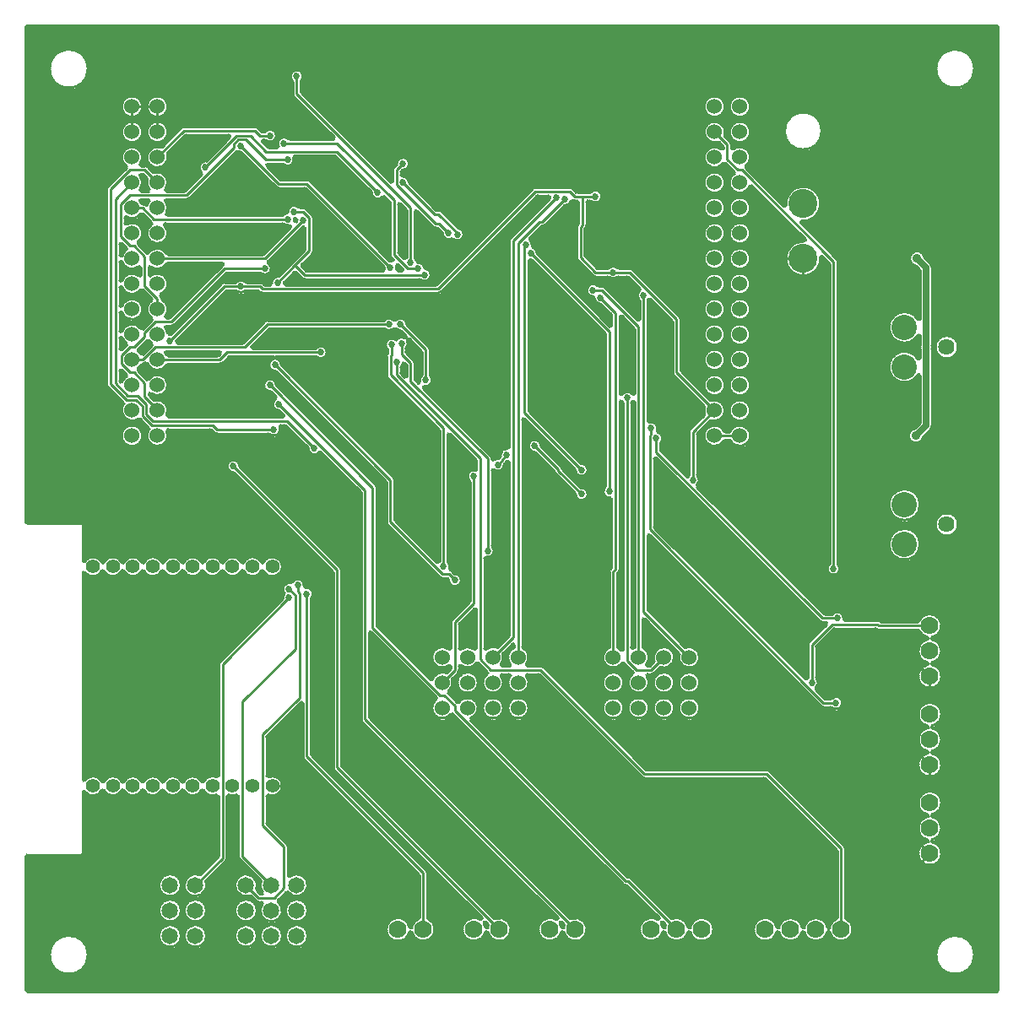
<source format=gbl>
*
*
G04 PADS 9.5 Build Number: 522968 generated Gerber (RS-274-X) file*
G04 PC Version=2.1*
*
%IN "Drive Board.pcb"*%
*
%MOIN*%
*
%FSLAX35Y35*%
*
*
*
*
G04 PC Standard Apertures*
*
*
G04 Thermal Relief Aperture macro.*
%AMTER*
1,1,$1,0,0*
1,0,$1-$2,0,0*
21,0,$3,$4,0,0,45*
21,0,$3,$4,0,0,135*
%
*
*
G04 Annular Aperture macro.*
%AMANN*
1,1,$1,0,0*
1,0,$2,0,0*
%
*
*
G04 Odd Aperture macro.*
%AMODD*
1,1,$1,0,0*
1,0,$1-0.005,0,0*
%
*
*
G04 PC Custom Aperture Macros*
*
*
*
*
*
*
G04 PC Aperture Table*
*
%ADD010C,0.001*%
%ADD011C,0.05512*%
%ADD012C,0.07*%
%ADD013C,0.11417*%
%ADD014C,0.1*%
%ADD015C,0.064*%
%ADD016C,0.06*%
%ADD017C,0.065*%
%ADD018C,0.01*%
%ADD019C,0.025*%
%ADD020C,0.027*%
%ADD021C,0.036*%
*
*
*
*
G04 PC Circuitry*
G04 Layer Name Drive Board.pcb - circuitry*
%LPD*%
*
*
G04 PC Custom Flashes*
G04 Layer Name Drive Board.pcb - flashes*
%LPD*%
*
*
G04 PC Circuitry*
G04 Layer Name Drive Board.pcb - circuitry*
%LPD*%
*
G54D10*
G54D11*
G01X129567Y186693D03*
X137441D03*
X145315D03*
X153189D03*
X161063D03*
X168937D03*
X176811D03*
X184685D03*
X192559D03*
X200433D03*
Y273307D03*
X192559D03*
X184685D03*
X176811D03*
X168937D03*
X161063D03*
X153189D03*
X145315D03*
X137441D03*
X129567D03*
G54D12*
X460000Y180000D03*
Y170000D03*
Y160000D03*
Y215000D03*
Y205000D03*
Y195000D03*
Y250000D03*
Y240000D03*
Y230000D03*
X425000Y130000D03*
X415000D03*
X405000D03*
X395000D03*
X290000D03*
X280000D03*
X320000D03*
X310000D03*
X260000D03*
X250000D03*
X370000D03*
X360000D03*
X350000D03*
G54D13*
X410000Y395000D03*
Y416654D03*
G54D14*
X450000Y367800D03*
Y352200D03*
Y297800D03*
Y282200D03*
G54D15*
X466700Y360000D03*
Y290000D03*
G54D16*
X267500Y217500D03*
Y227500D03*
Y237500D03*
X277500Y217500D03*
Y227500D03*
Y237500D03*
X335000Y217500D03*
Y227500D03*
Y237500D03*
X345000Y217500D03*
Y227500D03*
Y237500D03*
X355000Y217500D03*
Y227500D03*
Y237500D03*
X365000Y217500D03*
Y227500D03*
Y237500D03*
X287500Y217500D03*
Y227500D03*
Y237500D03*
X297500Y217500D03*
Y227500D03*
Y237500D03*
X375000Y455000D03*
X385000D03*
X375000Y445000D03*
X385000D03*
X375000Y435000D03*
X385000D03*
X375000Y425000D03*
X385000D03*
X375000Y415000D03*
X385000D03*
X375000Y405000D03*
X385000D03*
X375000Y395000D03*
X385000D03*
X375000Y385000D03*
X385000D03*
X375000Y375000D03*
X385000D03*
X375000Y365000D03*
X385000D03*
X375000Y355000D03*
X385000D03*
X375000Y345000D03*
X385000D03*
X375000Y335000D03*
X385000D03*
X375000Y325000D03*
X385000D03*
X145000Y455000D03*
X155000D03*
X145000Y445000D03*
X155000D03*
X145000Y435000D03*
X155000D03*
X145000Y425000D03*
X155000D03*
X145000Y415000D03*
X155000D03*
X145000Y405000D03*
X155000D03*
X145000Y395000D03*
X155000D03*
X145000Y385000D03*
X155000D03*
X145000Y375000D03*
X155000D03*
X145000Y365000D03*
X155000D03*
X145000Y355000D03*
X155000D03*
X145000Y345000D03*
X155000D03*
X145000Y335000D03*
X155000D03*
X145000Y325000D03*
X155000D03*
G54D17*
X160000Y147500D03*
Y137500D03*
Y127500D03*
X170000Y147500D03*
Y137500D03*
Y127500D03*
X190000Y147500D03*
Y137500D03*
Y127500D03*
X200000Y147500D03*
Y137500D03*
Y127500D03*
X210000Y147500D03*
Y137500D03*
Y127500D03*
G54D18*
X170000Y147500D02*
X180748Y158248D01*
Y234748*
X207000Y261000*
X190000Y147500D02*
X195000Y142500D01*
X201152*
X205000Y146348*
Y162662*
X325000Y167500D02*
X416000D01*
X420000Y163500*
Y128495*
X423495Y125000*
X426505*
X443174Y141668*
Y143174*
X460000Y160000*
X200433Y186693D02*
X216807D01*
X233500Y170000*
X196496Y206953D02*
Y171166D01*
X205000Y162662*
X196496Y206953D02*
X211050Y221507D01*
Y262856*
X188622Y220085D02*
Y158878D01*
X200000Y147500*
X188622Y220085D02*
X209450Y240913D01*
Y262050*
X267500Y227500D02*
X272500Y232500D01*
Y251417*
X280000Y258917*
Y309000*
X413500Y227500D02*
Y242601D01*
X421399Y250500*
X439251*
X439751Y250000*
X460000*
X287500Y237500D02*
X295500Y245500D01*
Y402000*
X312500Y419000*
X297500Y237500D02*
Y400965D01*
X306035Y409500*
X307000*
X316000Y418500*
X335000Y237500D02*
Y271318D01*
X335950Y272268*
X207000Y264500D02*
X209450Y262050D01*
X210500Y266000D02*
Y263406D01*
X211050Y262856*
X214000Y262500D02*
Y198351D01*
X260000Y152351*
Y130000*
X349550Y287985D02*
Y325057D01*
X350000Y325507*
Y328000*
X349550Y287985D02*
X418035Y219500D01*
X423000*
X366500Y307500D02*
Y326500D01*
X375000Y335000*
X185000Y313000D02*
X226000Y272000D01*
Y194000*
X290000Y130000*
X289500Y313500D02*
X293000Y317500D01*
X304000Y321000D02*
X313250Y311750D01*
Y311250*
X322500Y302000*
X352000Y324000D02*
Y318535D01*
X417535Y253000*
X423500*
X375000Y325000D02*
X385000D01*
X155000Y335000D02*
X155162Y335162D01*
X203000Y337500D02*
X237000Y303500D01*
Y213000*
X320000Y130000*
X300000Y334000D02*
Y400500D01*
X300500*
X300000Y334000D02*
X322500Y311500D01*
X340500Y340000D02*
Y236202D01*
X344202Y232500*
X350000*
X355000Y237500*
X136500Y345439D02*
Y422298D01*
X144202Y430000*
X150000*
X155000Y425000*
X136500Y345439D02*
X142772Y339167D01*
X146632*
X149100Y336698*
Y332839*
X152772Y329167*
X176757*
X178424Y327500*
X201000*
X138500Y345702D02*
Y418500D01*
X145000Y425000*
X138500Y345702D02*
X143368Y340833D01*
X147228*
X150700Y337361*
Y333502*
X153368Y330833*
X206167*
X217000Y320000*
X199500Y345000D02*
X240000Y304500D01*
Y249202*
X266702Y222500*
X268298*
X272500Y218298*
Y216535*
X339884Y149151*
X340849*
X360000Y130000*
X140900Y356698D02*
Y353302D01*
X144202Y350000*
X145798*
X150000Y345798*
Y340324*
X155162Y335162*
X140900Y356698D02*
X144202Y360000D01*
X145798*
X150000Y364202*
Y365798*
X154202Y370000*
X160518*
X181518Y391000*
X197500*
X145000Y355000D02*
X149151D01*
X154151Y360000*
X189500*
X198500Y369000*
X246500*
X155000Y355000D02*
X179568D01*
X182568Y358000*
X219500*
X201500Y353000D02*
X247000Y307500D01*
Y291035*
X267644Y270391*
X270109*
X272500Y268000*
X247050Y356550D02*
Y348949D01*
X268000Y327999*
Y273500*
X247050Y356550D02*
X247500Y357000D01*
Y361000*
X249500Y354000D02*
Y348949D01*
X282500Y315949*
Y236702*
X286702Y232500*
X306250*
X347250Y191500*
X395465*
X425000Y161965*
Y130000*
X251500Y361500D02*
Y357257D01*
X255000Y353757*
Y346449*
X285500Y315949*
Y279500*
X160000Y362500D02*
X181500Y384000D01*
X188000*
X251000Y369000D02*
X261000Y359000D01*
Y347000*
X330000Y379500D02*
X335950Y373550D01*
Y272268*
X347000Y380500D02*
Y255500D01*
X365000Y237500*
X188000Y384000D02*
X195493D01*
X196493Y383000*
X265750*
X304250Y421500*
X317836*
X319836Y419500*
X322807*
X202500Y385500D02*
X209304Y392304D01*
X213107Y388500*
X260500*
X209304Y392304D02*
X214950Y397950D01*
Y411015*
X327000Y382500D02*
X330465D01*
X345000Y367965*
Y237500*
X335000Y389500D02*
X341465D01*
X360000Y370965*
Y350000*
X375000Y335000*
X155000Y395000D02*
X197500D01*
X212500Y410000*
X302500Y397000D02*
X333500Y366000D01*
Y303000*
X322050Y395485D02*
X328035Y389500D01*
X335000*
X322050Y395485D02*
Y407329D01*
X322807Y408086*
Y419500*
X324500Y396500D02*
X348826D01*
X352326Y400000*
X391995*
X396995Y395000*
X410000*
Y363821*
X417500Y356321*
Y329500*
X273500Y404500D02*
X273768Y404768D01*
X140500Y416298D02*
Y403702D01*
X144202Y400000*
X145798*
X150000Y395798*
Y384151*
X155000Y379151*
Y375000*
X140500Y416298D02*
X144202Y420000D01*
X166465*
X185300Y438835*
Y440265*
X186985Y441950*
X190030*
X197980Y434000*
X206500*
X145000Y415000D02*
X149151D01*
X153651Y410500*
X206500*
X193000Y413000D02*
X200243D01*
X203243Y416000*
X219000*
X227000Y408000*
X209000Y413500D02*
X212465D01*
X214950Y411015*
X322807Y419500D02*
X328000D01*
X174000Y431000D02*
X183700Y440700D01*
Y440928*
X186322Y443550*
X191708*
X198008Y437250*
X225750*
X242000Y421000*
X189000Y424000D02*
X193000Y420000D01*
Y413000*
X249500Y424035D02*
Y430000D01*
X252000Y432500*
X249500Y424035D02*
X264719Y408816D01*
X266184*
X270000Y405000*
X252000Y425000D02*
X264500Y412500D01*
X266035*
X273768Y404768*
X155000Y435000D02*
X165500Y445500D01*
X193536*
X195536Y443500*
X199500*
X188000Y439500D02*
X203000Y424500D01*
X214000*
X247000Y391500*
X205000Y440500D02*
X225965D01*
X248500Y417965*
Y396535*
X254035Y391000*
X258000*
X155000Y445000D02*
Y455000D01*
X375000Y445000D02*
X380000Y440000D01*
Y434202*
X384202Y430000*
X385798*
X422000Y393798*
Y272500*
X155000Y455000D02*
X145000D01*
Y445000*
X210000Y467000D02*
Y460000D01*
X255000Y415000*
Y393500*
X455400Y183853D02*
X460000Y188453D01*
Y195000*
X455400Y183853D02*
Y164600D01*
X460000Y160000*
X455400Y218853D02*
X460000Y223453D01*
Y230000*
X455400Y218853D02*
Y199600D01*
X460000Y195000*
X422500Y247500D02*
X442500D01*
X460000Y230000*
X477600Y120000D02*
G75*
G03X477600I-7600J0D01*
G01X471200Y290000D02*
G03X471200I-4500J0D01*
G01Y360000D02*
G03X471200I-4500J0D01*
G01X477600Y470000D02*
G03X477600I-7600J0D01*
G01X456100Y282200D02*
G03X456100I-6100J0D01*
G01Y297800D02*
G03X456100I-6100J0D01*
G01X417356Y445394D02*
G03X417356I-7356J0D01*
G01X389100Y445000D02*
G03X389100I-4100J0D01*
G01Y455000D02*
G03X389100I-4100J0D01*
G01X379100D02*
G03X379100I-4100J0D01*
G01X159100Y445000D02*
G03X159100I-4100J0D01*
G01Y455000D02*
G03X159100I-4100J0D01*
G01X149100Y445000D02*
G03X149100I-4100J0D01*
G01Y455000D02*
G03X149100I-4100J0D01*
G01X127600Y470000D02*
G03X127600I-7600J0D01*
G01X149100Y325000D02*
G03X149100I-4100J0D01*
G01X214350Y127500D02*
G03X214350I-4350J0D01*
G01Y137500D02*
G03X214350I-4350J0D01*
G01X204350Y127500D02*
G03X204350I-4350J0D01*
G01X174350D02*
G03X174350I-4350J0D01*
G01Y137500D02*
G03X174350I-4350J0D01*
G01X164350Y127500D02*
G03X164350I-4350J0D01*
G01Y137500D02*
G03X164350I-4350J0D01*
G01Y147500D02*
G03X164350I-4350J0D01*
G01X127600Y120000D02*
G03X127600I-7600J0D01*
G01X194350Y127500D02*
G03X194350I-4350J0D01*
G01Y137500D02*
G03X194350I-4350J0D01*
G01X379100Y345000D02*
G03X379100I-4100J0D01*
G01Y355000D02*
G03X379100I-4100J0D01*
G01Y365000D02*
G03X379100I-4100J0D01*
G01Y375000D02*
G03X379100I-4100J0D01*
G01Y385000D02*
G03X379100I-4100J0D01*
G01Y395000D02*
G03X379100I-4100J0D01*
G01Y405000D02*
G03X379100I-4100J0D01*
G01Y415000D02*
G03X379100I-4100J0D01*
G01Y425000D02*
G03X379100I-4100J0D01*
G01X389100Y335000D02*
G03X389100I-4100J0D01*
G01Y345000D02*
G03X389100I-4100J0D01*
G01Y355000D02*
G03X389100I-4100J0D01*
G01Y365000D02*
G03X389100I-4100J0D01*
G01Y375000D02*
G03X389100I-4100J0D01*
G01Y385000D02*
G03X389100I-4100J0D01*
G01Y395000D02*
G03X389100I-4100J0D01*
G01Y405000D02*
G03X389100I-4100J0D01*
G01Y415000D02*
G03X389100I-4100J0D01*
G01X301600Y217500D02*
G03X301600I-4100J0D01*
G01X291600D02*
G03X291600I-4100J0D01*
G01X281600Y227500D02*
G03X281600I-4100J0D01*
G01X369100Y217500D02*
G03X369100I-4100J0D01*
G01Y227500D02*
G03X369100I-4100J0D01*
G01X359100Y217500D02*
G03X359100I-4100J0D01*
G01Y227500D02*
G03X359100I-4100J0D01*
G01X349100Y217500D02*
G03X349100I-4100J0D01*
G01X339100D02*
G03X339100I-4100J0D01*
G01Y227500D02*
G03X339100I-4100J0D01*
G01X244191Y390100D02*
G03X244667Y390753I-0J500D01*
G01X244550Y391483D02*
G03X244667Y390753I2450J17D01*
G01X244550Y391483D02*
G03X244404Y391834I-500J-3D01*
G01X213484Y422754*
G03X213130Y422900I-354J-354*
G01X203000*
X201869Y423369D02*
G03X203000Y422900I1131J1131D01*
G01X201869Y423369D02*
X188334Y436904D01*
G03X187983Y437050I-354J-354*
G01X186700Y437423D02*
G03X187983Y437050I1300J2077D01*
G01X186700Y437423D02*
G03X186081Y437353I-266J-423D01*
G01X167596Y418869*
X166465Y418400D02*
G03X167596Y418869I-0J1600D01*
G01X166465Y418400D02*
X158571D01*
G03X158183Y417585I-0J-500*
G01X158498Y412861D02*
G03X158183Y417585I-3498J2139D01*
G01X158498Y412861D02*
G03X158924Y412100I426J-261D01*
G01X204428*
G03X204779Y412244I0J500*
G01X206127Y412921D02*
G03X204779Y412244I373J-2421D01*
G01X206127Y412922D02*
G03X206551Y413430I-76J494D01*
G01X210721Y415244D02*
G03X206551Y413430I-1721J-1744D01*
G01X210721Y415244D02*
G03X211072Y415100I351J356D01*
G01X212465*
X213596Y414631D02*
G03X212465Y415100I-1131J-1131D01*
G01X213596Y414631D02*
X216081Y412146D01*
X216550Y411015D02*
G03X216081Y412146I-1600J-0D01*
G01X216550Y411015D02*
Y397950D01*
X216081Y396819D02*
G03X216550Y397950I-1131J1131D01*
G01X216081Y396819D02*
X211920Y392657D01*
G03Y391950I354J-353*
G01X213624Y390246*
G03X213977Y390100I353J354*
G01X244191*
X419182Y250546D02*
G03X418829Y251400I-353J354D01*
G01X417535*
X416404Y251869D02*
G03X417535Y251400I1131J1131D01*
G01X416404Y251869D02*
X352004Y316269D01*
G03X351150Y315915I-354J-354*
G01Y288855*
G03X351296Y288501I500J0*
G01X410828Y228970*
G03X411574Y229015I353J354*
G01X411756Y229221D02*
G03X411574Y229015I1744J-1721D01*
G01X411756Y229221D02*
G03X411900Y229572I-356J351D01*
G01Y242601*
X412369Y243733D02*
G03X411900Y242601I1131J-1132D01*
G01X412369Y243733D02*
X419182Y250546D01*
X371097Y336256D02*
G03X370975Y336763I-476J153D01*
G01X358869Y348869*
X358400Y350000D02*
G03X358869Y348869I1600J0D01*
G01X358400Y350000D02*
Y370095D01*
G03X358254Y370449I-500J-0*
G01X349672Y379030*
G03X348926Y378985I-353J-354*
G01X348744Y378779D02*
G03X348926Y378985I-1744J1721D01*
G01X348744Y378779D02*
G03X348600Y378428I356J-351D01*
G01Y330809*
G03X349253Y330333I500J0*
G01X352260Y327054D02*
G03X349253Y330333I-2260J946D01*
G01X352260Y327054D02*
G03X352599Y326376I461J-193D01*
G01X353744Y322279D02*
G03X352599Y326376I-1744J1721D01*
G01X353744Y322279D02*
G03X353600Y321928I356J-351D01*
G01Y319405*
G03X353746Y319051I500J0*
G01X363828Y308970*
G03X364574Y309015I353J354*
G01X364756Y309221D02*
G03X364574Y309015I1744J-1721D01*
G01X364756Y309221D02*
G03X364900Y309572I-356J351D01*
G01Y326500*
X365369Y327631D02*
G03X364900Y326500I1131J-1131D01*
G01X365369Y327631D02*
X370975Y333237D01*
G03X371097Y333744I-354J354*
G01Y336256D02*
G03Y333744I3903J-1256D01*
G01X343400Y241593D02*
Y338285D01*
G03X342493Y338575I-500J-0*
G01X342244Y338279D02*
G03X342493Y338575I-1744J1721D01*
G01X342244Y338279D02*
G03X342100Y337928I356J-351D01*
G01Y241424*
G03X342861Y240998I500J0*
G01X343128Y241148D02*
G03X342861Y240998I1872J-3648D01*
G01X343128Y241148D02*
G03X343400Y241593I-228J445D01*
G01X338900Y240598D02*
Y337928D01*
G03X338756Y338279I-500J0*
G01X338465Y338635D02*
G03X338756Y338279I2035J1365D01*
G01X338465Y338635D02*
G03X337550Y338357I-415J-278D01*
G01Y272268*
X337081Y271136D02*
G03X337550Y272268I-1131J1132D01*
G01X337081Y271136D02*
X336746Y270801D01*
G03X336600Y270448I354J-353*
G01Y241593*
G03X336872Y241148I500J-0*
G01X338030Y240262D02*
G03X336872Y241148I-3030J-2762D01*
G01X338030Y240262D02*
G03X338900Y240598I370J336D01*
G01X343400Y341715D02*
Y367095D01*
G03X343254Y367449I-500J-0*
G01X338404Y372298*
G03X337550Y371945I-354J-353*
G01Y341643*
G03X338465Y341365I500J0*
G01X342493Y341425D02*
G03X338465Y341365I-1993J-1425D01*
G01X342493Y341425D02*
G03X343400Y341715I407J290D01*
G01X345485Y382426D02*
G03X345530Y383172I-309J393D01*
G01X340949Y387754*
G03X340595Y387900I-354J-354*
G01X337072*
G03X336721Y387756I-0J-500*
G01X333279D02*
G03X336721I1721J1744D01*
G01X333279D02*
G03X332928Y387900I-351J-356D01*
G01X328035*
X326904Y388369D02*
G03X328035Y387900I1131J1131D01*
G01X326904Y388369D02*
X320919Y394354D01*
X320450Y395485D02*
G03X320919Y394354I1600J0D01*
G01X320450Y395485D02*
Y407329D01*
X320919Y408460D02*
G03X320450Y407329I1131J-1131D01*
G01X320919Y408460D02*
X321061Y408602D01*
G03X321207Y408956I-354J354*
G01Y417400*
G03X320707Y417900I-500J-0*
G01X319836*
X319068Y418097D02*
G03X319836Y417900I768J1403D01*
G01X319068Y418097D02*
G03X318348Y417801I-241J-439D01*
G01X316017Y416050D02*
G03X318348Y417801I-17J2450D01*
G01X316017Y416050D02*
G03X315666Y415904I3J-500D01*
G01X308131Y408369*
X307000Y407900D02*
G03X308131Y408369I0J1600D01*
G01X307000Y407900D02*
X306905D01*
G03X306551Y407754I0J-500*
G01X301970Y403172*
G03X302015Y402426I354J-353*
G01X302884Y399934D02*
G03X302015Y402426I-2384J566D01*
G01X302884Y399934D02*
G03X303223Y399341I486J-115D01*
G01X304950Y397017D02*
G03X303223Y399341I-2450J-17D01*
G01X304950Y397017D02*
G03X305096Y396666I500J3D01*
G01X333496Y368266*
G03X334350Y368620I354J354*
G01Y372680*
G03X334204Y373034I-500J0*
G01X330334Y376904*
G03X329983Y377050I-354J-354*
G01X327550Y379542D02*
G03X329983Y377050I2450J-42D01*
G01X327550Y379542D02*
G03X327042Y380050I-500J8D01*
G01X328721Y384244D02*
G03X327042Y380050I-1721J-1744D01*
G01X328721Y384244D02*
G03X329072Y384100I351J356D01*
G01X330465*
X331596Y383631D02*
G03X330465Y384100I-1131J-1131D01*
G01X331596Y383631D02*
X344546Y370681D01*
G03X345400Y371035I354J354*
G01Y378428*
G03X345256Y378779I-500J0*
G01X345485Y382426D02*
G03X345256Y378779I1515J-1926D01*
G01X295900Y241593D02*
Y242430D01*
G03X295046Y242784I-500J0*
G01X291525Y239263*
G03X291403Y238756I354J-354*
G01X290683Y234915D02*
G03X291403Y238756I-3183J2585D01*
G01X290683Y234915D02*
G03X291071Y234100I388J-315D01*
G01X293929*
G03X294317Y234915I0J500*
G01X295628Y241148D02*
G03X294317Y234915I1872J-3648D01*
G01X295628Y241148D02*
G03X295900Y241593I-228J445D01*
G01X293900Y246370D02*
Y314577D01*
G03X293332Y315073I-500J0*
G01X293179Y315057D02*
G03X293332Y315073I-179J2443D01*
G01X293179Y315057D02*
G03X292840Y314887I37J-499D01*
G01X292068Y314006*
G03X291946Y313646I377J-330*
G01X287922Y311626D02*
G03X291946Y313646I1578J1874D01*
G01X287922Y311626D02*
G03X287100Y311243I-322J-383D01*
G01Y281572*
G03X287244Y281221I500J-0*
G01X284753Y277167D02*
G03X287244Y281221I747J2333D01*
G01X284753Y277167D02*
G03X284100Y276691I-153J-476D01*
G01Y241071*
G03X284915Y240683I500J-0*
G01X288756Y241403D02*
G03X284915Y240683I-1256J-3903D01*
G01X288756Y241403D02*
G03X289263Y241525I153J476D01*
G01X293754Y246016*
G03X293900Y246370I-354J354*
G01X310073Y419332D02*
G03X309577Y419900I-496J68D01*
G01X305120*
G03X304766Y419754I-0J-500*
G01X266881Y381869*
X265750Y381400D02*
G03X266881Y381869I0J1600D01*
G01X265750Y381400D02*
X196493D01*
X195361Y381869D02*
G03X196493Y381400I1132J1131D01*
G01X195361Y381869D02*
X194976Y382254D01*
G03X194623Y382400I-353J-354*
G01X190072*
G03X189721Y382256I-0J-500*
G01X186279D02*
G03X189721I1721J1744D01*
G01X186279D02*
G03X185928Y382400I-351J-356D01*
G01X182370*
G03X182016Y382254I-0J-500*
G01X162596Y362834*
G03X162450Y362483I354J-354*
G01X162427Y362168D02*
G03X162450Y362483I-2427J332D01*
G01X162427Y362168D02*
G03X162923Y361600I496J-68D01*
G01X188630*
G03X188984Y361746I0J500*
G01X197369Y370131*
X198500Y370600D02*
G03X197369Y370131I0J-1600D01*
G01X198500Y370600D02*
X244428D01*
G03X244779Y370744I0J500*
G01X248369Y370585D02*
G03X244779Y370744I-1869J-1585D01*
G01X248369Y370585D02*
G03X249131I381J323D01*
G01X253450Y369017D02*
G03X249131Y370585I-2450J-17D01*
G01X253450Y369017D02*
G03X253596Y368666I500J3D01*
G01X262131Y360131*
X262600Y359000D02*
G03X262131Y360131I-1600J0D01*
G01X262600Y359000D02*
Y349072D01*
G03X262744Y348721I500J-0*
G01X260402Y344624D02*
G03X262744Y348721I598J2376D01*
G01X260402Y344624D02*
G03X259927Y343786I-122J-485D01*
G01X286631Y317081*
X287100Y315949D02*
G03X286631Y317081I-1600J0D01*
G01X287100Y315949D02*
Y315757D01*
G03X287922Y315374I500J-0*
G01X289321Y315943D02*
G03X287922Y315374I179J-2443D01*
G01X289321Y315943D02*
G03X289660Y316113I-37J499D01*
G01X290432Y316994*
G03X290554Y317354I-377J330*
G01X293332Y319927D02*
G03X290554Y317354I-332J-2427D01*
G01X293332Y319927D02*
G03X293900Y320423I68J496D01*
G01Y402000*
X294369Y403131D02*
G03X293900Y402000I1131J-1131D01*
G01X294369Y403131D02*
X309904Y418666D01*
G03X310050Y419017I-354J354*
G01X310073Y419332D02*
G03X310050Y419017I2427J-332D01*
G01X251465Y390100D02*
G03X251819Y390954I0J500D01*
G01X250219Y392553*
G03X249380Y392081I-353J-354*
G01X249333Y390753D02*
G03X249380Y392081I-2333J747D01*
G01X249333Y390753D02*
G03X249809Y390100I476J-153D01*
G01X251465*
X253400Y395572D02*
Y414130D01*
G03X253254Y414484I-500J0*
G01X250954Y416784*
G03X250100Y416430I-354J-354*
G01Y397405*
G03X250246Y397051I500J0*
G01X252328Y394970*
G03X253074Y395015I353J354*
G01X253256Y395221D02*
G03X253074Y395015I1744J-1721D01*
G01X253256Y395221D02*
G03X253400Y395572I-356J351D01*
G01X244191Y390100D02*
G03X244667Y390753I-0J500D01*
G01X244550Y391483D02*
G03X244667Y390753I2450J17D01*
G01X244550Y391483D02*
G03X244404Y391834I-500J-3D01*
G01X213484Y422754*
G03X213130Y422900I-354J-354*
G01X203000*
X201869Y423369D02*
G03X203000Y422900I1131J1131D01*
G01X201869Y423369D02*
X188334Y436904D01*
G03X187983Y437050I-354J-354*
G01X186700Y437423D02*
G03X187983Y437050I1300J2077D01*
G01X186700Y437423D02*
G03X186081Y437353I-266J-423D01*
G01X167596Y418869*
X166465Y418400D02*
G03X167596Y418869I-0J1600D01*
G01X166465Y418400D02*
X158571D01*
G03X158183Y417585I-0J-500*
G01X158498Y412861D02*
G03X158183Y417585I-3498J2139D01*
G01X158498Y412861D02*
G03X158924Y412100I426J-261D01*
G01X204428*
G03X204779Y412244I0J500*
G01X206127Y412921D02*
G03X204779Y412244I373J-2421D01*
G01X206127Y412922D02*
G03X206551Y413430I-76J494D01*
G01X210721Y415244D02*
G03X206551Y413430I-1721J-1744D01*
G01X210721Y415244D02*
G03X211072Y415100I351J356D01*
G01X212465*
X213596Y414631D02*
G03X212465Y415100I-1131J-1131D01*
G01X213596Y414631D02*
X216081Y412146D01*
X216550Y411015D02*
G03X216081Y412146I-1600J-0D01*
G01X216550Y411015D02*
Y397950D01*
X216081Y396819D02*
G03X216550Y397950I-1131J1131D01*
G01X216081Y396819D02*
X211920Y392657D01*
G03Y391950I354J-353*
G01X213624Y390246*
G03X213977Y390100I353J354*
G01X244191*
X247581Y393880D02*
G03X248053Y394719I118J486D01*
G01X247369Y395404*
X246900Y396535D02*
G03X247369Y395404I1600J0D01*
G01X246900Y396535D02*
Y417095D01*
G03X246754Y417449I-500J-0*
G01X244672Y419530*
G03X243926Y419485I-353J-354*
G01X239550Y420983D02*
G03X243926Y419485I2450J17D01*
G01X239550Y420983D02*
G03X239404Y421334I-500J-3D01*
G01X225234Y435504*
G03X224880Y435650I-354J-354*
G01X209217*
G03X208756Y434955I-0J-500*
G01X204779Y432256D02*
G03X208756Y434955I1721J1744D01*
G01X204779Y432256D02*
G03X204428Y432400I-351J-356D01*
G01X198570*
G03X198216Y431546I-0J-500*
G01X203516Y426246*
G03X203870Y426100I354J354*
G01X214000*
X215131Y425631D02*
G03X214000Y426100I-1131J-1131D01*
G01X215131Y425631D02*
X246666Y394096D01*
G03X247017Y393950I354J354*
G01X247581Y393880D02*
G03X247017Y393950I-581J-2380D01*
G01X151817Y417585D02*
G03X151429Y418400I-388J315D01*
G01X148571*
G03X148183Y417585I-0J-500*
G01X148648Y416872D02*
G03X148183Y417585I-3648J-1872D01*
G01X148648Y416872D02*
G03X149093Y416600I445J228D01*
G01X149151*
X150282Y416131D02*
G03X149151Y416600I-1131J-1131D01*
G01X150282Y416131D02*
X150290Y416124D01*
G03X151117Y416317I354J353*
G01X151817Y417585D02*
G03X151117Y416317I3183J-2585D01*
G01X151429Y421600D02*
G03X151817Y422415I0J500D01*
G01X151097Y426256D02*
G03X151817Y422415I3903J-1256D01*
G01X151097Y426256D02*
G03X150975Y426763I-476J153D01*
G01X149484Y428254*
G03X149130Y428400I-354J-354*
G01X148571*
G03X148183Y427585I-0J-500*
G01Y422415D02*
G03Y427585I-3183J2585D01*
G01Y422415D02*
G03X148571Y421600I388J-315D01*
G01X151429*
X142702Y398396D02*
G03X142776Y399163I-280J414D01*
G01X140954Y400985*
G03X140100Y400632I-354J-353*
G01Y396342*
G03X141078Y396196I500J-0*
G01X142702Y398396D02*
G03X141078Y396196I2298J-3396D01*
G01X152745Y360857D02*
G03X152675Y361623I-353J354D01*
G01X151604Y362702D02*
G03X152675Y361623I3396J2298D01*
G01X151604Y362702D02*
G03X150837Y362776I-414J-280D01*
G01X147224Y359163*
G03X147298Y358396I354J-353*
G01X148377Y357325D02*
G03X147298Y358396I-3377J-2325D01*
G01X148377Y357325D02*
G03X149143Y357255I412J283D01*
G01X152745Y360857*
X142702Y348396D02*
G03X142776Y349163I-280J414D01*
G01X140954Y350985*
G03X140100Y350632I-354J-353*
G01Y346572*
G03X140246Y346218I500J-0*
G01X140303Y346161*
G03X141129Y346350I354J354*
G01X142702Y348396D02*
G03X141129Y346350I2298J-3396D01*
G01X142776Y360837D02*
G03X142702Y361604I-354J353D01*
G01X141078Y363804D02*
G03X142702Y361604I3922J1196D01*
G01X141078Y363804D02*
G03X140100Y363658I-478J-146D01*
G01Y359368*
G03X140954Y359015I500J0*
G01X142776Y360837*
X152776Y370837D02*
G03X152702Y371604I-354J353D01*
G01X152675Y378377D02*
G03X152702Y371604I2325J-3377D01*
G01X152675Y378377D02*
G03X152745Y379143I-283J412D01*
G01X149143Y382745*
G03X148377Y382675I-354J-353*
G01X141078Y383804D02*
G03X148377Y382675I3922J1196D01*
G01X141078Y383804D02*
G03X140100Y383658I-478J-146D01*
G01Y376342*
G03X141078Y376196I500J-0*
G01Y373804D02*
G03Y376196I3922J1196D01*
G01Y373804D02*
G03X140100Y373658I-478J-146D01*
G01Y366342*
G03X141078Y366196I500J-0*
G01X148396Y367298D02*
G03X141078Y366196I-3396J-2298D01*
G01X148396Y367298D02*
G03X149163Y367224I414J280D01*
G01X152776Y370837*
X213350Y398820D02*
Y407071D01*
G03X212791Y407567I-500J-0*
G01X212517Y407550D02*
G03X212791Y407567I-17J2450D01*
G01X212517Y407550D02*
G03X212166Y407404I3J-500D01*
G01X198653Y393890*
G03X198751Y393107I353J-354*
G01X195779Y389256D02*
G03X198751Y393107I1721J1744D01*
G01X195779Y389256D02*
G03X195428Y389400I-351J-356D01*
G01X182388*
G03X182034Y389254I-0J-500*
G01X161649Y368869*
X160518Y368400D02*
G03X161649Y368869I-0J1600D01*
G01X160518Y368400D02*
X158571D01*
G03X158183Y367585I-0J-500*
G01X159083Y365374D02*
G03X158183Y367585I-4083J-374D01*
G01X159083Y365374D02*
G03X159652Y364925I498J46D01*
G01X159983Y364950D02*
G03X159652Y364925I17J-2450D01*
G01X159983Y364950D02*
G03X160334Y365096I-3J500D01*
G01X180369Y385131*
X181500Y385600D02*
G03X180369Y385131I0J-1600D01*
G01X181500Y385600D02*
X185928D01*
G03X186279Y385744I0J500*
G01X189721D02*
G03X186279I-1721J-1744D01*
G01X189721D02*
G03X190072Y385600I351J356D01*
G01X195493*
X196624Y385131D02*
G03X195493Y385600I-1131J-1131D01*
G01X196624Y385131D02*
X197009Y384746D01*
G03X197362Y384600I353J354*
G01X199577*
G03X200073Y385168I0J500*
G01X202483Y387950D02*
G03X200073Y385168I17J-2450D01*
G01X202483Y387950D02*
G03X202834Y388096I-3J500D01*
G01X208172Y393435*
X213204Y398466*
G03X213350Y398820I-354J354*
G01X210104Y410511D02*
G03X209511Y411104I-489J104D01*
G01X209373Y411079D02*
G03X209511Y411104I-373J2421D01*
G01X209373Y411078D02*
G03X208949Y410570I76J-494D01*
G01X208889Y409957D02*
G03X208949Y410570I-2389J543D01*
G01X208889Y409957D02*
G03X209730Y409493I488J-110D01*
G01X209904Y409666*
G03X210050Y410017I-354J354*
G01X210104Y410511D02*
G03X210050Y410017I2396J-511D01*
G01X180836Y392448D02*
G03X180623Y393400I-213J452D01*
G01X159093*
G03X158648Y393128I-0J-500*
G01X152415Y391817D02*
G03X158648Y393128I2585J3183D01*
G01X152415Y391817D02*
G03X151600Y391429I-315J-388D01*
G01Y388571*
G03X152415Y388183I500J-0*
G01X156317Y381117D02*
G03X152415Y388183I-1317J3883D01*
G01X156317Y381117D02*
G03X156124Y380290I160J-473D01*
G01X156131Y380282*
X156600Y379151D02*
G03X156131Y380282I-1600J-0D01*
G01X156600Y379151D02*
Y379093D01*
G03X156872Y378648I500J-0*
G01X158183Y372415D02*
G03X156872Y378648I-3183J2585D01*
G01X158183Y372415D02*
G03X158571Y371600I388J-315D01*
G01X159648*
G03X160001Y371746I-0J500*
G01X180386Y392131*
X180836Y392448D02*
G03X180386Y392131I682J-1448D01*
G01X148400Y388571D02*
Y391429D01*
G03X147585Y391817I-500J0*
G01X141078Y393804D02*
G03X147585Y391817I3922J1196D01*
G01X141078Y393804D02*
G03X140100Y393658I-478J-146D01*
G01Y386342*
G03X141078Y386196I500J-0*
G01X147585Y388183D02*
G03X141078Y386196I-2585J-3183D01*
G01X147585Y388183D02*
G03X148400Y388571I315J388D01*
G01X207507Y407270D02*
G03X207043Y408111I-354J353D01*
G01X204779Y408756D02*
G03X207043Y408111I1721J1744D01*
G01X204779Y408756D02*
G03X204428Y408900I-351J-356D01*
G01X158098*
G03X157762Y408030I0J-500*
G01X152694Y408390D02*
G03X157762Y408030I2306J-3390D01*
G01X152694Y408390D02*
G03X152708Y409208I-281J414D01*
G01X152519Y409369D02*
G03X152708Y409208I1132J1131D01*
G01X152519Y409369D02*
X149143Y412745D01*
G03X148377Y412675I-354J-353*
G01X142861Y411502D02*
G03X148377Y412675I2139J3498D01*
G01X142861Y411502D02*
G03X142100Y411076I-261J-426D01*
G01Y408924*
G03X142861Y408498I500J0*
G01X147298Y401604D02*
G03X142861Y408498I-2298J3396D01*
G01X147298Y401604D02*
G03X147224Y400837I280J-414D01*
G01X150837Y397224*
G03X151604Y397298I353J354*
G01X158648Y396872D02*
G03X151604Y397298I-3648J-1872D01*
G01X158648Y396872D02*
G03X159093Y396600I445J228D01*
G01X196630*
G03X196984Y396746I0J500*
G01X207507Y407270*
X253400Y348519D02*
Y352888D01*
G03X253254Y353241I-500J-0*
G01X252742Y353753*
G03X251899Y353501I-354J-354*
G01X251244Y352279D02*
G03X251899Y353501I-1744J1721D01*
G01X251244Y352279D02*
G03X251100Y351928I356J-351D01*
G01Y349819*
G03X251246Y349466I500J0*
G01X252546Y348166*
G03X253400Y348519I354J353*
G01X259400Y349072D02*
Y358130D01*
G03X259254Y358484I-500J0*
G01X254408Y363329*
G03X253621Y362726I-354J-353*
G01X253244Y359779D02*
G03X253621Y362726I-1744J1721D01*
G01X253244Y359779D02*
G03X253100Y359428I356J-351D01*
G01Y358127*
G03X253246Y357774I500J0*
G01X256131Y354889*
X256600Y353757D02*
G03X256131Y354889I-1600J0D01*
G01X256600Y353757D02*
Y347319D01*
G03X256746Y346966I500J0*
G01X257786Y345927*
G03X258624Y346402I353J353*
G01X259256Y348721D02*
G03X258624Y346402I1744J-1721D01*
G01X259256Y348721D02*
G03X259400Y349072I-356J351D01*
G01X179851Y357546D02*
G03X179498Y358400I-353J354D01*
G01X158571*
G03X158183Y357585I-0J-500*
G01X158648Y356872D02*
G03X158183Y357585I-3648J-1872D01*
G01X158648Y356872D02*
G03X159093Y356600I445J228D01*
G01X178698*
G03X179051Y356746I-0J500*
G01X179851Y357546*
X280900Y241071D02*
Y256347D01*
G03X280046Y256700I-500J-0*
G01X274246Y250900*
G03X274100Y250547I354J-353*
G01Y241071*
G03X274915Y240683I500J-0*
G01X280085D02*
G03X274915I-2585J-3183D01*
G01X280085D02*
G03X280900Y241071I315J388D01*
G01Y311923D02*
Y315080D01*
G03X280754Y315433I-500J-0*
G01X270454Y325733*
G03X269600Y325380I-354J-353*
G01Y275572*
G03X269744Y275221I500J-0*
G01X270272Y272583D02*
G03X269744Y275221I-2272J917D01*
G01X270272Y272583D02*
G03X270586Y271918I463J-187D01*
G01X271240Y271523D02*
G03X270586Y271918I-1131J-1132D01*
G01X271240Y271523D02*
X272166Y270596D01*
G03X272517Y270450I354J354*
G01X270050Y267983D02*
G03X272517Y270450I2450J17D01*
G01X270050Y267983D02*
G03X269904Y268334I-500J-3D01*
G01X269592Y268645*
G03X269239Y268791I-353J-354*
G01X267644*
X266513Y269260D02*
G03X267644Y268791I1131J1131D01*
G01X266513Y269260D02*
X245869Y289904D01*
X245400Y291035D02*
G03X245869Y289904I1600J0D01*
G01X245400Y291035D02*
Y306630D01*
G03X245254Y306984I-500J0*
G01X201834Y350404*
G03X201483Y350550I-354J-354*
G01X201051Y355408D02*
G03X201483Y350550I449J-2408D01*
G01X201051Y355408D02*
G03X200959Y356400I-92J492D01*
G01X183437*
G03X183084Y356254I0J-500*
G01X180699Y353869*
X179568Y353400D02*
G03X180699Y353869I-0J1600D01*
G01X179568Y353400D02*
X159093D01*
G03X158648Y353128I-0J-500*
G01X151117Y353683D02*
G03X158648Y353128I3883J1317D01*
G01X151117Y353683D02*
G03X150290Y353876I-473J-160D01*
G01X150282Y353869*
X149151Y353400D02*
G03X150282Y353869I-0J1600D01*
G01X149151Y353400D02*
X149093D01*
G03X148648Y353128I-0J-500*
G01X147298Y351604D02*
G03X148648Y353128I-2298J3396D01*
G01X147298Y351604D02*
G03X147224Y350837I280J-414D01*
G01X150837Y347224*
G03X151604Y347298I353J354*
G01X152415Y341817D02*
G03X151604Y347298I2585J3183D01*
G01X152415Y341817D02*
G03X151600Y341429I-315J-388D01*
G01Y341194*
G03X151746Y340840I500J-0*
G01X153488Y339098*
G03X153968Y338968I354J354*
G01X158663Y333158D02*
G03X153968Y338968I-3663J1842D01*
G01X158663Y333158D02*
G03X159110Y332433I447J-225D01*
G01X204597*
G03X204950Y333287I-0J500*
G01X203334Y334904*
G03X202983Y335050I-354J-354*
G01X201749Y339607D02*
G03X202983Y335050I1251J-2107D01*
G01X201749Y339607D02*
G03X201847Y340390I-255J429D01*
G01X199834Y342404*
G03X199483Y342550I-354J-354*
G01X201950Y345017D02*
G03X199483Y342550I-2450J-17D01*
G01X201950Y345017D02*
G03X202096Y344666I500J3D01*
G01X241131Y305631*
X241600Y304500D02*
G03X241131Y305631I-1600J0D01*
G01X241600Y304500D02*
Y250072D01*
G03X241746Y249718I500J-0*
G01X262803Y228661*
G03X263629Y228850I354J354*
G01X268756Y231403D02*
G03X263629Y228850I-1256J-3903D01*
G01X268756Y231403D02*
G03X269263Y231525I153J476D01*
G01X270754Y233016*
G03X270900Y233370I-354J354*
G01Y233929*
G03X270085Y234317I-500J0*
G01Y240683D02*
G03Y234317I-2585J-3183D01*
G01Y240683D02*
G03X270900Y241071I315J388D01*
G01Y251417*
X271369Y252548D02*
G03X270900Y251417I1131J-1131D01*
G01X271369Y252548D02*
X278254Y259433D01*
G03X278400Y259787I-354J354*
G01Y306928*
G03X278256Y307279I-500J0*
G01X280332Y311427D02*
G03X278256Y307279I-332J-2427D01*
G01X280332Y311427D02*
G03X280900Y311923I68J496D01*
G01X266400Y275572D02*
Y327130D01*
G03X266254Y327483I-500J-0*
G01X245919Y347818*
X245450Y348949D02*
G03X245919Y347818I1600J0D01*
G01X245450Y348949D02*
Y356550D01*
X245793Y357540D02*
G03X245450Y356550I1257J-990D01*
G01X245793Y357540D02*
G03X245900Y357849I-393J309D01*
G01Y358928*
G03X245756Y359279I-500J0*
G01X248939Y362983D02*
G03X245756Y359279I-1439J-1983D01*
G01X248939Y362983D02*
G03X249617Y363068I294J404D01*
G01X252726Y363621D02*
G03X249617Y363068I-1226J-2121D01*
G01X252726Y363621D02*
G03X253329Y364408I250J433D01*
G01X251334Y366404*
G03X250983Y366550I-354J-354*
G01X249131Y367415D02*
G03X250983Y366550I1869J1585D01*
G01X249131Y367415D02*
G03X248369I-381J-323D01*
G01X244779Y367256D02*
G03X248369Y367415I1721J1744D01*
G01X244779Y367256D02*
G03X244428Y367400I-351J-356D01*
G01X199370*
G03X199016Y367254I-0J-500*
G01X192216Y360454*
G03X192570Y359600I354J-354*
G01X217428*
G03X217779Y359744I0J500*
G01Y356256D02*
G03Y359744I1721J1744D01*
G01Y356256D02*
G03X217428Y356400I-351J-356D01*
G01X202041*
G03X201949Y355408I0J-500*
G01X203950Y353017D02*
G03X201949Y355408I-2450J-17D01*
G01X203950Y353017D02*
G03X204096Y352666I500J3D01*
G01X248131Y308631*
X248600Y307500D02*
G03X248131Y308631I-1600J0D01*
G01X248600Y307500D02*
Y291905D01*
G03X248746Y291551I500J0*
G01X265328Y274970*
G03X266074Y275015I353J354*
G01X266256Y275221D02*
G03X266074Y275015I1744J-1721D01*
G01X266256Y275221D02*
G03X266400Y275572I-356J351D01*
G01X355696Y131625D02*
G03X355582Y132155I-467J176D01*
G01X354675Y133063*
X354675D02*
G03X353897Y132444I-354J-354D01*
G01X354510Y130907D02*
G03X353897Y132444I-4510J-907D01*
G01X354510Y130907D02*
G03X355490I490J98D01*
G01X355696Y131625D02*
G03X355490Y130907I4304J-1625D01*
G01X315696Y131625D02*
G03X315582Y132155I-467J176D01*
G01X314675Y133063*
X314675D02*
G03X313897Y132444I-354J-354D01*
G01X314510Y130907D02*
G03X313897Y132444I-4510J-907D01*
G01X314510Y130907D02*
G03X315490I490J98D01*
G01X315696Y131625D02*
G03X315490Y130907I4304J-1625D01*
G01X285696Y131625D02*
G03X285582Y132155I-467J176D01*
G01X284675Y133063*
X284675D02*
G03X283897Y132444I-354J-354D01*
G01X284510Y130907D02*
G03X283897Y132444I-4510J-907D01*
G01X284510Y130907D02*
G03X285490I490J98D01*
G01X285696Y131625D02*
G03X285490Y130907I4304J-1625D01*
G01X487000Y106000D02*
Y486500D01*
G03X486500Y487000I-500J-0*
G01X103500*
G03X103000Y486500I0J-500*
G01Y291000*
G03X103500Y290500I500J0*
G01X125000*
X125500Y290000D02*
G03X125000Y290500I-500J0D01*
G01X125500Y290000D02*
Y275807D01*
G03X126409Y275520I500J0*
G01X133052Y274957D02*
G03X126409Y275520I-3485J-1650D01*
G01X133052Y274957D02*
G03X133956I452J214D01*
G01X140926D02*
G03X133956I-3485J-1650D01*
G01X140926D02*
G03X141830I452J214D01*
G01X148800D02*
G03X141830I-3485J-1650D01*
G01X148800D02*
G03X149704I452J214D01*
G01X156674D02*
G03X149704I-3485J-1650D01*
G01X156674D02*
G03X157578I452J214D01*
G01X164548D02*
G03X157578I-3485J-1650D01*
G01X164548D02*
G03X165452I452J214D01*
G01X172422D02*
G03X165452I-3485J-1650D01*
G01X172422D02*
G03X173326I452J214D01*
G01X180296D02*
G03X173326I-3485J-1650D01*
G01X180296D02*
G03X181200I452J214D01*
G01X188170D02*
G03X181200I-3485J-1650D01*
G01X188170D02*
G03X189074I452J214D01*
G01X196044D02*
G03X189074I-3485J-1650D01*
G01X196044D02*
G03X196948I452J214D01*
G01Y271657D02*
G03Y274957I3485J1650D01*
G01Y271657D02*
G03X196044I-452J-214D01*
G01X189074D02*
G03X196044I3485J1650D01*
G01X189074D02*
G03X188170I-452J-214D01*
G01X181200D02*
G03X188170I3485J1650D01*
G01X181200D02*
G03X180296I-452J-214D01*
G01X173326D02*
G03X180296I3485J1650D01*
G01X173326D02*
G03X172422I-452J-214D01*
G01X165452D02*
G03X172422I3485J1650D01*
G01X165452D02*
G03X164548I-452J-214D01*
G01X157578D02*
G03X164548I3485J1650D01*
G01X157578D02*
G03X156674I-452J-214D01*
G01X149704D02*
G03X156674I3485J1650D01*
G01X149704D02*
G03X148800I-452J-214D01*
G01X141830D02*
G03X148800I3485J1650D01*
G01X141830D02*
G03X140926I-452J-214D01*
G01X133956D02*
G03X140926I3485J1650D01*
G01X133956D02*
G03X133052I-452J-214D01*
G01X126409Y271094D02*
G03X133052Y271657I3158J2213D01*
G01X126409Y271094D02*
G03X125500Y270807I-409J-287D01*
G01Y189193*
G03X126409Y188906I500J0*
G01X133052Y188343D02*
G03X126409Y188906I-3485J-1650D01*
G01X133052Y188343D02*
G03X133956I452J214D01*
G01X140926D02*
G03X133956I-3485J-1650D01*
G01X140926D02*
G03X141830I452J214D01*
G01X148800D02*
G03X141830I-3485J-1650D01*
G01X148800D02*
G03X149704I452J214D01*
G01X156674D02*
G03X149704I-3485J-1650D01*
G01X156674D02*
G03X157578I452J214D01*
G01X164548D02*
G03X157578I-3485J-1650D01*
G01X164548D02*
G03X165452I452J214D01*
G01X172422D02*
G03X165452I-3485J-1650D01*
G01X172422D02*
G03X173326I452J214D01*
G01X178437Y190189D02*
G03X173326Y188343I-1626J-3496D01*
G01X178437Y190189D02*
G03X179148Y190643I211J454D01*
G01Y234748*
X179617Y235879D02*
G03X179148Y234748I1131J-1131D01*
G01X179617Y235879D02*
X204404Y260666D01*
G03X204550Y261017I-354J354*
G01X205028Y262453D02*
G03X204550Y261017I1972J-1453D01*
G01X205028Y262453D02*
G03Y263047I-403J297D01*
G01X207716Y266843D02*
G03X205028Y263047I-716J-2343D01*
G01X207716Y266843D02*
G03X208309Y267097I146J478D01*
G01X212896Y265489D02*
G03X208309Y267097I-2396J511D01*
G01X212896Y265489D02*
G03X213489Y264896I489J-104D01*
G01X215744Y260779D02*
G03X213489Y264896I-1744J1721D01*
G01X215744Y260779D02*
G03X215600Y260428I356J-351D01*
G01Y199221*
G03X215746Y198867I500J-0*
G01X261131Y153482*
X261600Y152351D02*
G03X261131Y153482I-1600J0D01*
G01X261600Y152351D02*
Y134648D01*
G03X261894Y134192I500J-0*
G01X255490Y129093D02*
G03X261894Y134192I4510J907D01*
G01X255490Y129093D02*
G03X254510I-490J-98D01*
G01Y130907D02*
G03Y129093I-4510J-907D01*
G01Y130907D02*
G03X255490I490J98D01*
G01X258106Y134192D02*
G03X255490Y130907I1894J-4192D01*
G01X258106Y134192D02*
G03X258400Y134648I-206J456D01*
G01Y151481*
G03X258254Y151835I-500J0*
G01X212869Y197220*
X212400Y198351D02*
G03X212869Y197220I1600J0D01*
G01X212400Y198351D02*
Y219387D01*
G03X211546Y219740I-500J-0*
G01X198243Y206436*
G03X198096Y206083I353J-353*
G01Y190643*
G03X198807Y190189I500J-0*
G01Y183197D02*
G03Y190189I1626J3496D01*
G01Y183197D02*
G03X198096Y182743I-211J-454D01*
G01Y172036*
G03X198243Y171683I500J0*
G01X206131Y163794*
X206600Y162662D02*
G03X206131Y163794I-1600J0D01*
G01X206600Y162662D02*
Y151388D01*
G03X207399Y150987I500J-0*
G01X206556Y144843D02*
G03X207399Y150987I3444J2657D01*
G01X206556Y144843D02*
G03X205806Y144891I-396J-305D01*
G01X202609Y141694*
G03X202657Y140944I353J-354*
G01X196513Y140101D02*
G03X202657Y140944I3487J-2601D01*
G01X196513Y140101D02*
G03X196112Y140900I-401J299D01*
G01X195000*
X193869Y141369D02*
G03X195000Y140900I1131J1131D01*
G01X193869Y141369D02*
X191960Y143277D01*
G03X191441Y143396I-354J-353*
G01X194104Y146059D02*
G03X191441Y143396I-4104J1441D01*
G01X194104Y146059D02*
G03X194223Y145540I472J-165D01*
G01X195516Y144246*
G03X195870Y144100I354J354*
G01X196112*
G03X196513Y144899I0J500*
G01X195896Y148941D02*
G03X196513Y144899I4104J-1441D01*
G01X195896Y148941D02*
G03X195777Y149460I-472J165D01*
G01X187491Y157747*
X187022Y158878D02*
G03X187491Y157747I1600J-0D01*
G01X187022Y158878D02*
Y182743D01*
G03X186311Y183197I-500J0*
G01X183059D02*
G03X186311I1626J3496D01*
G01X183059D02*
G03X182348Y182743I-211J-454D01*
G01Y158248*
X181879Y157117D02*
G03X182348Y158248I-1131J1131D01*
G01X181879Y157117D02*
X174223Y149460D01*
G03X174104Y148941I353J-354*
G01X171441Y151604D02*
G03X174104Y148941I-1441J-4104D01*
G01X171441Y151604D02*
G03X171960Y151723I165J472D01*
G01X179002Y158764*
G03X179148Y159118I-354J354*
G01Y182743*
G03X178437Y183197I-500J0*
G01X173326Y185043D02*
G03X178437Y183197I3485J1650D01*
G01X173326Y185043D02*
G03X172422I-452J-214D01*
G01X165452D02*
G03X172422I3485J1650D01*
G01X165452D02*
G03X164548I-452J-214D01*
G01X157578D02*
G03X164548I3485J1650D01*
G01X157578D02*
G03X156674I-452J-214D01*
G01X149704D02*
G03X156674I3485J1650D01*
G01X149704D02*
G03X148800I-452J-214D01*
G01X141830D02*
G03X148800I3485J1650D01*
G01X141830D02*
G03X140926I-452J-214D01*
G01X133956D02*
G03X140926I3485J1650D01*
G01X133956D02*
G03X133052I-452J-214D01*
G01X126409Y184480D02*
G03X133052Y185043I3158J2213D01*
G01X126409Y184480D02*
G03X125500Y184193I-409J-287D01*
G01Y160000*
X125000Y159500D02*
G03X125500Y160000I0J500D01*
G01X125000Y159500D02*
X103500D01*
G03X103000Y159000I0J-500*
G01Y106000*
G03X103500Y105500I500J0*
G01X486500*
G03X487000Y106000I-0J500*
G01X419182Y250546D02*
G03X418829Y251400I-353J354D01*
G01X417535*
X416404Y251869D02*
G03X417535Y251400I1131J1131D01*
G01X416404Y251869D02*
X352004Y316269D01*
G03X351150Y315915I-354J-354*
G01Y288855*
G03X351296Y288501I500J0*
G01X410828Y228970*
G03X411574Y229015I353J354*
G01X411756Y229221D02*
G03X411574Y229015I1744J-1721D01*
G01X411756Y229221D02*
G03X411900Y229572I-356J351D01*
G01Y242601*
X412369Y243733D02*
G03X411900Y242601I1131J-1132D01*
G01X412369Y243733D02*
X419182Y250546D01*
X371097Y336256D02*
G03X370975Y336763I-476J153D01*
G01X358869Y348869*
X358400Y350000D02*
G03X358869Y348869I1600J0D01*
G01X358400Y350000D02*
Y370095D01*
G03X358254Y370449I-500J-0*
G01X349672Y379030*
G03X348926Y378985I-353J-354*
G01X348744Y378779D02*
G03X348926Y378985I-1744J1721D01*
G01X348744Y378779D02*
G03X348600Y378428I356J-351D01*
G01Y330809*
G03X349253Y330333I500J0*
G01X352260Y327054D02*
G03X349253Y330333I-2260J946D01*
G01X352260Y327054D02*
G03X352599Y326376I461J-193D01*
G01X353744Y322279D02*
G03X352599Y326376I-1744J1721D01*
G01X353744Y322279D02*
G03X353600Y321928I356J-351D01*
G01Y319405*
G03X353746Y319051I500J0*
G01X363828Y308970*
G03X364574Y309015I353J354*
G01X364756Y309221D02*
G03X364574Y309015I1744J-1721D01*
G01X364756Y309221D02*
G03X364900Y309572I-356J351D01*
G01Y326500*
X365369Y327631D02*
G03X364900Y326500I1131J-1131D01*
G01X365369Y327631D02*
X370975Y333237D01*
G03X371097Y333744I-354J354*
G01Y336256D02*
G03Y333744I3903J-1256D01*
G01X343400Y241593D02*
Y338285D01*
G03X342493Y338575I-500J-0*
G01X342244Y338279D02*
G03X342493Y338575I-1744J1721D01*
G01X342244Y338279D02*
G03X342100Y337928I356J-351D01*
G01Y241424*
G03X342861Y240998I500J0*
G01X343128Y241148D02*
G03X342861Y240998I1872J-3648D01*
G01X343128Y241148D02*
G03X343400Y241593I-228J445D01*
G01X338900Y240598D02*
Y337928D01*
G03X338756Y338279I-500J0*
G01X338465Y338635D02*
G03X338756Y338279I2035J1365D01*
G01X338465Y338635D02*
G03X337550Y338357I-415J-278D01*
G01Y272268*
X337081Y271136D02*
G03X337550Y272268I-1131J1132D01*
G01X337081Y271136D02*
X336746Y270801D01*
G03X336600Y270448I354J-353*
G01Y241593*
G03X336872Y241148I500J-0*
G01X338030Y240262D02*
G03X336872Y241148I-3030J-2762D01*
G01X338030Y240262D02*
G03X338900Y240598I370J336D01*
G01X343400Y341715D02*
Y367095D01*
G03X343254Y367449I-500J-0*
G01X338404Y372298*
G03X337550Y371945I-354J-353*
G01Y341643*
G03X338465Y341365I500J0*
G01X342493Y341425D02*
G03X338465Y341365I-1993J-1425D01*
G01X342493Y341425D02*
G03X343400Y341715I407J290D01*
G01X345485Y382426D02*
G03X345530Y383172I-309J393D01*
G01X340949Y387754*
G03X340595Y387900I-354J-354*
G01X337072*
G03X336721Y387756I-0J-500*
G01X333279D02*
G03X336721I1721J1744D01*
G01X333279D02*
G03X332928Y387900I-351J-356D01*
G01X328035*
X326904Y388369D02*
G03X328035Y387900I1131J1131D01*
G01X326904Y388369D02*
X320919Y394354D01*
X320450Y395485D02*
G03X320919Y394354I1600J0D01*
G01X320450Y395485D02*
Y407329D01*
X320919Y408460D02*
G03X320450Y407329I1131J-1131D01*
G01X320919Y408460D02*
X321061Y408602D01*
G03X321207Y408956I-354J354*
G01Y417400*
G03X320707Y417900I-500J-0*
G01X319836*
X319068Y418097D02*
G03X319836Y417900I768J1403D01*
G01X319068Y418097D02*
G03X318348Y417801I-241J-439D01*
G01X316017Y416050D02*
G03X318348Y417801I-17J2450D01*
G01X316017Y416050D02*
G03X315666Y415904I3J-500D01*
G01X308131Y408369*
X307000Y407900D02*
G03X308131Y408369I0J1600D01*
G01X307000Y407900D02*
X306905D01*
G03X306551Y407754I0J-500*
G01X301970Y403172*
G03X302015Y402426I354J-353*
G01X302884Y399934D02*
G03X302015Y402426I-2384J566D01*
G01X302884Y399934D02*
G03X303223Y399341I486J-115D01*
G01X304950Y397017D02*
G03X303223Y399341I-2450J-17D01*
G01X304950Y397017D02*
G03X305096Y396666I500J3D01*
G01X333496Y368266*
G03X334350Y368620I354J354*
G01Y372680*
G03X334204Y373034I-500J0*
G01X330334Y376904*
G03X329983Y377050I-354J-354*
G01X327550Y379542D02*
G03X329983Y377050I2450J-42D01*
G01X327550Y379542D02*
G03X327042Y380050I-500J8D01*
G01X328721Y384244D02*
G03X327042Y380050I-1721J-1744D01*
G01X328721Y384244D02*
G03X329072Y384100I351J356D01*
G01X330465*
X331596Y383631D02*
G03X330465Y384100I-1131J-1131D01*
G01X331596Y383631D02*
X344546Y370681D01*
G03X345400Y371035I354J354*
G01Y378428*
G03X345256Y378779I-500J0*
G01X345485Y382426D02*
G03X345256Y378779I1515J-1926D01*
G01X295900Y241593D02*
Y242430D01*
G03X295046Y242784I-500J0*
G01X291525Y239263*
G03X291403Y238756I354J-354*
G01X290683Y234915D02*
G03X291403Y238756I-3183J2585D01*
G01X290683Y234915D02*
G03X291071Y234100I388J-315D01*
G01X293929*
G03X294317Y234915I0J500*
G01X295628Y241148D02*
G03X294317Y234915I1872J-3648D01*
G01X295628Y241148D02*
G03X295900Y241593I-228J445D01*
G01X293900Y246370D02*
Y314577D01*
G03X293332Y315073I-500J0*
G01X293179Y315057D02*
G03X293332Y315073I-179J2443D01*
G01X293179Y315057D02*
G03X292840Y314887I37J-499D01*
G01X292068Y314006*
G03X291946Y313646I377J-330*
G01X287922Y311626D02*
G03X291946Y313646I1578J1874D01*
G01X287922Y311626D02*
G03X287100Y311243I-322J-383D01*
G01Y281572*
G03X287244Y281221I500J-0*
G01X284753Y277167D02*
G03X287244Y281221I747J2333D01*
G01X284753Y277167D02*
G03X284100Y276691I-153J-476D01*
G01Y241071*
G03X284915Y240683I500J-0*
G01X288756Y241403D02*
G03X284915Y240683I-1256J-3903D01*
G01X288756Y241403D02*
G03X289263Y241525I153J476D01*
G01X293754Y246016*
G03X293900Y246370I-354J354*
G01X310073Y419332D02*
G03X309577Y419900I-496J68D01*
G01X305120*
G03X304766Y419754I-0J-500*
G01X266881Y381869*
X265750Y381400D02*
G03X266881Y381869I0J1600D01*
G01X265750Y381400D02*
X196493D01*
X195361Y381869D02*
G03X196493Y381400I1132J1131D01*
G01X195361Y381869D02*
X194976Y382254D01*
G03X194623Y382400I-353J-354*
G01X190072*
G03X189721Y382256I-0J-500*
G01X186279D02*
G03X189721I1721J1744D01*
G01X186279D02*
G03X185928Y382400I-351J-356D01*
G01X182370*
G03X182016Y382254I-0J-500*
G01X162596Y362834*
G03X162450Y362483I354J-354*
G01X162427Y362168D02*
G03X162450Y362483I-2427J332D01*
G01X162427Y362168D02*
G03X162923Y361600I496J-68D01*
G01X188630*
G03X188984Y361746I0J500*
G01X197369Y370131*
X198500Y370600D02*
G03X197369Y370131I0J-1600D01*
G01X198500Y370600D02*
X244428D01*
G03X244779Y370744I0J500*
G01X248369Y370585D02*
G03X244779Y370744I-1869J-1585D01*
G01X248369Y370585D02*
G03X249131I381J323D01*
G01X253450Y369017D02*
G03X249131Y370585I-2450J-17D01*
G01X253450Y369017D02*
G03X253596Y368666I500J3D01*
G01X262131Y360131*
X262600Y359000D02*
G03X262131Y360131I-1600J0D01*
G01X262600Y359000D02*
Y349072D01*
G03X262744Y348721I500J-0*
G01X260402Y344624D02*
G03X262744Y348721I598J2376D01*
G01X260402Y344624D02*
G03X259927Y343786I-122J-485D01*
G01X286631Y317081*
X287100Y315949D02*
G03X286631Y317081I-1600J0D01*
G01X287100Y315949D02*
Y315757D01*
G03X287922Y315374I500J-0*
G01X289321Y315943D02*
G03X287922Y315374I179J-2443D01*
G01X289321Y315943D02*
G03X289660Y316113I-37J499D01*
G01X290432Y316994*
G03X290554Y317354I-377J330*
G01X293332Y319927D02*
G03X290554Y317354I-332J-2427D01*
G01X293332Y319927D02*
G03X293900Y320423I68J496D01*
G01Y402000*
X294369Y403131D02*
G03X293900Y402000I1131J-1131D01*
G01X294369Y403131D02*
X309904Y418666D01*
G03X310050Y419017I-354J354*
G01X310073Y419332D02*
G03X310050Y419017I2427J-332D01*
G01X251465Y390100D02*
G03X251819Y390954I0J500D01*
G01X250219Y392553*
G03X249380Y392081I-353J-354*
G01X249333Y390753D02*
G03X249380Y392081I-2333J747D01*
G01X249333Y390753D02*
G03X249809Y390100I476J-153D01*
G01X251465*
X253400Y395572D02*
Y414130D01*
G03X253254Y414484I-500J0*
G01X250954Y416784*
G03X250100Y416430I-354J-354*
G01Y397405*
G03X250246Y397051I500J0*
G01X252328Y394970*
G03X253074Y395015I353J354*
G01X253256Y395221D02*
G03X253074Y395015I1744J-1721D01*
G01X253256Y395221D02*
G03X253400Y395572I-356J351D01*
G01X244191Y390100D02*
G03X244667Y390753I-0J500D01*
G01X244550Y391483D02*
G03X244667Y390753I2450J17D01*
G01X244550Y391483D02*
G03X244404Y391834I-500J-3D01*
G01X213484Y422754*
G03X213130Y422900I-354J-354*
G01X203000*
X201869Y423369D02*
G03X203000Y422900I1131J1131D01*
G01X201869Y423369D02*
X188334Y436904D01*
G03X187983Y437050I-354J-354*
G01X186700Y437423D02*
G03X187983Y437050I1300J2077D01*
G01X186700Y437423D02*
G03X186081Y437353I-266J-423D01*
G01X167596Y418869*
X166465Y418400D02*
G03X167596Y418869I-0J1600D01*
G01X166465Y418400D02*
X158571D01*
G03X158183Y417585I-0J-500*
G01X158498Y412861D02*
G03X158183Y417585I-3498J2139D01*
G01X158498Y412861D02*
G03X158924Y412100I426J-261D01*
G01X204428*
G03X204779Y412244I0J500*
G01X206127Y412921D02*
G03X204779Y412244I373J-2421D01*
G01X206127Y412922D02*
G03X206551Y413430I-76J494D01*
G01X210721Y415244D02*
G03X206551Y413430I-1721J-1744D01*
G01X210721Y415244D02*
G03X211072Y415100I351J356D01*
G01X212465*
X213596Y414631D02*
G03X212465Y415100I-1131J-1131D01*
G01X213596Y414631D02*
X216081Y412146D01*
X216550Y411015D02*
G03X216081Y412146I-1600J-0D01*
G01X216550Y411015D02*
Y397950D01*
X216081Y396819D02*
G03X216550Y397950I-1131J1131D01*
G01X216081Y396819D02*
X211920Y392657D01*
G03Y391950I354J-353*
G01X213624Y390246*
G03X213977Y390100I353J354*
G01X244191*
X247581Y393880D02*
G03X248053Y394719I118J486D01*
G01X247369Y395404*
X246900Y396535D02*
G03X247369Y395404I1600J0D01*
G01X246900Y396535D02*
Y417095D01*
G03X246754Y417449I-500J-0*
G01X244672Y419530*
G03X243926Y419485I-353J-354*
G01X239550Y420983D02*
G03X243926Y419485I2450J17D01*
G01X239550Y420983D02*
G03X239404Y421334I-500J-3D01*
G01X225234Y435504*
G03X224880Y435650I-354J-354*
G01X209217*
G03X208756Y434955I-0J-500*
G01X204779Y432256D02*
G03X208756Y434955I1721J1744D01*
G01X204779Y432256D02*
G03X204428Y432400I-351J-356D01*
G01X198570*
G03X198216Y431546I-0J-500*
G01X203516Y426246*
G03X203870Y426100I354J354*
G01X214000*
X215131Y425631D02*
G03X214000Y426100I-1131J-1131D01*
G01X215131Y425631D02*
X246666Y394096D01*
G03X247017Y393950I354J354*
G01X247581Y393880D02*
G03X247017Y393950I-581J-2380D01*
G01X151817Y417585D02*
G03X151429Y418400I-388J315D01*
G01X148571*
G03X148183Y417585I-0J-500*
G01X148648Y416872D02*
G03X148183Y417585I-3648J-1872D01*
G01X148648Y416872D02*
G03X149093Y416600I445J228D01*
G01X149151*
X150282Y416131D02*
G03X149151Y416600I-1131J-1131D01*
G01X150282Y416131D02*
X150290Y416124D01*
G03X151117Y416317I354J353*
G01X151817Y417585D02*
G03X151117Y416317I3183J-2585D01*
G01X151429Y421600D02*
G03X151817Y422415I0J500D01*
G01X151097Y426256D02*
G03X151817Y422415I3903J-1256D01*
G01X151097Y426256D02*
G03X150975Y426763I-476J153D01*
G01X149484Y428254*
G03X149130Y428400I-354J-354*
G01X148571*
G03X148183Y427585I-0J-500*
G01Y422415D02*
G03Y427585I-3183J2585D01*
G01Y422415D02*
G03X148571Y421600I388J-315D01*
G01X151429*
X142702Y398396D02*
G03X142776Y399163I-280J414D01*
G01X140954Y400985*
G03X140100Y400632I-354J-353*
G01Y396342*
G03X141078Y396196I500J-0*
G01X142702Y398396D02*
G03X141078Y396196I2298J-3396D01*
G01X152745Y360857D02*
G03X152675Y361623I-353J354D01*
G01X151604Y362702D02*
G03X152675Y361623I3396J2298D01*
G01X151604Y362702D02*
G03X150837Y362776I-414J-280D01*
G01X147224Y359163*
G03X147298Y358396I354J-353*
G01X148377Y357325D02*
G03X147298Y358396I-3377J-2325D01*
G01X148377Y357325D02*
G03X149143Y357255I412J283D01*
G01X152745Y360857*
X142702Y348396D02*
G03X142776Y349163I-280J414D01*
G01X140954Y350985*
G03X140100Y350632I-354J-353*
G01Y346572*
G03X140246Y346218I500J-0*
G01X140303Y346161*
G03X141129Y346350I354J354*
G01X142702Y348396D02*
G03X141129Y346350I2298J-3396D01*
G01X142776Y360837D02*
G03X142702Y361604I-354J353D01*
G01X141078Y363804D02*
G03X142702Y361604I3922J1196D01*
G01X141078Y363804D02*
G03X140100Y363658I-478J-146D01*
G01Y359368*
G03X140954Y359015I500J0*
G01X142776Y360837*
X152776Y370837D02*
G03X152702Y371604I-354J353D01*
G01X152675Y378377D02*
G03X152702Y371604I2325J-3377D01*
G01X152675Y378377D02*
G03X152745Y379143I-283J412D01*
G01X149143Y382745*
G03X148377Y382675I-354J-353*
G01X141078Y383804D02*
G03X148377Y382675I3922J1196D01*
G01X141078Y383804D02*
G03X140100Y383658I-478J-146D01*
G01Y376342*
G03X141078Y376196I500J-0*
G01Y373804D02*
G03Y376196I3922J1196D01*
G01Y373804D02*
G03X140100Y373658I-478J-146D01*
G01Y366342*
G03X141078Y366196I500J-0*
G01X148396Y367298D02*
G03X141078Y366196I-3396J-2298D01*
G01X148396Y367298D02*
G03X149163Y367224I414J280D01*
G01X152776Y370837*
X213350Y398820D02*
Y407071D01*
G03X212791Y407567I-500J-0*
G01X212517Y407550D02*
G03X212791Y407567I-17J2450D01*
G01X212517Y407550D02*
G03X212166Y407404I3J-500D01*
G01X198653Y393890*
G03X198751Y393107I353J-354*
G01X195779Y389256D02*
G03X198751Y393107I1721J1744D01*
G01X195779Y389256D02*
G03X195428Y389400I-351J-356D01*
G01X182388*
G03X182034Y389254I-0J-500*
G01X161649Y368869*
X160518Y368400D02*
G03X161649Y368869I-0J1600D01*
G01X160518Y368400D02*
X158571D01*
G03X158183Y367585I-0J-500*
G01X159083Y365374D02*
G03X158183Y367585I-4083J-374D01*
G01X159083Y365374D02*
G03X159652Y364925I498J46D01*
G01X159983Y364950D02*
G03X159652Y364925I17J-2450D01*
G01X159983Y364950D02*
G03X160334Y365096I-3J500D01*
G01X180369Y385131*
X181500Y385600D02*
G03X180369Y385131I0J-1600D01*
G01X181500Y385600D02*
X185928D01*
G03X186279Y385744I0J500*
G01X189721D02*
G03X186279I-1721J-1744D01*
G01X189721D02*
G03X190072Y385600I351J356D01*
G01X195493*
X196624Y385131D02*
G03X195493Y385600I-1131J-1131D01*
G01X196624Y385131D02*
X197009Y384746D01*
G03X197362Y384600I353J354*
G01X199577*
G03X200073Y385168I0J500*
G01X202483Y387950D02*
G03X200073Y385168I17J-2450D01*
G01X202483Y387950D02*
G03X202834Y388096I-3J500D01*
G01X208172Y393435*
X213204Y398466*
G03X213350Y398820I-354J354*
G01X210104Y410511D02*
G03X209511Y411104I-489J104D01*
G01X209373Y411079D02*
G03X209511Y411104I-373J2421D01*
G01X209373Y411078D02*
G03X208949Y410570I76J-494D01*
G01X208889Y409957D02*
G03X208949Y410570I-2389J543D01*
G01X208889Y409957D02*
G03X209730Y409493I488J-110D01*
G01X209904Y409666*
G03X210050Y410017I-354J354*
G01X210104Y410511D02*
G03X210050Y410017I2396J-511D01*
G01X180836Y392448D02*
G03X180623Y393400I-213J452D01*
G01X159093*
G03X158648Y393128I-0J-500*
G01X152415Y391817D02*
G03X158648Y393128I2585J3183D01*
G01X152415Y391817D02*
G03X151600Y391429I-315J-388D01*
G01Y388571*
G03X152415Y388183I500J-0*
G01X156317Y381117D02*
G03X152415Y388183I-1317J3883D01*
G01X156317Y381117D02*
G03X156124Y380290I160J-473D01*
G01X156131Y380282*
X156600Y379151D02*
G03X156131Y380282I-1600J-0D01*
G01X156600Y379151D02*
Y379093D01*
G03X156872Y378648I500J-0*
G01X158183Y372415D02*
G03X156872Y378648I-3183J2585D01*
G01X158183Y372415D02*
G03X158571Y371600I388J-315D01*
G01X159648*
G03X160001Y371746I-0J500*
G01X180386Y392131*
X180836Y392448D02*
G03X180386Y392131I682J-1448D01*
G01X148400Y388571D02*
Y391429D01*
G03X147585Y391817I-500J0*
G01X141078Y393804D02*
G03X147585Y391817I3922J1196D01*
G01X141078Y393804D02*
G03X140100Y393658I-478J-146D01*
G01Y386342*
G03X141078Y386196I500J-0*
G01X147585Y388183D02*
G03X141078Y386196I-2585J-3183D01*
G01X147585Y388183D02*
G03X148400Y388571I315J388D01*
G01X207507Y407270D02*
G03X207043Y408111I-354J353D01*
G01X204779Y408756D02*
G03X207043Y408111I1721J1744D01*
G01X204779Y408756D02*
G03X204428Y408900I-351J-356D01*
G01X158098*
G03X157762Y408030I0J-500*
G01X152694Y408390D02*
G03X157762Y408030I2306J-3390D01*
G01X152694Y408390D02*
G03X152708Y409208I-281J414D01*
G01X152519Y409369D02*
G03X152708Y409208I1132J1131D01*
G01X152519Y409369D02*
X149143Y412745D01*
G03X148377Y412675I-354J-353*
G01X142861Y411502D02*
G03X148377Y412675I2139J3498D01*
G01X142861Y411502D02*
G03X142100Y411076I-261J-426D01*
G01Y408924*
G03X142861Y408498I500J0*
G01X147298Y401604D02*
G03X142861Y408498I-2298J3396D01*
G01X147298Y401604D02*
G03X147224Y400837I280J-414D01*
G01X150837Y397224*
G03X151604Y397298I353J354*
G01X158648Y396872D02*
G03X151604Y397298I-3648J-1872D01*
G01X158648Y396872D02*
G03X159093Y396600I445J228D01*
G01X196630*
G03X196984Y396746I0J500*
G01X207507Y407270*
X253400Y348519D02*
Y352888D01*
G03X253254Y353241I-500J-0*
G01X252742Y353753*
G03X251899Y353501I-354J-354*
G01X251244Y352279D02*
G03X251899Y353501I-1744J1721D01*
G01X251244Y352279D02*
G03X251100Y351928I356J-351D01*
G01Y349819*
G03X251246Y349466I500J0*
G01X252546Y348166*
G03X253400Y348519I354J353*
G01X259400Y349072D02*
Y358130D01*
G03X259254Y358484I-500J0*
G01X254408Y363329*
G03X253621Y362726I-354J-353*
G01X253244Y359779D02*
G03X253621Y362726I-1744J1721D01*
G01X253244Y359779D02*
G03X253100Y359428I356J-351D01*
G01Y358127*
G03X253246Y357774I500J0*
G01X256131Y354889*
X256600Y353757D02*
G03X256131Y354889I-1600J0D01*
G01X256600Y353757D02*
Y347319D01*
G03X256746Y346966I500J0*
G01X257786Y345927*
G03X258624Y346402I353J353*
G01X259256Y348721D02*
G03X258624Y346402I1744J-1721D01*
G01X259256Y348721D02*
G03X259400Y349072I-356J351D01*
G01X179851Y357546D02*
G03X179498Y358400I-353J354D01*
G01X158571*
G03X158183Y357585I-0J-500*
G01X158648Y356872D02*
G03X158183Y357585I-3648J-1872D01*
G01X158648Y356872D02*
G03X159093Y356600I445J228D01*
G01X178698*
G03X179051Y356746I-0J500*
G01X179851Y357546*
X280900Y241071D02*
Y256347D01*
G03X280046Y256700I-500J-0*
G01X274246Y250900*
G03X274100Y250547I354J-353*
G01Y241071*
G03X274915Y240683I500J-0*
G01X280085D02*
G03X274915I-2585J-3183D01*
G01X280085D02*
G03X280900Y241071I315J388D01*
G01Y311923D02*
Y315080D01*
G03X280754Y315433I-500J-0*
G01X270454Y325733*
G03X269600Y325380I-354J-353*
G01Y275572*
G03X269744Y275221I500J-0*
G01X270272Y272583D02*
G03X269744Y275221I-2272J917D01*
G01X270272Y272583D02*
G03X270586Y271918I463J-187D01*
G01X271240Y271523D02*
G03X270586Y271918I-1131J-1132D01*
G01X271240Y271523D02*
X272166Y270596D01*
G03X272517Y270450I354J354*
G01X270050Y267983D02*
G03X272517Y270450I2450J17D01*
G01X270050Y267983D02*
G03X269904Y268334I-500J-3D01*
G01X269592Y268645*
G03X269239Y268791I-353J-354*
G01X267644*
X266513Y269260D02*
G03X267644Y268791I1131J1131D01*
G01X266513Y269260D02*
X245869Y289904D01*
X245400Y291035D02*
G03X245869Y289904I1600J0D01*
G01X245400Y291035D02*
Y306630D01*
G03X245254Y306984I-500J0*
G01X201834Y350404*
G03X201483Y350550I-354J-354*
G01X201051Y355408D02*
G03X201483Y350550I449J-2408D01*
G01X201051Y355408D02*
G03X200959Y356400I-92J492D01*
G01X183437*
G03X183084Y356254I0J-500*
G01X180699Y353869*
X179568Y353400D02*
G03X180699Y353869I-0J1600D01*
G01X179568Y353400D02*
X159093D01*
G03X158648Y353128I-0J-500*
G01X151117Y353683D02*
G03X158648Y353128I3883J1317D01*
G01X151117Y353683D02*
G03X150290Y353876I-473J-160D01*
G01X150282Y353869*
X149151Y353400D02*
G03X150282Y353869I-0J1600D01*
G01X149151Y353400D02*
X149093D01*
G03X148648Y353128I-0J-500*
G01X147298Y351604D02*
G03X148648Y353128I-2298J3396D01*
G01X147298Y351604D02*
G03X147224Y350837I280J-414D01*
G01X150837Y347224*
G03X151604Y347298I353J354*
G01X152415Y341817D02*
G03X151604Y347298I2585J3183D01*
G01X152415Y341817D02*
G03X151600Y341429I-315J-388D01*
G01Y341194*
G03X151746Y340840I500J-0*
G01X153488Y339098*
G03X153968Y338968I354J354*
G01X158663Y333158D02*
G03X153968Y338968I-3663J1842D01*
G01X158663Y333158D02*
G03X159110Y332433I447J-225D01*
G01X204597*
G03X204950Y333287I-0J500*
G01X203334Y334904*
G03X202983Y335050I-354J-354*
G01X201749Y339607D02*
G03X202983Y335050I1251J-2107D01*
G01X201749Y339607D02*
G03X201847Y340390I-255J429D01*
G01X199834Y342404*
G03X199483Y342550I-354J-354*
G01X201950Y345017D02*
G03X199483Y342550I-2450J-17D01*
G01X201950Y345017D02*
G03X202096Y344666I500J3D01*
G01X241131Y305631*
X241600Y304500D02*
G03X241131Y305631I-1600J0D01*
G01X241600Y304500D02*
Y250072D01*
G03X241746Y249718I500J-0*
G01X262803Y228661*
G03X263629Y228850I354J354*
G01X268756Y231403D02*
G03X263629Y228850I-1256J-3903D01*
G01X268756Y231403D02*
G03X269263Y231525I153J476D01*
G01X270754Y233016*
G03X270900Y233370I-354J354*
G01Y233929*
G03X270085Y234317I-500J0*
G01Y240683D02*
G03Y234317I-2585J-3183D01*
G01Y240683D02*
G03X270900Y241071I315J388D01*
G01Y251417*
X271369Y252548D02*
G03X270900Y251417I1131J-1131D01*
G01X271369Y252548D02*
X278254Y259433D01*
G03X278400Y259787I-354J354*
G01Y306928*
G03X278256Y307279I-500J0*
G01X280332Y311427D02*
G03X278256Y307279I-332J-2427D01*
G01X280332Y311427D02*
G03X280900Y311923I68J496D01*
G01X266400Y275572D02*
Y327130D01*
G03X266254Y327483I-500J-0*
G01X245919Y347818*
X245450Y348949D02*
G03X245919Y347818I1600J0D01*
G01X245450Y348949D02*
Y356550D01*
X245793Y357540D02*
G03X245450Y356550I1257J-990D01*
G01X245793Y357540D02*
G03X245900Y357849I-393J309D01*
G01Y358928*
G03X245756Y359279I-500J0*
G01X248939Y362983D02*
G03X245756Y359279I-1439J-1983D01*
G01X248939Y362983D02*
G03X249617Y363068I294J404D01*
G01X252726Y363621D02*
G03X249617Y363068I-1226J-2121D01*
G01X252726Y363621D02*
G03X253329Y364408I250J433D01*
G01X251334Y366404*
G03X250983Y366550I-354J-354*
G01X249131Y367415D02*
G03X250983Y366550I1869J1585D01*
G01X249131Y367415D02*
G03X248369I-381J-323D01*
G01X244779Y367256D02*
G03X248369Y367415I1721J1744D01*
G01X244779Y367256D02*
G03X244428Y367400I-351J-356D01*
G01X199370*
G03X199016Y367254I-0J-500*
G01X192216Y360454*
G03X192570Y359600I354J-354*
G01X217428*
G03X217779Y359744I0J500*
G01Y356256D02*
G03Y359744I1721J1744D01*
G01Y356256D02*
G03X217428Y356400I-351J-356D01*
G01X202041*
G03X201949Y355408I0J-500*
G01X203950Y353017D02*
G03X201949Y355408I-2450J-17D01*
G01X203950Y353017D02*
G03X204096Y352666I500J3D01*
G01X248131Y308631*
X248600Y307500D02*
G03X248131Y308631I-1600J0D01*
G01X248600Y307500D02*
Y291905D01*
G03X248746Y291551I500J0*
G01X265328Y274970*
G03X266074Y275015I353J354*
G01X266256Y275221D02*
G03X266074Y275015I1744J-1721D01*
G01X266256Y275221D02*
G03X266400Y275572I-356J351D01*
G01X355696Y131625D02*
G03X355582Y132155I-467J176D01*
G01X354675Y133063*
X354675D02*
G03X353897Y132444I-354J-354D01*
G01X354510Y130907D02*
G03X353897Y132444I-4510J-907D01*
G01X354510Y130907D02*
G03X355490I490J98D01*
G01X355696Y131625D02*
G03X355490Y130907I4304J-1625D01*
G01X315696Y131625D02*
G03X315582Y132155I-467J176D01*
G01X314675Y133063*
X314675D02*
G03X313897Y132444I-354J-354D01*
G01X314510Y130907D02*
G03X313897Y132444I-4510J-907D01*
G01X314510Y130907D02*
G03X315490I490J98D01*
G01X315696Y131625D02*
G03X315490Y130907I4304J-1625D01*
G01X285696Y131625D02*
G03X285582Y132155I-467J176D01*
G01X284675Y133063*
X284675D02*
G03X283897Y132444I-354J-354D01*
G01X284510Y130907D02*
G03X283897Y132444I-4510J-907D01*
G01X284510Y130907D02*
G03X285490I490J98D01*
G01X285696Y131625D02*
G03X285490Y130907I4304J-1625D01*
G01X477600Y120000D02*
G03X477600I-7600J0D01*
G01X460907Y175490D02*
G03X459093I-907J4510D01*
G01X460907D02*
G03Y174510I98J-490D01*
G01Y165490D02*
G03Y174510I-907J4510D01*
G01Y165490D02*
G03Y164510I98J-490D01*
G01X459093D02*
G03X460907I907J-4510D01*
G01X459093D02*
G03Y165490I-98J490D01*
G01Y174510D02*
G03Y165490I907J-4510D01*
G01Y174510D02*
G03Y175490I-98J490D01*
G01X460907Y210490D02*
G03X459093I-907J4510D01*
G01X460907D02*
G03Y209510I98J-490D01*
G01Y200490D02*
G03Y209510I-907J4510D01*
G01Y200490D02*
G03Y199510I98J-490D01*
G01X459093D02*
G03X460907I907J-4510D01*
G01X459093D02*
G03Y200490I-98J490D01*
G01Y209510D02*
G03Y200490I907J-4510D01*
G01Y209510D02*
G03Y210490I-98J490D01*
G01X460907Y245490D02*
G03X455808Y251894I-907J4510D01*
G01X460907Y245490D02*
G03Y244510I98J-490D01*
G01Y235490D02*
G03Y244510I-907J4510D01*
G01Y235490D02*
G03Y234510I98J-490D01*
G01X459093D02*
G03X460907I907J-4510D01*
G01X459093D02*
G03Y235490I-98J490D01*
G01Y244510D02*
G03Y235490I907J-4510D01*
G01Y244510D02*
G03Y245490I-98J490D01*
G01X455808Y248106D02*
G03X459093Y245490I4192J1894D01*
G01X455808Y248106D02*
G03X455352Y248400I-456J-206D01*
G01X439751*
X438714Y248781D02*
G03X439751Y248400I1037J1219D01*
G01X438714Y248781D02*
G03X438390Y248900I-324J-381D01*
G01X422269*
G03X421915Y248754I-0J-500*
G01X415246Y242085*
G03X415100Y241731I354J-354*
G01Y229572*
G03X415244Y229221I500J-0*
G01X415015Y225574D02*
G03X415244Y229221I-1515J1926D01*
G01X415015Y225574D02*
G03X414970Y224828I309J-393D01*
G01X418551Y221246*
G03X418905Y221100I354J354*
G01X420928*
G03X421279Y221244I0J500*
G01Y217756D02*
G03Y221244I1721J1744D01*
G01Y217756D02*
G03X420928Y217900I-351J-356D01*
G01X418035*
X416904Y218369D02*
G03X418035Y217900I1131J1131D01*
G01X416904Y218369D02*
X349454Y285819D01*
G03X348600Y285465I-354J-354*
G01Y256370*
G03X348746Y256016I500J-0*
G01X363237Y241525*
G03X363744Y241403I354J354*
G01X361097Y238756D02*
G03X363744Y241403I3903J-1256D01*
G01X361097Y238756D02*
G03X360975Y239263I-476J153D01*
G01X347454Y252784*
G03X346600Y252430I-354J-354*
G01Y241593*
G03X346872Y241148I500J-0*
G01X348183Y234915D02*
G03X346872Y241148I-3183J2585D01*
G01X348183Y234915D02*
G03X348571Y234100I388J-315D01*
G01X349130*
G03X349484Y234246I0J500*
G01X350975Y235737*
G03X351097Y236244I-354J354*
G01X353744Y233597D02*
G03X351097Y236244I1256J3903D01*
G01X353744Y233597D02*
G03X353237Y233475I-153J-476D01*
G01X351131Y231369*
X350000Y230900D02*
G03X351131Y231369I0J1600D01*
G01X350000Y230900D02*
X348571D01*
G03X348183Y230085I-0J-500*
G01X342702Y230896D02*
G03X348183Y230085I2298J-3396D01*
G01X342702Y230896D02*
G03X342776Y231663I-280J414D01*
G01X339369Y235070*
X339221Y235240D02*
G03X339369Y235070I1279J962D01*
G01X339221Y235240D02*
G03X338406Y235218I-399J-300D01*
G01X333128Y241148D02*
G03X338406Y235218I1872J-3648D01*
G01X333128Y241148D02*
G03X333400Y241593I-228J445D01*
G01Y271318*
X333869Y272449D02*
G03X333400Y271318I1131J-1131D01*
G01X333869Y272449D02*
X334204Y272784D01*
G03X334350Y273137I-354J353*
G01Y300071*
G03X333791Y300567I-500J-0*
G01X331756Y304721D02*
G03X333791Y300567I1744J-1721D01*
G01X331756Y304721D02*
G03X331900Y305072I-356J351D01*
G01Y365130*
G03X331754Y365484I-500J0*
G01X302834Y394404*
G03X302483Y394550I-354J-354*
G01X302168Y394573D02*
G03X302483Y394550I332J2427D01*
G01X302168Y394573D02*
G03X301600Y394077I-68J-496D01*
G01Y334870*
G03X301746Y334516I500J-0*
G01X322166Y314096*
G03X322517Y313950I354J354*
G01X320050Y311483D02*
G03X322517Y313950I2450J17D01*
G01X320050Y311483D02*
G03X319904Y311834I-500J-3D01*
G01X299954Y331784*
G03X299100Y331430I-354J-354*
G01Y241593*
G03X299372Y241148I500J-0*
G01X300683Y234915D02*
G03X299372Y241148I-3183J2585D01*
G01X300683Y234915D02*
G03X301071Y234100I388J-315D01*
G01X306250*
X307381Y233631D02*
G03X306250Y234100I-1131J-1131D01*
G01X307381Y233631D02*
X347766Y193246D01*
G03X348120Y193100I354J354*
G01X395465*
X396596Y192631D02*
G03X395465Y193100I-1131J-1131D01*
G01X396596Y192631D02*
X426131Y163096D01*
X426600Y161965D02*
G03X426131Y163096I-1600J-0D01*
G01X426600Y161965D02*
Y134648D01*
G03X426894Y134192I500J-0*
G01X420490Y129093D02*
G03X426894Y134192I4510J907D01*
G01X420490Y129093D02*
G03X419510I-490J-98D01*
G01X410490D02*
G03X419510I4510J907D01*
G01X410490D02*
G03X409510I-490J-98D01*
G01X400490D02*
G03X409510I4510J907D01*
G01X400490D02*
G03X399510I-490J-98D01*
G01Y130907D02*
G03Y129093I-4510J-907D01*
G01Y130907D02*
G03X400490I490J98D01*
G01X409510D02*
G03X400490I-4510J-907D01*
G01X409510D02*
G03X410490I490J98D01*
G01X419510D02*
G03X410490I-4510J-907D01*
G01X419510D02*
G03X420490I490J98D01*
G01X423106Y134192D02*
G03X420490Y130907I1894J-4192D01*
G01X423106Y134192D02*
G03X423400Y134648I-206J456D01*
G01Y161095*
G03X423254Y161449I-500J-0*
G01X394949Y189754*
G03X394595Y189900I-354J-354*
G01X347250*
X346119Y190369D02*
G03X347250Y189900I1131J1131D01*
G01X346119Y190369D02*
X305734Y230754D01*
G03X305380Y230900I-354J-354*
G01X301071*
G03X300683Y230085I-0J-500*
G01X294317D02*
G03X300683I3183J-2585D01*
G01X294317D02*
G03X293929Y230900I-388J315D01*
G01X291071*
G03X290683Y230085I-0J-500*
G01X285202Y230896D02*
G03X290683Y230085I2298J-3396D01*
G01X285202Y230896D02*
G03X285276Y231663I-280J414D01*
G01X281663Y235276*
G03X280896Y235202I-353J-354*
G01X274915Y234317D02*
G03X280896Y235202I2585J3183D01*
G01X274915Y234317D02*
G03X274100Y233929I-315J-388D01*
G01Y232500*
X273631Y231369D02*
G03X274100Y232500I-1131J1131D01*
G01X273631Y231369D02*
X271525Y229263D01*
G03X271403Y228756I354J-354*
G01X269798Y224104D02*
G03X271403Y228756I-2298J3396D01*
G01X269798Y224104D02*
G03X269724Y223337I280J-414D01*
G01X273337Y219724*
G03X274104Y219798I353J354*
G01X278739Y213592D02*
G03X274104Y219798I-1239J3908D01*
G01X278739Y213592D02*
G03X278536Y212761I151J-477D01*
G01X340400Y150898*
G03X340754Y150751I354J353*
G01X340849*
X341980Y150283D02*
G03X340849Y150751I-1131J-1132D01*
G01X341980Y150283D02*
X357845Y134418D01*
G03X358375Y134304I354J353*
G01X364510Y130907D02*
G03X358375Y134304I-4510J-907D01*
G01X364510Y130907D02*
G03X365490I490J98D01*
G01Y129093D02*
G03Y130907I4510J907D01*
G01Y129093D02*
G03X364510I-490J-98D01*
G01X355490D02*
G03X364510I4510J907D01*
G01X355490D02*
G03X354510I-490J-98D01*
G01X352444Y133897D02*
G03X354510Y129093I-2444J-3897D01*
G01X352444Y133897D02*
G03X353063Y134675I265J424D01*
G01X340332Y147405*
G03X339979Y147551I-353J-354*
G01X339884*
X338752Y148020D02*
G03X339884Y147551I1132J1131D01*
G01X338752Y148020D02*
X271595Y215177D01*
G03X270835Y215115I-354J-353*
G01X265202Y220896D02*
G03X270835Y215115I2298J-3396D01*
G01X265202Y220896D02*
G03X265276Y221663I-280J414D01*
G01X239454Y247485*
G03X238600Y247132I-354J-353*
G01Y213870*
G03X238746Y213516I500J-0*
G01X317845Y134418*
G03X318375Y134304I354J353*
G01X315490Y129093D02*
G03X318375Y134304I4510J907D01*
G01X315490Y129093D02*
G03X314510I-490J-98D01*
G01X312444Y133897D02*
G03X314510Y129093I-2444J-3897D01*
G01X312444Y133897D02*
G03X313063Y134675I265J424D01*
G01X235869Y211869*
X235400Y213000D02*
G03X235869Y211869I1600J0D01*
G01X235400Y213000D02*
Y302630D01*
G03X235254Y302984I-500J0*
G01X219688Y318550*
G03X218939Y318502I-354J-354*
G01X214550Y319983D02*
G03X218939Y318502I2450J17D01*
G01X214550Y319983D02*
G03X214404Y320334I-500J-3D01*
G01X205650Y329087*
G03X205297Y329233I-353J-354*
G01X203680*
G03X203226Y328524I-0J-500*
G01X199279Y325756D02*
G03X203226Y328524I1721J1744D01*
G01X199279Y325756D02*
G03X198928Y325900I-351J-356D01*
G01X178424*
X177293Y326369D02*
G03X178424Y325900I1131J1131D01*
G01X177293Y326369D02*
X176241Y327420D01*
G03X175888Y327567I-353J-353*
G01X159110*
G03X158663Y326842I-0J-500*
G01X151678Y327403D02*
G03X158663Y326842I3322J-2403D01*
G01X151678Y327403D02*
G03X151626Y328050I-405J293D01*
G01X151626D02*
X148050Y331626D01*
G03X147403Y331678I-354J-353*
G01X141678Y337403D02*
G03X147403Y331678I3322J-2403D01*
G01X141678Y337403D02*
G03X141626Y338050I-405J293D01*
G01X141626D02*
X135369Y344308D01*
X134900Y345439D02*
G03X135369Y344308I1600J-0D01*
G01X134900Y345439D02*
Y422298D01*
X135369Y423430D02*
G03X134900Y422298I1131J-1132D01*
G01X135369Y423430D02*
X142776Y430837D01*
G03X142702Y431604I-354J353*
G01X148183Y432415D02*
G03X142702Y431604I-3183J2585D01*
G01X148183Y432415D02*
G03X148571Y431600I388J-315D01*
G01X150000*
X151131Y431131D02*
G03X150000Y431600I-1131J-1131D01*
G01X151131Y431131D02*
X153237Y429025D01*
G03X153744Y428903I354J354*
G01X158183Y422415D02*
G03X153744Y428903I-3183J2585D01*
G01X158183Y422415D02*
G03X158571Y421600I388J-315D01*
G01X165595*
G03X165949Y421746I-0J500*
G01X172530Y428328*
G03X172485Y429074I-354J353*
G01X173983Y433450D02*
G03X172485Y429074I17J-2450D01*
G01X173983Y433450D02*
G03X174334Y433596I-3J500D01*
G01X182112Y441375*
G03X182221Y441538I-353J354*
G01X182569Y442059D02*
G03X182221Y441538I1131J-1131D01*
G01X182569Y442059D02*
X183556Y443046D01*
G03X183203Y443900I-353J354*
G01X166370*
G03X166016Y443754I-0J-500*
G01X159025Y436763*
G03X158903Y436256I354J-354*
G01X156256Y438903D02*
G03X158903Y436256I-1256J-3903D01*
G01X156256Y438903D02*
G03X156763Y439025I153J476D01*
G01X164369Y446631*
X165500Y447100D02*
G03X164369Y446631I0J-1600D01*
G01X165500Y447100D02*
X193536D01*
X194667Y446631D02*
G03X193536Y447100I-1131J-1131D01*
G01X194667Y446631D02*
X196052Y445246D01*
G03X196405Y445100I353J354*
G01X197428*
G03X197779Y445244I0J500*
G01Y441756D02*
G03Y445244I1721J1744D01*
G01Y441756D02*
G03X197428Y441900I-351J-356D01*
G01X196828*
G03X196475Y441046I0J-500*
G01X198525Y438996*
G03X198878Y438850I353J354*
G01X202283*
G03X202744Y439545I0J500*
G01X206721Y442244D02*
G03X202744Y439545I-1721J-1744D01*
G01X206721Y442244D02*
G03X207072Y442100I351J356D01*
G01X224430*
G03X224784Y442954I0J500*
G01X208869Y458869*
X208400Y460000D02*
G03X208869Y458869I1600J0D01*
G01X208400Y460000D02*
Y464928D01*
G03X208256Y465279I-500J0*
G01X211744D02*
G03X208256I-1744J1721D01*
G01X211744D02*
G03X211600Y464928I356J-351D01*
G01Y460870*
G03X211746Y460516I500J-0*
G01X247046Y425216*
G03X247900Y425570I354J354*
G01Y430000*
X248369Y431131D02*
G03X247900Y430000I1131J-1131D01*
G01X248369Y431131D02*
X249404Y432166D01*
G03X249550Y432517I-354J354*
G01X252017Y430050D02*
G03X249550Y432517I-17J2450D01*
G01X252017Y430050D02*
G03X251666Y429904I3J-500D01*
G01X251246Y429484*
G03X251100Y429130I354J-354*
G01Y427923*
G03X251668Y427427I500J-0*
G01X254450Y425017D02*
G03X251668Y427427I-2450J-17D01*
G01X254450Y425017D02*
G03X254596Y424666I500J3D01*
G01X265016Y414246*
G03X265370Y414100I354J354*
G01X266035*
X267167Y413631D02*
G03X266035Y414100I-1132J-1131D01*
G01X267167Y413631D02*
X273768Y407030D01*
G03X274016Y406895I353J354*
G01X271769Y402766D02*
G03X274016Y406895I1731J1734D01*
G01X271769Y402766D02*
G03X271176Y402851I-353J-354D01*
G01X267550Y404983D02*
G03X271176Y402851I2450J17D01*
G01X267550Y404983D02*
G03X267404Y405334I-500J-3D01*
G01X265667Y407070*
G03X265314Y407216I-353J-354*
G01X264719*
X263588Y407685D02*
G03X264719Y407216I1131J1131D01*
G01X263588Y407685D02*
X257454Y413819D01*
G03X256600Y413465I-354J-354*
G01Y395572*
G03X256744Y395221I500J-0*
G01X257421Y393873D02*
G03X256744Y395221I-2421J-373D01*
G01X257422Y393873D02*
G03X257930Y393449I494J76D01*
G01X260425Y391349D02*
G03X257930Y393449I-2425J-349D01*
G01X260425Y391349D02*
G03X260849Y390925I495J71D01*
G01X258779Y386756D02*
G03X260849Y390925I1721J1744D01*
G01X258779Y386756D02*
G03X258428Y386900I-351J-356D01*
G01X213107*
X211976Y387369D02*
G03X213107Y386900I1131J1131D01*
G01X211976Y387369D02*
X209657Y389687D01*
G03X208950I-353J-353*
G01X205096Y385834*
G03X204950Y385483I354J-354*
G01X204927Y385168D02*
G03X204950Y385483I-2427J332D01*
G01X204927Y385168D02*
G03X205423Y384600I496J-68D01*
G01X264880*
G03X265234Y384746I0J500*
G01X303119Y422631*
X304250Y423100D02*
G03X303119Y422631I0J-1600D01*
G01X304250Y423100D02*
X317836D01*
X318968Y422631D02*
G03X317836Y423100I-1132J-1131D01*
G01X318968Y422631D02*
X320352Y421246D01*
G03X320706Y421100I354J354*
G01X322807*
X325928*
G03X326279Y421244I0J500*
G01Y417756D02*
G03Y421244I1721J1744D01*
G01Y417756D02*
G03X325928Y417900I-351J-356D01*
G01X324907*
G03X324407Y417400I0J-500*
G01Y408086*
X323939Y406955D02*
G03X324407Y408086I-1132J1131D01*
G01X323939Y406955D02*
X323796Y406812D01*
G03X323650Y406459I354J-353*
G01Y396355*
G03X323796Y396001I500J0*
G01X328551Y391246*
G03X328905Y391100I354J354*
G01X332928*
G03X333279Y391244I0J500*
G01X336721D02*
G03X333279I-1721J-1744D01*
G01X336721D02*
G03X337072Y391100I351J356D01*
G01X341465*
X342596Y390631D02*
G03X341465Y391100I-1131J-1131D01*
G01X342596Y390631D02*
X361131Y372096D01*
X361600Y370965D02*
G03X361131Y372096I-1600J-0D01*
G01X361600Y370965D02*
Y350870D01*
G03X361746Y350516I500J-0*
G01X373237Y339025*
G03X373744Y338903I354J354*
G01Y331097D02*
G03Y338903I1256J3903D01*
G01Y331097D02*
G03X373237Y330975I-153J-476D01*
G01X368246Y325984*
G03X368100Y325630I354J-354*
G01Y309572*
G03X368244Y309221I500J-0*
G01X368015Y305574D02*
G03X368244Y309221I-1515J1926D01*
G01X368015Y305574D02*
G03X367970Y304828I309J-393D01*
G01X418051Y254746*
G03X418405Y254600I354J354*
G01X421428*
G03X421779Y254744I0J500*
G01X425927Y252668D02*
G03X421779Y254744I-2427J332D01*
G01X425927Y252668D02*
G03X426423Y252100I496J-68D01*
G01X439251*
X440287Y251719D02*
G03X439251Y252100I-1036J-1219D01*
G01X440287Y251719D02*
G03X440611Y251600I324J381D01*
G01X455352*
G03X455808Y251894I0J500*
G01X471200Y290000D02*
G03X471200I-4500J0D01*
G01Y360000D02*
G03X471200I-4500J0D01*
G01X477600Y470000D02*
G03X477600I-7600J0D01*
G01X456100Y282200D02*
G03X456100I-6100J0D01*
G01Y297800D02*
G03X456100I-6100J0D01*
G01X460867Y359368D02*
G03Y360632I-2367J632D01*
G01Y359367D02*
G03X460850Y359238I483J-129D01*
G01Y329000*
X460162Y327338D02*
G03X460850Y329000I-1662J1662D01*
G01X460162Y327338D02*
X457473Y324649D01*
G03X457337Y324399I353J-353*
G01X453899Y327837D02*
G03X457337Y324399I601J-2837D01*
G01X453899Y327837D02*
G03X454149Y327973I-103J489D01*
G01X456004Y329827*
G03X456150Y330181I-354J354*
G01Y348789*
G03X455222Y349047I-500J-0*
G01Y355353D02*
G03Y349047I-5222J-3153D01*
G01Y355353D02*
G03X456150Y355611I428J258D01*
G01Y359238*
G03X456133Y359368I-500J0*
G01Y360632D02*
G03Y359368I2367J-632D01*
G01Y360633D02*
G03X456150Y360762I-483J129D01*
G01Y364389*
G03X455222Y364647I-500J-0*
G01Y370953D02*
G03Y364647I-5222J-3153D01*
G01Y370953D02*
G03X456150Y371211I428J258D01*
G01Y390319*
G03X456004Y390673I-500J0*
G01X454649Y392027*
G03X454399Y392163I-353J-353*
G01X457837Y395601D02*
G03X454399Y392163I-2837J-601D01*
G01X457837Y395601D02*
G03X457973Y395351I489J103D01*
G01X460162Y393162*
X460850Y391500D02*
G03X460162Y393162I-2350J0D01*
G01X460850Y391500D02*
Y360762D01*
G03X460867Y360632I500J-0*
G01X420256Y274221D02*
G03X423744I1744J-1721D01*
G01X420256D02*
G03X420400Y274572I-356J351D01*
G01Y392928*
G03X420254Y393282I-500J0*
G01X417642Y395893*
G03X416790Y395503I-353J-353*
G01X410503Y401790D02*
G03X416790Y395503I-503J-6790D01*
G01X410503Y401790D02*
G03X410893Y402642I37J499D01*
G01X389697Y423839*
G03X388871Y423650I-354J-354*
G01X382702Y428396D02*
G03X388871Y423650I2298J-3396D01*
G01X382702Y428396D02*
G03X382776Y429163I-280J414D01*
G01X379163Y432776*
G03X378396Y432702I-353J-354*
G01X377585Y438183D02*
G03X378396Y432702I-2585J-3183D01*
G01X377585Y438183D02*
G03X378400Y438571I315J388D01*
G01Y439130*
G03X378254Y439484I-500J0*
G01X376763Y440975*
G03X376256Y441097I-354J-354*
G01X378903Y443744D02*
G03X376256Y441097I-3903J1256D01*
G01X378903Y443744D02*
G03X379025Y443237I476J-153D01*
G01X381131Y441131*
X381600Y440000D02*
G03X381131Y441131I-1600J0D01*
G01X381600Y440000D02*
Y438571D01*
G03X382415Y438183I500J-0*
G01X387298Y431604D02*
G03X382415Y438183I-2298J3396D01*
G01X387298Y431604D02*
G03X387224Y430837I280J-414D01*
G01X402363Y415698*
G03X403214Y416093I353J354*
G01X409440Y409868D02*
G03X403214Y416093I560J6786D01*
G01X409440Y409868D02*
G03X409045Y409016I-41J-498D01*
G01X423131Y394930*
X423600Y393798D02*
G03X423131Y394930I-1600J0D01*
G01X423600Y393798D02*
Y274572D01*
G03X423744Y274221I500J-0*
G01X417356Y445394D02*
G03X417356I-7356J0D01*
G01X389100Y445000D02*
G03X389100I-4100J0D01*
G01Y455000D02*
G03X389100I-4100J0D01*
G01X379100D02*
G03X379100I-4100J0D01*
G01X159100Y445000D02*
G03X159100I-4100J0D01*
G01Y455000D02*
G03X159100I-4100J0D01*
G01X149100Y445000D02*
G03X149100I-4100J0D01*
G01Y455000D02*
G03X149100I-4100J0D01*
G01X127600Y470000D02*
G03X127600I-7600J0D01*
G01X149100Y325000D02*
G03X149100I-4100J0D01*
G01X214350Y127500D02*
G03X214350I-4350J0D01*
G01Y137500D02*
G03X214350I-4350J0D01*
G01X204350Y127500D02*
G03X204350I-4350J0D01*
G01X174350D02*
G03X174350I-4350J0D01*
G01Y137500D02*
G03X174350I-4350J0D01*
G01X164350Y127500D02*
G03X164350I-4350J0D01*
G01Y137500D02*
G03X164350I-4350J0D01*
G01Y147500D02*
G03X164350I-4350J0D01*
G01X127600Y120000D02*
G03X127600I-7600J0D01*
G01X194350Y127500D02*
G03X194350I-4350J0D01*
G01Y137500D02*
G03X194350I-4350J0D01*
G01X285490Y129093D02*
G03X288375Y134304I4510J907D01*
G01X285490Y129093D02*
G03X284510I-490J-98D01*
G01X282444Y133897D02*
G03X284510Y129093I-2444J-3897D01*
G01X282444Y133897D02*
G03X283063Y134675I265J424D01*
G01X224869Y192869*
X224400Y194000D02*
G03X224869Y192869I1600J0D01*
G01X224400Y194000D02*
Y271130D01*
G03X224254Y271484I-500J0*
G01X185334Y310404*
G03X184983Y310550I-354J-354*
G01X187450Y313017D02*
G03X184983Y310550I-2450J-17D01*
G01X187450Y313017D02*
G03X187596Y312666I500J3D01*
G01X227131Y273131*
X227600Y272000D02*
G03X227131Y273131I-1600J0D01*
G01X227600Y272000D02*
Y194870D01*
G03X227746Y194516I500J-0*
G01X287845Y134418*
G03X288375Y134304I354J353*
G01X379100Y345000D02*
G03X379100I-4100J0D01*
G01Y355000D02*
G03X379100I-4100J0D01*
G01Y365000D02*
G03X379100I-4100J0D01*
G01Y375000D02*
G03X379100I-4100J0D01*
G01Y385000D02*
G03X379100I-4100J0D01*
G01Y395000D02*
G03X379100I-4100J0D01*
G01Y405000D02*
G03X379100I-4100J0D01*
G01Y415000D02*
G03X379100I-4100J0D01*
G01Y425000D02*
G03X379100I-4100J0D01*
G01X381352Y323128D02*
G03Y326872I3648J1872D01*
G01Y323128D02*
G03X380907Y323400I-445J-228D01*
G01X379093*
G03X378648Y323128I-0J-500*
G01Y326872D02*
G03Y323128I-3648J-1872D01*
G01Y326872D02*
G03X379093Y326600I445J228D01*
G01X380907*
G03X381352Y326872I0J500*
G01X389100Y335000D02*
G03X389100I-4100J0D01*
G01Y345000D02*
G03X389100I-4100J0D01*
G01Y355000D02*
G03X389100I-4100J0D01*
G01Y365000D02*
G03X389100I-4100J0D01*
G01Y375000D02*
G03X389100I-4100J0D01*
G01Y385000D02*
G03X389100I-4100J0D01*
G01Y395000D02*
G03X389100I-4100J0D01*
G01Y405000D02*
G03X389100I-4100J0D01*
G01Y415000D02*
G03X389100I-4100J0D01*
G01X301600Y217500D02*
G03X301600I-4100J0D01*
G01X291600D02*
G03X291600I-4100J0D01*
G01X281600Y227500D02*
G03X281600I-4100J0D01*
G01X369100Y217500D02*
G03X369100I-4100J0D01*
G01Y227500D02*
G03X369100I-4100J0D01*
G01X359100Y217500D02*
G03X359100I-4100J0D01*
G01Y227500D02*
G03X359100I-4100J0D01*
G01X349100Y217500D02*
G03X349100I-4100J0D01*
G01X339100D02*
G03X339100I-4100J0D01*
G01Y227500D02*
G03X339100I-4100J0D01*
G01X320050Y301983D02*
G03X322517Y304450I2450J17D01*
G01X320050Y301983D02*
G03X319904Y302334I-500J-3D01*
G01X312119Y310119*
X311681Y310937D02*
G03X312119Y310119I1569J313D01*
G01X311681Y310937D02*
G03X311544Y311193I-491J-97D01*
G01X304334Y318404*
G03X303983Y318550I-354J-354*
G01X306450Y321017D02*
G03X303983Y318550I-2450J-17D01*
G01X306450Y321017D02*
G03X306596Y320666I500J3D01*
G01X314381Y312881*
X314819Y312063D02*
G03X314381Y312881I-1569J-313D01*
G01X314819Y312063D02*
G03X314956Y311807I491J97D01*
G01X322166Y304596*
G03X322517Y304450I354J354*
G01X284313Y131599D02*
X285687D01*
X284605Y130699D02*
X285395D01*
X283867Y132499D02*
X285239D01*
X314313Y131599D02*
X315687D01*
X314605Y130699D02*
X315395D01*
X313867Y132499D02*
X315239D01*
X354313Y131599D02*
X355687D01*
X354605Y130699D02*
X355395D01*
X353867Y132499D02*
X355239D01*
X229864Y326899D02*
X266400D01*
X230764Y325999D02*
X266400D01*
X231664Y325099D02*
X266400D01*
X232564Y324199D02*
X266400D01*
X233464Y323299D02*
X266400D01*
X234364Y322399D02*
X266400D01*
X235264Y321499D02*
X266400D01*
X236164Y320599D02*
X266400D01*
X237064Y319699D02*
X266400D01*
X237964Y318799D02*
X266400D01*
X238864Y317899D02*
X266400D01*
X239764Y316999D02*
X266400D01*
X240664Y316099D02*
X266400D01*
X241564Y315199D02*
X266400D01*
X242464Y314299D02*
X266400D01*
X243364Y313399D02*
X266400D01*
X244264Y312499D02*
X266400D01*
X245164Y311599D02*
X266400D01*
X246064Y310699D02*
X266400D01*
X246964Y309799D02*
X266400D01*
X247864Y308899D02*
X266400D01*
X248520Y307999D02*
X266400D01*
X248600Y307099D02*
X266400D01*
X248600Y306199D02*
X266400D01*
X248600Y305299D02*
X266400D01*
X248600Y304399D02*
X266400D01*
X248600Y303499D02*
X266400D01*
X248600Y302599D02*
X266400D01*
X248600Y301699D02*
X266400D01*
X248600Y300799D02*
X266400D01*
X248600Y299899D02*
X266400D01*
X248600Y298999D02*
X266400D01*
X248600Y298099D02*
X266400D01*
X248600Y297199D02*
X266400D01*
X248600Y296299D02*
X266400D01*
X248600Y295399D02*
X266400D01*
X248600Y294499D02*
X266400D01*
X248600Y293599D02*
X266400D01*
X248600Y292699D02*
X266400D01*
X248611Y291799D02*
X266400D01*
X249399Y290899D02*
X266400D01*
X250299Y289999D02*
X266400D01*
X251199Y289099D02*
X266400D01*
X252099Y288199D02*
X266400D01*
X252999Y287299D02*
X266400D01*
X253899Y286399D02*
X266400D01*
X254799Y285499D02*
X266400D01*
X255699Y284599D02*
X266400D01*
X256599Y283699D02*
X266400D01*
X257499Y282799D02*
X266400D01*
X258399Y281899D02*
X266400D01*
X259299Y280999D02*
X266400D01*
X260199Y280099D02*
X266400D01*
X261099Y279199D02*
X266400D01*
X261999Y278299D02*
X266400D01*
X262899Y277399D02*
X266400D01*
X263799Y276499D02*
X266400D01*
X264699Y275599D02*
X266400D01*
X228964Y327799D02*
X265938D01*
X228064Y328699D02*
X265038D01*
X227164Y329599D02*
X264138D01*
X226264Y330499D02*
X263238D01*
X225364Y331399D02*
X262338D01*
X224464Y332299D02*
X261438D01*
X223564Y333199D02*
X260538D01*
X222664Y334099D02*
X259638D01*
X221764Y334999D02*
X258738D01*
X220864Y335899D02*
X257838D01*
X219964Y336799D02*
X256938D01*
X219064Y337699D02*
X256038D01*
X218164Y338599D02*
X255138D01*
X217264Y339499D02*
X254238D01*
X252348Y363799D02*
X253405D01*
X216364Y340399D02*
X253338D01*
X196461Y364699D02*
X253039D01*
X215464Y341299D02*
X252438D01*
X197361Y365599D02*
X252139D01*
X214564Y342199D02*
X251538D01*
X198261Y366499D02*
X251201D01*
X195561Y363799D02*
X250652D01*
X213664Y343099D02*
X250638D01*
X212764Y343999D02*
X249738D01*
X249127Y362899D02*
X249338D01*
X248354Y367399D02*
X249146D01*
X211864Y344899D02*
X248838D01*
X210964Y345799D02*
X247938D01*
X210064Y346699D02*
X247038D01*
X209164Y347599D02*
X246138D01*
X194661Y362899D02*
X245952D01*
X221917Y358399D02*
X245900D01*
X221898Y357499D02*
X245762D01*
X221578Y359299D02*
X245737D01*
X208264Y348499D02*
X245515D01*
X221510Y356599D02*
X245451D01*
X220341Y355699D02*
X245450D01*
X203164Y354799D02*
X245450D01*
X203779Y353899D02*
X245450D01*
X203950Y352999D02*
X245450D01*
X204664Y352099D02*
X245450D01*
X205564Y351199D02*
X245450D01*
X206464Y350299D02*
X245450D01*
X207364Y349399D02*
X245450D01*
X193761Y361999D02*
X245263D01*
X220581Y360199D02*
X245185D01*
X192861Y361099D02*
X245052D01*
X199334Y367399D02*
X244464D01*
X201583Y355699D02*
X218659D01*
X192080Y360199D02*
X218419D01*
X269600Y314299D02*
X280900D01*
X269600Y313399D02*
X280900D01*
X269600Y312499D02*
X280900D01*
X269600Y315199D02*
X280886D01*
X269600Y311599D02*
X280781D01*
X269600Y316099D02*
X280088D01*
X269600Y316999D02*
X279188D01*
X269600Y306199D02*
X278400D01*
X269600Y305299D02*
X278400D01*
X269600Y304399D02*
X278400D01*
X269600Y303499D02*
X278400D01*
X269600Y302599D02*
X278400D01*
X269600Y301699D02*
X278400D01*
X269600Y300799D02*
X278400D01*
X269600Y299899D02*
X278400D01*
X269600Y298999D02*
X278400D01*
X269600Y298099D02*
X278400D01*
X269600Y297199D02*
X278400D01*
X269600Y296299D02*
X278400D01*
X269600Y295399D02*
X278400D01*
X269600Y294499D02*
X278400D01*
X269600Y293599D02*
X278400D01*
X269600Y292699D02*
X278400D01*
X269600Y291799D02*
X278400D01*
X269600Y290899D02*
X278400D01*
X269600Y289999D02*
X278400D01*
X269600Y289099D02*
X278400D01*
X269600Y288199D02*
X278400D01*
X269600Y287299D02*
X278400D01*
X269600Y286399D02*
X278400D01*
X269600Y285499D02*
X278400D01*
X269600Y284599D02*
X278400D01*
X269600Y283699D02*
X278400D01*
X269600Y282799D02*
X278400D01*
X269600Y281899D02*
X278400D01*
X269600Y280999D02*
X278400D01*
X269600Y280099D02*
X278400D01*
X269600Y279199D02*
X278400D01*
X269600Y278299D02*
X278400D01*
X269600Y277399D02*
X278400D01*
X269600Y276499D02*
X278400D01*
X269600Y275599D02*
X278400D01*
X270137Y274699D02*
X278400D01*
X270432Y273799D02*
X278400D01*
X270375Y272899D02*
X278400D01*
X270431Y271999D02*
X278400D01*
X271664Y271099D02*
X278400D01*
X273581Y270199D02*
X278400D01*
X274578Y269299D02*
X278400D01*
X274917Y268399D02*
X278400D01*
X274898Y267499D02*
X278400D01*
X274510Y266599D02*
X278400D01*
X273341Y265699D02*
X278400D01*
X241600Y264799D02*
X278400D01*
X241600Y263899D02*
X278400D01*
X241600Y262999D02*
X278400D01*
X241600Y262099D02*
X278400D01*
X241600Y261199D02*
X278400D01*
X241600Y260299D02*
X278400D01*
X269600Y307099D02*
X278370D01*
X269600Y317899D02*
X278288D01*
X269600Y310699D02*
X278234D01*
X241600Y259399D02*
X278219D01*
X269600Y307999D02*
X277764D01*
X269600Y309799D02*
X277684D01*
X269600Y308899D02*
X277552D01*
X269600Y318799D02*
X277388D01*
X241600Y258499D02*
X277319D01*
X269600Y319699D02*
X276488D01*
X241600Y257599D02*
X276419D01*
X269600Y320599D02*
X275588D01*
X241600Y256699D02*
X275519D01*
X269600Y321499D02*
X274688D01*
X241600Y255799D02*
X274619D01*
X269600Y322399D02*
X273788D01*
X241600Y254899D02*
X273719D01*
X269600Y323299D02*
X272888D01*
X241600Y253999D02*
X272819D01*
X269600Y324199D02*
X271988D01*
X241600Y253099D02*
X271919D01*
X241600Y265699D02*
X271659D01*
X241600Y252199D02*
X271104D01*
X269600Y325099D02*
X271088D01*
X241600Y251299D02*
X270900D01*
X241600Y250399D02*
X270900D01*
X241966Y249499D02*
X270900D01*
X242866Y248599D02*
X270900D01*
X243766Y247699D02*
X270900D01*
X244666Y246799D02*
X270900D01*
X245566Y245899D02*
X270900D01*
X246466Y244999D02*
X270900D01*
X247366Y244099D02*
X270900D01*
X248266Y243199D02*
X270900D01*
X249166Y242299D02*
X270900D01*
X268769Y241399D02*
X270900D01*
X258166Y233299D02*
X270895D01*
X269931Y234199D02*
X270821D01*
X241600Y266599D02*
X270490D01*
X259066Y232399D02*
X270136D01*
X241600Y267499D02*
X270102D01*
X241600Y268399D02*
X269839D01*
X268406Y231499D02*
X269234D01*
X259966D02*
X266594D01*
X241600Y269299D02*
X266474D01*
X250066Y241399D02*
X266231D01*
X241600Y270199D02*
X265574D01*
X257266Y234199D02*
X265069D01*
X260866Y230599D02*
X264815D01*
X250966Y240499D02*
X264704D01*
X241600Y271099D02*
X264674D01*
X256366Y235099D02*
X264177D01*
X261766Y229699D02*
X264039D01*
X251866Y239599D02*
X263978D01*
X241600Y271999D02*
X263774D01*
X255466Y235999D02*
X263685D01*
X262666Y228799D02*
X263607D01*
X252766Y238699D02*
X263579D01*
X254566Y236899D02*
X263444D01*
X253666Y237799D02*
X263411D01*
X241600Y272899D02*
X262874D01*
X241600Y273799D02*
X261974D01*
X241600Y274699D02*
X261074D01*
X241600Y275599D02*
X260174D01*
X241600Y276499D02*
X259274D01*
X241600Y277399D02*
X258374D01*
X241600Y278299D02*
X257474D01*
X241600Y279199D02*
X256574D01*
X241600Y280099D02*
X255674D01*
X241600Y280999D02*
X254774D01*
X241600Y281899D02*
X253874D01*
X241600Y282799D02*
X252974D01*
X241600Y283699D02*
X252074D01*
X241600Y284599D02*
X251174D01*
X241600Y285499D02*
X250274D01*
X241600Y286399D02*
X249374D01*
X241600Y287299D02*
X248474D01*
X241600Y288199D02*
X247574D01*
X241600Y289099D02*
X246674D01*
X241600Y289999D02*
X245781D01*
X241600Y290899D02*
X245406D01*
X240564Y306199D02*
X245400D01*
X241386Y305299D02*
X245400D01*
X241600Y304399D02*
X245400D01*
X241600Y303499D02*
X245400D01*
X241600Y302599D02*
X245400D01*
X241600Y301699D02*
X245400D01*
X241600Y300799D02*
X245400D01*
X241600Y299899D02*
X245400D01*
X241600Y298999D02*
X245400D01*
X241600Y298099D02*
X245400D01*
X241600Y297199D02*
X245400D01*
X241600Y296299D02*
X245400D01*
X241600Y295399D02*
X245400D01*
X241600Y294499D02*
X245400D01*
X241600Y293599D02*
X245400D01*
X241600Y292699D02*
X245400D01*
X241600Y291799D02*
X245400D01*
X239664Y307099D02*
X245139D01*
X238764Y307999D02*
X244239D01*
X237864Y308899D02*
X243339D01*
X236964Y309799D02*
X242439D01*
X236064Y310699D02*
X241539D01*
X235164Y311599D02*
X240639D01*
X234264Y312499D02*
X239739D01*
X233364Y313399D02*
X238839D01*
X232464Y314299D02*
X237939D01*
X231564Y315199D02*
X237039D01*
X230664Y316099D02*
X236139D01*
X229764Y316999D02*
X235239D01*
X228864Y317899D02*
X234339D01*
X227964Y318799D02*
X233439D01*
X227064Y319699D02*
X232539D01*
X226164Y320599D02*
X231639D01*
X225264Y321499D02*
X230739D01*
X224364Y322399D02*
X229839D01*
X223464Y323299D02*
X228939D01*
X222564Y324199D02*
X228039D01*
X221664Y325099D02*
X227139D01*
X220764Y325999D02*
X226239D01*
X219864Y326899D02*
X225339D01*
X218964Y327799D02*
X224439D01*
X218064Y328699D02*
X223539D01*
X217164Y329599D02*
X222639D01*
X216264Y330499D02*
X221739D01*
X215364Y331399D02*
X220839D01*
X214464Y332299D02*
X219939D01*
X213564Y333199D02*
X219039D01*
X212664Y334099D02*
X218139D01*
X211764Y334999D02*
X217239D01*
X210864Y335899D02*
X216339D01*
X209964Y336799D02*
X215439D01*
X209064Y337699D02*
X214539D01*
X208164Y338599D02*
X213639D01*
X207264Y339499D02*
X212739D01*
X206364Y340399D02*
X211839D01*
X205464Y341299D02*
X210939D01*
X204564Y342199D02*
X210039D01*
X203664Y343099D02*
X209139D01*
X202764Y343999D02*
X208239D01*
X201965Y344899D02*
X207339D01*
X201816Y345799D02*
X206439D01*
X201266Y346699D02*
X205539D01*
X158683Y333199D02*
X205021D01*
X158171Y347599D02*
X204639D01*
X159000Y334099D02*
X204139D01*
X157138Y348499D02*
X203739D01*
X159100Y334999D02*
X203201D01*
X148662Y349399D02*
X202839D01*
X147762Y350299D02*
X201939D01*
X152188Y340399D02*
X201839D01*
X153088Y339499D02*
X201583D01*
X182529Y355699D02*
X201417D01*
X159000Y335899D02*
X201146D01*
X156764Y341299D02*
X200939D01*
X156965Y338599D02*
X200810D01*
X158684Y336799D02*
X200652D01*
X158087Y337699D02*
X200558D01*
X157994Y342199D02*
X200039D01*
X156536Y351199D02*
X199839D01*
X181629Y354799D02*
X199836D01*
X157897Y352099D02*
X199222D01*
X180729Y353899D02*
X199221D01*
X158578Y352999D02*
X199050D01*
X158633Y343099D02*
X197955D01*
X158732Y346699D02*
X197734D01*
X158976Y343999D02*
X197264D01*
X159021Y345799D02*
X197184D01*
X159099Y344899D02*
X197052D01*
X147078Y351199D02*
X153464D01*
X151600Y341299D02*
X153236D01*
X149562Y348499D02*
X152862D01*
X147897Y352099D02*
X152103D01*
X150462Y347599D02*
X151829D01*
X148578Y352999D02*
X151422D01*
X150314Y353899D02*
X150973D01*
X279145Y255799D02*
X280900D01*
X278245Y254899D02*
X280900D01*
X277345Y253999D02*
X280900D01*
X276445Y253099D02*
X280900D01*
X275545Y252199D02*
X280900D01*
X274645Y251299D02*
X280900D01*
X274100Y250399D02*
X280900D01*
X274100Y249499D02*
X280900D01*
X274100Y248599D02*
X280900D01*
X274100Y247699D02*
X280900D01*
X274100Y246799D02*
X280900D01*
X274100Y245899D02*
X280900D01*
X274100Y244999D02*
X280900D01*
X274100Y244099D02*
X280900D01*
X274100Y243199D02*
X280900D01*
X274100Y242299D02*
X280900D01*
X278769Y241399D02*
X280900D01*
X280045Y256699D02*
X280755D01*
X274100Y241399D02*
X276231D01*
X158251Y357499D02*
X179804D01*
X158535Y358399D02*
X179534D01*
X253521Y357499D02*
X259400D01*
X254421Y356599D02*
X259400D01*
X255321Y355699D02*
X259400D01*
X256215Y354799D02*
X259400D01*
X256594Y353899D02*
X259400D01*
X256600Y352999D02*
X259400D01*
X256600Y352099D02*
X259400D01*
X256600Y351199D02*
X259400D01*
X256600Y350299D02*
X259400D01*
X256600Y349399D02*
X259400D01*
X253100Y358399D02*
X259322D01*
X256600Y348499D02*
X259062D01*
X256600Y347599D02*
X258624D01*
X257014Y346699D02*
X258569D01*
X253100Y359299D02*
X258439D01*
X258005Y345799D02*
X258274D01*
X253576Y360199D02*
X257539D01*
X253917Y361099D02*
X256639D01*
X253899Y361999D02*
X255739D01*
X253560Y362899D02*
X254839D01*
X251130Y352099D02*
X253400D01*
X251100Y351199D02*
X253400D01*
X251100Y350299D02*
X253400D01*
X251314Y349399D02*
X253400D01*
X252214Y348499D02*
X253400D01*
X251736Y352999D02*
X253387D01*
X252363Y353899D02*
X252413D01*
X157900Y407899D02*
X207571D01*
X158580Y406999D02*
X207236D01*
X158950Y406099D02*
X206336D01*
X159095Y405199D02*
X205436D01*
X157797Y408799D02*
X204730D01*
X159040Y404299D02*
X204536D01*
X158774Y403399D02*
X203636D01*
X158249Y402499D02*
X202736D01*
X157289Y401599D02*
X201836D01*
X147362Y400699D02*
X200936D01*
X148262Y399799D02*
X200036D01*
X156269Y398899D02*
X199136D01*
X157796Y397999D02*
X198236D01*
X158522Y397099D02*
X197336D01*
X149162Y398899D02*
X153731D01*
X146543Y408799D02*
X152913D01*
X147290Y401599D02*
X152711D01*
X150062Y397999D02*
X152204D01*
X142100Y409699D02*
X152189D01*
X147900Y407899D02*
X152100D01*
X148249Y402499D02*
X151751D01*
X148580Y406999D02*
X151420D01*
X151048Y397099D02*
X151333D01*
X142100Y410599D02*
X151289D01*
X148774Y403399D02*
X151226D01*
X148950Y406099D02*
X151050D01*
X149040Y404299D02*
X150960D01*
X149095Y405199D02*
X150905D01*
X147133Y411499D02*
X150389D01*
X148169Y412399D02*
X149489D01*
X142116Y408799D02*
X143457D01*
X142333Y411499D02*
X142867D01*
X140100Y390799D02*
X148400D01*
X140100Y389899D02*
X148400D01*
X145906Y388999D02*
X148400D01*
X147431Y391699D02*
X148321D01*
X147735Y388099D02*
X148065D01*
X140100Y388999D02*
X144094D01*
X140100Y391699D02*
X142569D01*
X140100Y388099D02*
X142315D01*
X140100Y392599D02*
X141677D01*
X140100Y387199D02*
X141539D01*
X140100Y393499D02*
X141185D01*
X140102Y386299D02*
X141111D01*
X158323Y392599D02*
X181022D01*
X157431Y391699D02*
X179954D01*
X151600Y390799D02*
X179054D01*
X151600Y389899D02*
X178154D01*
X155906Y388999D02*
X177254D01*
X157685Y388099D02*
X176354D01*
X158461Y387199D02*
X175454D01*
X158889Y386299D02*
X174554D01*
X159081Y385399D02*
X173654D01*
X159069Y384499D02*
X172754D01*
X158853Y383599D02*
X171854D01*
X158393Y382699D02*
X170954D01*
X157562Y381799D02*
X170054D01*
X156047Y380899D02*
X169154D01*
X156357Y379999D02*
X168254D01*
X156600Y379099D02*
X167354D01*
X157565Y378199D02*
X166454D01*
X158395Y377299D02*
X165554D01*
X158854Y376399D02*
X164654D01*
X159070Y375499D02*
X163754D01*
X159080Y374599D02*
X162854D01*
X158888Y373699D02*
X161954D01*
X158459Y372799D02*
X161054D01*
X158113Y371899D02*
X160154D01*
X151600Y388999D02*
X154094D01*
X151679Y391699D02*
X152569D01*
X151935Y388099D02*
X152265D01*
X208949Y410599D02*
X210114D01*
X208899Y409699D02*
X209933D01*
X211761Y406999D02*
X213350D01*
X210861Y406099D02*
X213350D01*
X209961Y405199D02*
X213350D01*
X209061Y404299D02*
X213350D01*
X208161Y403399D02*
X213350D01*
X207261Y402499D02*
X213350D01*
X206361Y401599D02*
X213350D01*
X205461Y400699D02*
X213350D01*
X204561Y399799D02*
X213350D01*
X203661Y398899D02*
X213350D01*
X202761Y397999D02*
X212736D01*
X201861Y397099D02*
X211836D01*
X200961Y396199D02*
X210936D01*
X200061Y395299D02*
X210036D01*
X199161Y394399D02*
X209136D01*
X198508Y393499D02*
X208236D01*
X199357Y392599D02*
X207336D01*
X199848Y391699D02*
X206436D01*
X199942Y390799D02*
X205536D01*
X199689Y389899D02*
X204636D01*
X198913Y388999D02*
X203736D01*
X180879Y388099D02*
X202836D01*
X179979Y387199D02*
X200734D01*
X188848Y386299D02*
X200184D01*
X196270Y385399D02*
X200052D01*
X181779Y388999D02*
X196087D01*
X179079Y386299D02*
X187152D01*
X178179Y385399D02*
X180723D01*
X177279Y384499D02*
X179736D01*
X176379Y383599D02*
X178836D01*
X175479Y382699D02*
X177936D01*
X174579Y381799D02*
X177036D01*
X173679Y380899D02*
X176136D01*
X172779Y379999D02*
X175236D01*
X171879Y379099D02*
X174336D01*
X170979Y378199D02*
X173436D01*
X170079Y377299D02*
X172536D01*
X169179Y376399D02*
X171636D01*
X168279Y375499D02*
X170736D01*
X167379Y374599D02*
X169836D01*
X166479Y373699D02*
X168936D01*
X165579Y372799D02*
X168036D01*
X164679Y371899D02*
X167136D01*
X163779Y370999D02*
X166236D01*
X162879Y370099D02*
X165336D01*
X161979Y369199D02*
X164436D01*
X158269Y368299D02*
X163536D01*
X158325Y367399D02*
X162636D01*
X158816Y366499D02*
X161736D01*
X159056Y365599D02*
X160836D01*
X145894Y370999D02*
X152884D01*
X145105Y379099D02*
X152785D01*
X147565Y378199D02*
X152435D01*
X147682Y371899D02*
X152318D01*
X140100Y370099D02*
X152038D01*
X140100Y379999D02*
X151889D01*
X148395Y377299D02*
X151605D01*
X148459Y372799D02*
X151541D01*
X148854Y376399D02*
X151146D01*
X140100Y369199D02*
X151138D01*
X148888Y373699D02*
X151112D01*
X140100Y380899D02*
X150989D01*
X149070Y375499D02*
X150930D01*
X149080Y374599D02*
X150920D01*
X147435Y368299D02*
X150238D01*
X147562Y381799D02*
X150089D01*
X148325Y367399D02*
X149338D01*
X148394Y382699D02*
X149189D01*
X140100Y379099D02*
X144895D01*
X140100Y370999D02*
X144106D01*
X140100Y368299D02*
X142565D01*
X140100Y381799D02*
X142438D01*
X140100Y378199D02*
X142435D01*
X140100Y371899D02*
X142318D01*
X140100Y367399D02*
X141675D01*
X140100Y382699D02*
X141607D01*
X140100Y377299D02*
X141605D01*
X140100Y372799D02*
X141541D01*
X140100Y366499D02*
X141184D01*
X140100Y383599D02*
X141147D01*
X140100Y376399D02*
X141146D01*
X140102Y373699D02*
X141112D01*
X140100Y361099D02*
X142914D01*
X140100Y361999D02*
X142207D01*
X140100Y360199D02*
X142138D01*
X140100Y362899D02*
X141479D01*
X140105Y359299D02*
X141238D01*
X140120Y363799D02*
X141080D01*
X140100Y348499D02*
X142813D01*
X140100Y349399D02*
X142540D01*
X140100Y347599D02*
X141829D01*
X140100Y350299D02*
X141640D01*
X140100Y346699D02*
X141268D01*
X149160Y361099D02*
X152879D01*
X150060Y361999D02*
X152207D01*
X148260Y360199D02*
X152087D01*
X151039Y362899D02*
X151341D01*
X147360Y359299D02*
X151187D01*
X147293Y358399D02*
X150287D01*
X148251Y357499D02*
X149387D01*
X140100Y398899D02*
X142914D01*
X140100Y397999D02*
X142204D01*
X140100Y399799D02*
X142140D01*
X140100Y397099D02*
X141478D01*
X140105Y400699D02*
X141240D01*
X140121Y396199D02*
X141079D01*
X148112Y422299D02*
X151888D01*
X148683Y423199D02*
X151317D01*
X149000Y424099D02*
X151000D01*
X149000Y425899D02*
X151000D01*
X148684Y426799D02*
X150939D01*
X149100Y424999D02*
X150900D01*
X148113Y427699D02*
X150039D01*
X148081Y417799D02*
X151919D01*
X148634Y416899D02*
X151366D01*
X150498Y415999D02*
X150789D01*
X246364Y394399D02*
X248198D01*
X245464Y395299D02*
X247474D01*
X244564Y396199D02*
X246936D01*
X223864Y416899D02*
X246900D01*
X224764Y415999D02*
X246900D01*
X225664Y415099D02*
X246900D01*
X226564Y414199D02*
X246900D01*
X227464Y413299D02*
X246900D01*
X228364Y412399D02*
X246900D01*
X229264Y411499D02*
X246900D01*
X230164Y410599D02*
X246900D01*
X231064Y409699D02*
X246900D01*
X231964Y408799D02*
X246900D01*
X232864Y407899D02*
X246900D01*
X233764Y406999D02*
X246900D01*
X234664Y406099D02*
X246900D01*
X235564Y405199D02*
X246900D01*
X236464Y404299D02*
X246900D01*
X237364Y403399D02*
X246900D01*
X238264Y402499D02*
X246900D01*
X239164Y401599D02*
X246900D01*
X240064Y400699D02*
X246900D01*
X240964Y399799D02*
X246900D01*
X241864Y398899D02*
X246900D01*
X242764Y397999D02*
X246900D01*
X243664Y397099D02*
X246900D01*
X222964Y417799D02*
X246403D01*
X242841Y418699D02*
X245503D01*
X244051Y419599D02*
X244586D01*
X222064Y418699D02*
X241159D01*
X221164Y419599D02*
X239990D01*
X220264Y420499D02*
X239602D01*
X219364Y421399D02*
X239339D01*
X218464Y422299D02*
X238439D01*
X217564Y423199D02*
X237539D01*
X216664Y424099D02*
X236639D01*
X215764Y424999D02*
X235739D01*
X214777Y425899D02*
X234839D01*
X202964Y426799D02*
X233939D01*
X202064Y427699D02*
X233039D01*
X201164Y428599D02*
X232139D01*
X200264Y429499D02*
X231239D01*
X199364Y430399D02*
X230339D01*
X198464Y431299D02*
X229439D01*
X208161Y432199D02*
X228539D01*
X208778Y433099D02*
X227639D01*
X208950Y433999D02*
X226739D01*
X208779Y434899D02*
X225839D01*
X198169Y432199D02*
X204839D01*
X213071Y390799D02*
X244652D01*
X212171Y391699D02*
X244500D01*
X211870Y392599D02*
X243639D01*
X212761Y393499D02*
X242739D01*
X213661Y394399D02*
X241839D01*
X214561Y395299D02*
X240939D01*
X215461Y396199D02*
X240039D01*
X216305Y397099D02*
X239139D01*
X216550Y397999D02*
X238239D01*
X216550Y398899D02*
X237339D01*
X216550Y399799D02*
X236439D01*
X216550Y400699D02*
X235539D01*
X216550Y401599D02*
X234639D01*
X216550Y402499D02*
X233739D01*
X216550Y403399D02*
X232839D01*
X216550Y404299D02*
X231939D01*
X216550Y405199D02*
X231039D01*
X216550Y406099D02*
X230139D01*
X216550Y406999D02*
X229239D01*
X216550Y407899D02*
X228339D01*
X216550Y408799D02*
X227439D01*
X216550Y409699D02*
X226539D01*
X216550Y410599D02*
X225639D01*
X216475Y411499D02*
X224739D01*
X215829Y412399D02*
X223839D01*
X214929Y413299D02*
X222939D01*
X214029Y414199D02*
X222039D01*
X212530Y415099D02*
X221139D01*
X158977Y415999D02*
X220239D01*
X158634Y416899D02*
X219339D01*
X158081Y417799D02*
X218439D01*
X167396Y418699D02*
X217539D01*
X168326Y419599D02*
X216639D01*
X169226Y420499D02*
X215739D01*
X170126Y421399D02*
X214839D01*
X171026Y422299D02*
X213939D01*
X159099Y415099D02*
X207143D01*
X159021Y414199D02*
X206652D01*
X158730Y413299D02*
X206537D01*
X158467Y412399D02*
X204952D01*
X171926Y423199D02*
X202069D01*
X172826Y424099D02*
X201139D01*
X173726Y424999D02*
X200239D01*
X174626Y425899D02*
X199339D01*
X175526Y426799D02*
X198439D01*
X176426Y427699D02*
X197539D01*
X177326Y428599D02*
X196639D01*
X178226Y429499D02*
X195739D01*
X179126Y430399D02*
X194839D01*
X180026Y431299D02*
X193939D01*
X180926Y432199D02*
X193039D01*
X181826Y433099D02*
X192139D01*
X182726Y433999D02*
X191239D01*
X183626Y434899D02*
X190339D01*
X184526Y435799D02*
X189439D01*
X185426Y436699D02*
X188539D01*
X250100Y413299D02*
X253400D01*
X250100Y412399D02*
X253400D01*
X250100Y411499D02*
X253400D01*
X250100Y410599D02*
X253400D01*
X250100Y409699D02*
X253400D01*
X250100Y408799D02*
X253400D01*
X250100Y407899D02*
X253400D01*
X250100Y406999D02*
X253400D01*
X250100Y406099D02*
X253400D01*
X250100Y405199D02*
X253400D01*
X250100Y404299D02*
X253400D01*
X250100Y403399D02*
X253400D01*
X250100Y402499D02*
X253400D01*
X250100Y401599D02*
X253400D01*
X250100Y400699D02*
X253400D01*
X250100Y399799D02*
X253400D01*
X250100Y398899D02*
X253400D01*
X250100Y397999D02*
X253400D01*
X250205Y397099D02*
X253400D01*
X251099Y396199D02*
X253400D01*
X250100Y414199D02*
X253395D01*
X251999Y395299D02*
X253319D01*
X250100Y415099D02*
X252639D01*
X250100Y415999D02*
X251739D01*
X250426Y416899D02*
X250774D01*
X249348Y390799D02*
X251924D01*
X249442Y391699D02*
X251074D01*
X249565Y392599D02*
X250167D01*
X304611Y419599D02*
X310036D01*
X303711Y418699D02*
X309933D01*
X302811Y417799D02*
X309036D01*
X301911Y416899D02*
X308136D01*
X301011Y415999D02*
X307236D01*
X300111Y415099D02*
X306336D01*
X299211Y414199D02*
X305436D01*
X298311Y413299D02*
X304536D01*
X297411Y412399D02*
X303636D01*
X296511Y411499D02*
X302736D01*
X295611Y410599D02*
X301836D01*
X294711Y409699D02*
X300936D01*
X293811Y408799D02*
X300036D01*
X292911Y407899D02*
X299136D01*
X292011Y406999D02*
X298236D01*
X291111Y406099D02*
X297336D01*
X290211Y405199D02*
X296436D01*
X289311Y404299D02*
X295536D01*
X288411Y403399D02*
X294636D01*
X287511Y402499D02*
X293980D01*
X286611Y401599D02*
X293900D01*
X285711Y400699D02*
X293900D01*
X284811Y399799D02*
X293900D01*
X283911Y398899D02*
X293900D01*
X283011Y397999D02*
X293900D01*
X282111Y397099D02*
X293900D01*
X281211Y396199D02*
X293900D01*
X280311Y395299D02*
X293900D01*
X279411Y394399D02*
X293900D01*
X278511Y393499D02*
X293900D01*
X277611Y392599D02*
X293900D01*
X276711Y391699D02*
X293900D01*
X275811Y390799D02*
X293900D01*
X274911Y389899D02*
X293900D01*
X274011Y388999D02*
X293900D01*
X273111Y388099D02*
X293900D01*
X272211Y387199D02*
X293900D01*
X271311Y386299D02*
X293900D01*
X270411Y385399D02*
X293900D01*
X269511Y384499D02*
X293900D01*
X268611Y383599D02*
X293900D01*
X267711Y382699D02*
X293900D01*
X266807Y381799D02*
X293900D01*
X180661Y380899D02*
X293900D01*
X179761Y379999D02*
X293900D01*
X178861Y379099D02*
X293900D01*
X177961Y378199D02*
X293900D01*
X177061Y377299D02*
X293900D01*
X176161Y376399D02*
X293900D01*
X175261Y375499D02*
X293900D01*
X174361Y374599D02*
X293900D01*
X173461Y373699D02*
X293900D01*
X172561Y372799D02*
X293900D01*
X171661Y371899D02*
X293900D01*
X252417Y370999D02*
X293900D01*
X253190Y370099D02*
X293900D01*
X253442Y369199D02*
X293900D01*
X253964Y368299D02*
X293900D01*
X254864Y367399D02*
X293900D01*
X255764Y366499D02*
X293900D01*
X256664Y365599D02*
X293900D01*
X257564Y364699D02*
X293900D01*
X258464Y363799D02*
X293900D01*
X259364Y362899D02*
X293900D01*
X260264Y361999D02*
X293900D01*
X261164Y361099D02*
X293900D01*
X262064Y360199D02*
X293900D01*
X262572Y359299D02*
X293900D01*
X262600Y358399D02*
X293900D01*
X262600Y357499D02*
X293900D01*
X262600Y356599D02*
X293900D01*
X262600Y355699D02*
X293900D01*
X262600Y354799D02*
X293900D01*
X262600Y353899D02*
X293900D01*
X262600Y352999D02*
X293900D01*
X262600Y352099D02*
X293900D01*
X262600Y351199D02*
X293900D01*
X262600Y350299D02*
X293900D01*
X262600Y349399D02*
X293900D01*
X262938Y348499D02*
X293900D01*
X263376Y347599D02*
X293900D01*
X263431Y346699D02*
X293900D01*
X263135Y345799D02*
X293900D01*
X262260Y344899D02*
X293900D01*
X259800Y343999D02*
X293900D01*
X260614Y343099D02*
X293900D01*
X261514Y342199D02*
X293900D01*
X262414Y341299D02*
X293900D01*
X263314Y340399D02*
X293900D01*
X264214Y339499D02*
X293900D01*
X265114Y338599D02*
X293900D01*
X266014Y337699D02*
X293900D01*
X266914Y336799D02*
X293900D01*
X267814Y335899D02*
X293900D01*
X268714Y334999D02*
X293900D01*
X269614Y334099D02*
X293900D01*
X270514Y333199D02*
X293900D01*
X271414Y332299D02*
X293900D01*
X272314Y331399D02*
X293900D01*
X273214Y330499D02*
X293900D01*
X274114Y329599D02*
X293900D01*
X275014Y328699D02*
X293900D01*
X275914Y327799D02*
X293900D01*
X276814Y326899D02*
X293900D01*
X277714Y325999D02*
X293900D01*
X278614Y325099D02*
X293900D01*
X279514Y324199D02*
X293900D01*
X280414Y323299D02*
X293900D01*
X281314Y322399D02*
X293900D01*
X282214Y321499D02*
X293900D01*
X283114Y320599D02*
X293900D01*
X284014Y319699D02*
X291919D01*
X284914Y318799D02*
X290922D01*
X285814Y317899D02*
X290583D01*
X286708Y316999D02*
X290435D01*
X287093Y316099D02*
X289647D01*
X247917Y370999D02*
X249583D01*
X170761D02*
X245083D01*
X169861Y370099D02*
X197336D01*
X168961Y369199D02*
X196436D01*
X168061Y368299D02*
X195536D01*
X189076Y381799D02*
X195436D01*
X167161Y367399D02*
X194636D01*
X166261Y366499D02*
X193736D01*
X165361Y365599D02*
X192836D01*
X164461Y364699D02*
X191936D01*
X163561Y363799D02*
X191036D01*
X162661Y362899D02*
X190136D01*
X162433Y361999D02*
X189236D01*
X181561Y381799D02*
X186924D01*
X292325Y314299D02*
X293900D01*
X291948Y313399D02*
X293900D01*
X291736Y312499D02*
X293900D01*
X291045Y311599D02*
X293900D01*
X287100Y310699D02*
X293900D01*
X287100Y309799D02*
X293900D01*
X287100Y308899D02*
X293900D01*
X287100Y307999D02*
X293900D01*
X287100Y307099D02*
X293900D01*
X287100Y306199D02*
X293900D01*
X287100Y305299D02*
X293900D01*
X287100Y304399D02*
X293900D01*
X287100Y303499D02*
X293900D01*
X287100Y302599D02*
X293900D01*
X287100Y301699D02*
X293900D01*
X287100Y300799D02*
X293900D01*
X287100Y299899D02*
X293900D01*
X287100Y298999D02*
X293900D01*
X287100Y298099D02*
X293900D01*
X287100Y297199D02*
X293900D01*
X287100Y296299D02*
X293900D01*
X287100Y295399D02*
X293900D01*
X287100Y294499D02*
X293900D01*
X287100Y293599D02*
X293900D01*
X287100Y292699D02*
X293900D01*
X287100Y291799D02*
X293900D01*
X287100Y290899D02*
X293900D01*
X287100Y289999D02*
X293900D01*
X287100Y289099D02*
X293900D01*
X287100Y288199D02*
X293900D01*
X287100Y287299D02*
X293900D01*
X287100Y286399D02*
X293900D01*
X287100Y285499D02*
X293900D01*
X287100Y284599D02*
X293900D01*
X287100Y283699D02*
X293900D01*
X287100Y282799D02*
X293900D01*
X287100Y281899D02*
X293900D01*
X287438Y280999D02*
X293900D01*
X287876Y280099D02*
X293900D01*
X287931Y279199D02*
X293900D01*
X287635Y278299D02*
X293900D01*
X286760Y277399D02*
X293900D01*
X284100Y276499D02*
X293900D01*
X284100Y275599D02*
X293900D01*
X284100Y274699D02*
X293900D01*
X284100Y273799D02*
X293900D01*
X284100Y272899D02*
X293900D01*
X284100Y271999D02*
X293900D01*
X284100Y271099D02*
X293900D01*
X284100Y270199D02*
X293900D01*
X284100Y269299D02*
X293900D01*
X284100Y268399D02*
X293900D01*
X284100Y267499D02*
X293900D01*
X284100Y266599D02*
X293900D01*
X284100Y265699D02*
X293900D01*
X284100Y264799D02*
X293900D01*
X284100Y263899D02*
X293900D01*
X284100Y262999D02*
X293900D01*
X284100Y262099D02*
X293900D01*
X284100Y261199D02*
X293900D01*
X284100Y260299D02*
X293900D01*
X284100Y259399D02*
X293900D01*
X284100Y258499D02*
X293900D01*
X284100Y257599D02*
X293900D01*
X284100Y256699D02*
X293900D01*
X284100Y255799D02*
X293900D01*
X284100Y254899D02*
X293900D01*
X284100Y253999D02*
X293900D01*
X284100Y253099D02*
X293900D01*
X284100Y252199D02*
X293900D01*
X284100Y251299D02*
X293900D01*
X284100Y250399D02*
X293900D01*
X284100Y249499D02*
X293900D01*
X284100Y248599D02*
X293900D01*
X284100Y247699D02*
X293900D01*
X284100Y246799D02*
X293900D01*
X284100Y245899D02*
X293636D01*
X284100Y244999D02*
X292736D01*
X284100Y244099D02*
X291836D01*
X284100Y243199D02*
X290936D01*
X284100Y242299D02*
X290036D01*
X288770Y241399D02*
X289048D01*
X287248Y311599D02*
X287955D01*
X284100Y241399D02*
X286231D01*
X294561Y242299D02*
X295900D01*
X293661Y241399D02*
X295861D01*
X292761Y240499D02*
X294704D01*
X290773Y234199D02*
X294227D01*
X290823Y235099D02*
X294177D01*
X291861Y239599D02*
X293978D01*
X291315Y235999D02*
X293685D01*
X291421Y238699D02*
X293579D01*
X291556Y236899D02*
X293444D01*
X291589Y237799D02*
X293411D01*
X332529Y382699D02*
X345662D01*
X337029Y378199D02*
X345400D01*
X337929Y377299D02*
X345400D01*
X338829Y376399D02*
X345400D01*
X339729Y375499D02*
X345400D01*
X340629Y374599D02*
X345400D01*
X341529Y373699D02*
X345400D01*
X342429Y372799D02*
X345400D01*
X343329Y371899D02*
X345400D01*
X344229Y370999D02*
X345399D01*
X331629Y383599D02*
X345103D01*
X336129Y379099D02*
X344990D01*
X333429Y381799D02*
X344922D01*
X335229Y379999D02*
X344602D01*
X334329Y380899D02*
X344583D01*
X328417Y384499D02*
X344203D01*
X316364Y385399D02*
X343303D01*
X315464Y386299D02*
X342403D01*
X335841Y387199D02*
X341503D01*
X329864Y371899D02*
X334350D01*
X330764Y370999D02*
X334350D01*
X331664Y370099D02*
X334350D01*
X332564Y369199D02*
X334350D01*
X328964Y372799D02*
X334336D01*
X333464Y368299D02*
X334233D01*
X314564Y387199D02*
X334159D01*
X328064Y373699D02*
X333539D01*
X327164Y374599D02*
X332639D01*
X326264Y375499D02*
X331739D01*
X325364Y376399D02*
X330839D01*
X324464Y377299D02*
X328924D01*
X323564Y378199D02*
X327924D01*
X322664Y379099D02*
X327583D01*
X321764Y379999D02*
X327272D01*
X313664Y388099D02*
X327263D01*
X312764Y388999D02*
X326274D01*
X317264Y384499D02*
X325583D01*
X311864Y389899D02*
X325374D01*
X320864Y380899D02*
X325146D01*
X318164Y383599D02*
X324810D01*
X319964Y381799D02*
X324652D01*
X319064Y382699D02*
X324558D01*
X310964Y390799D02*
X324474D01*
X310064Y391699D02*
X323574D01*
X309164Y392599D02*
X322674D01*
X308264Y393499D02*
X321774D01*
X317854Y416899D02*
X321207D01*
X315799Y415999D02*
X321207D01*
X314861Y415099D02*
X321207D01*
X313961Y414199D02*
X321207D01*
X313061Y413299D02*
X321207D01*
X312161Y412399D02*
X321207D01*
X311261Y411499D02*
X321207D01*
X310361Y410599D02*
X321207D01*
X309461Y409699D02*
X321207D01*
X308561Y408799D02*
X321182D01*
X318348Y417799D02*
X321009D01*
X307364Y394399D02*
X320875D01*
X306869Y407899D02*
X320555D01*
X306464Y395299D02*
X320461D01*
X305797Y406999D02*
X320450D01*
X304897Y406099D02*
X320450D01*
X303997Y405199D02*
X320450D01*
X303097Y404299D02*
X320450D01*
X302197Y403399D02*
X320450D01*
X301940Y402499D02*
X320450D01*
X302690Y401599D02*
X320450D01*
X302942Y400699D02*
X320450D01*
X302871Y399799D02*
X320450D01*
X304048Y398899D02*
X320450D01*
X304737Y397999D02*
X320450D01*
X304948Y397099D02*
X320450D01*
X305564Y396199D02*
X320450D01*
X337550Y366499D02*
X343400D01*
X337550Y365599D02*
X343400D01*
X337550Y364699D02*
X343400D01*
X337550Y363799D02*
X343400D01*
X337550Y362899D02*
X343400D01*
X337550Y361999D02*
X343400D01*
X337550Y361099D02*
X343400D01*
X337550Y360199D02*
X343400D01*
X337550Y359299D02*
X343400D01*
X337550Y358399D02*
X343400D01*
X337550Y357499D02*
X343400D01*
X337550Y356599D02*
X343400D01*
X337550Y355699D02*
X343400D01*
X337550Y354799D02*
X343400D01*
X337550Y353899D02*
X343400D01*
X337550Y352999D02*
X343400D01*
X337550Y352099D02*
X343400D01*
X337550Y351199D02*
X343400D01*
X337550Y350299D02*
X343400D01*
X337550Y349399D02*
X343400D01*
X337550Y348499D02*
X343400D01*
X337550Y347599D02*
X343400D01*
X337550Y346699D02*
X343400D01*
X337550Y345799D02*
X343400D01*
X337550Y344899D02*
X343400D01*
X337550Y343999D02*
X343400D01*
X337550Y343099D02*
X343400D01*
X341581Y342199D02*
X343400D01*
X337550Y367399D02*
X343297D01*
X342624Y341299D02*
X343176D01*
X337550Y368299D02*
X342403D01*
X337550Y369199D02*
X341503D01*
X337550Y370099D02*
X340603D01*
X337550Y370999D02*
X339703D01*
X337550Y342199D02*
X339419D01*
X337550Y371899D02*
X338803D01*
X337688Y341299D02*
X338412D01*
X337550Y337699D02*
X338900D01*
X337550Y336799D02*
X338900D01*
X337550Y335899D02*
X338900D01*
X337550Y334999D02*
X338900D01*
X337550Y334099D02*
X338900D01*
X337550Y333199D02*
X338900D01*
X337550Y332299D02*
X338900D01*
X337550Y331399D02*
X338900D01*
X337550Y330499D02*
X338900D01*
X337550Y329599D02*
X338900D01*
X337550Y328699D02*
X338900D01*
X337550Y327799D02*
X338900D01*
X337550Y326899D02*
X338900D01*
X337550Y325999D02*
X338900D01*
X337550Y325099D02*
X338900D01*
X337550Y324199D02*
X338900D01*
X337550Y323299D02*
X338900D01*
X337550Y322399D02*
X338900D01*
X337550Y321499D02*
X338900D01*
X337550Y320599D02*
X338900D01*
X337550Y319699D02*
X338900D01*
X337550Y318799D02*
X338900D01*
X337550Y317899D02*
X338900D01*
X337550Y316999D02*
X338900D01*
X337550Y316099D02*
X338900D01*
X337550Y315199D02*
X338900D01*
X337550Y314299D02*
X338900D01*
X337550Y313399D02*
X338900D01*
X337550Y312499D02*
X338900D01*
X337550Y311599D02*
X338900D01*
X337550Y310699D02*
X338900D01*
X337550Y309799D02*
X338900D01*
X337550Y308899D02*
X338900D01*
X337550Y307999D02*
X338900D01*
X337550Y307099D02*
X338900D01*
X337550Y306199D02*
X338900D01*
X337550Y305299D02*
X338900D01*
X337550Y304399D02*
X338900D01*
X337550Y303499D02*
X338900D01*
X337550Y302599D02*
X338900D01*
X337550Y301699D02*
X338900D01*
X337550Y300799D02*
X338900D01*
X337550Y299899D02*
X338900D01*
X337550Y298999D02*
X338900D01*
X337550Y298099D02*
X338900D01*
X337550Y297199D02*
X338900D01*
X337550Y296299D02*
X338900D01*
X337550Y295399D02*
X338900D01*
X337550Y294499D02*
X338900D01*
X337550Y293599D02*
X338900D01*
X337550Y292699D02*
X338900D01*
X337550Y291799D02*
X338900D01*
X337550Y290899D02*
X338900D01*
X337550Y289999D02*
X338900D01*
X337550Y289099D02*
X338900D01*
X337550Y288199D02*
X338900D01*
X337550Y287299D02*
X338900D01*
X337550Y286399D02*
X338900D01*
X337550Y285499D02*
X338900D01*
X337550Y284599D02*
X338900D01*
X337550Y283699D02*
X338900D01*
X337550Y282799D02*
X338900D01*
X337550Y281899D02*
X338900D01*
X337550Y280999D02*
X338900D01*
X337550Y280099D02*
X338900D01*
X337550Y279199D02*
X338900D01*
X337550Y278299D02*
X338900D01*
X337550Y277399D02*
X338900D01*
X337550Y276499D02*
X338900D01*
X337550Y275599D02*
X338900D01*
X337550Y274699D02*
X338900D01*
X337550Y273799D02*
X338900D01*
X337550Y272899D02*
X338900D01*
X337527Y271999D02*
X338900D01*
X337044Y271099D02*
X338900D01*
X336600Y270199D02*
X338900D01*
X336600Y269299D02*
X338900D01*
X336600Y268399D02*
X338900D01*
X336600Y267499D02*
X338900D01*
X336600Y266599D02*
X338900D01*
X336600Y265699D02*
X338900D01*
X336600Y264799D02*
X338900D01*
X336600Y263899D02*
X338900D01*
X336600Y262999D02*
X338900D01*
X336600Y262099D02*
X338900D01*
X336600Y261199D02*
X338900D01*
X336600Y260299D02*
X338900D01*
X336600Y259399D02*
X338900D01*
X336600Y258499D02*
X338900D01*
X336600Y257599D02*
X338900D01*
X336600Y256699D02*
X338900D01*
X336600Y255799D02*
X338900D01*
X336600Y254899D02*
X338900D01*
X336600Y253999D02*
X338900D01*
X336600Y253099D02*
X338900D01*
X336600Y252199D02*
X338900D01*
X336600Y251299D02*
X338900D01*
X336600Y250399D02*
X338900D01*
X336600Y249499D02*
X338900D01*
X336600Y248599D02*
X338900D01*
X336600Y247699D02*
X338900D01*
X336600Y246799D02*
X338900D01*
X336600Y245899D02*
X338900D01*
X336600Y244999D02*
X338900D01*
X336600Y244099D02*
X338900D01*
X336600Y243199D02*
X338900D01*
X336600Y242299D02*
X338900D01*
X336639Y241399D02*
X338900D01*
X337796Y240499D02*
X338890D01*
X337612Y338599D02*
X338490D01*
X342100Y337699D02*
X343400D01*
X342100Y336799D02*
X343400D01*
X342100Y335899D02*
X343400D01*
X342100Y334999D02*
X343400D01*
X342100Y334099D02*
X343400D01*
X342100Y333199D02*
X343400D01*
X342100Y332299D02*
X343400D01*
X342100Y331399D02*
X343400D01*
X342100Y330499D02*
X343400D01*
X342100Y329599D02*
X343400D01*
X342100Y328699D02*
X343400D01*
X342100Y327799D02*
X343400D01*
X342100Y326899D02*
X343400D01*
X342100Y325999D02*
X343400D01*
X342100Y325099D02*
X343400D01*
X342100Y324199D02*
X343400D01*
X342100Y323299D02*
X343400D01*
X342100Y322399D02*
X343400D01*
X342100Y321499D02*
X343400D01*
X342100Y320599D02*
X343400D01*
X342100Y319699D02*
X343400D01*
X342100Y318799D02*
X343400D01*
X342100Y317899D02*
X343400D01*
X342100Y316999D02*
X343400D01*
X342100Y316099D02*
X343400D01*
X342100Y315199D02*
X343400D01*
X342100Y314299D02*
X343400D01*
X342100Y313399D02*
X343400D01*
X342100Y312499D02*
X343400D01*
X342100Y311599D02*
X343400D01*
X342100Y310699D02*
X343400D01*
X342100Y309799D02*
X343400D01*
X342100Y308899D02*
X343400D01*
X342100Y307999D02*
X343400D01*
X342100Y307099D02*
X343400D01*
X342100Y306199D02*
X343400D01*
X342100Y305299D02*
X343400D01*
X342100Y304399D02*
X343400D01*
X342100Y303499D02*
X343400D01*
X342100Y302599D02*
X343400D01*
X342100Y301699D02*
X343400D01*
X342100Y300799D02*
X343400D01*
X342100Y299899D02*
X343400D01*
X342100Y298999D02*
X343400D01*
X342100Y298099D02*
X343400D01*
X342100Y297199D02*
X343400D01*
X342100Y296299D02*
X343400D01*
X342100Y295399D02*
X343400D01*
X342100Y294499D02*
X343400D01*
X342100Y293599D02*
X343400D01*
X342100Y292699D02*
X343400D01*
X342100Y291799D02*
X343400D01*
X342100Y290899D02*
X343400D01*
X342100Y289999D02*
X343400D01*
X342100Y289099D02*
X343400D01*
X342100Y288199D02*
X343400D01*
X342100Y287299D02*
X343400D01*
X342100Y286399D02*
X343400D01*
X342100Y285499D02*
X343400D01*
X342100Y284599D02*
X343400D01*
X342100Y283699D02*
X343400D01*
X342100Y282799D02*
X343400D01*
X342100Y281899D02*
X343400D01*
X342100Y280999D02*
X343400D01*
X342100Y280099D02*
X343400D01*
X342100Y279199D02*
X343400D01*
X342100Y278299D02*
X343400D01*
X342100Y277399D02*
X343400D01*
X342100Y276499D02*
X343400D01*
X342100Y275599D02*
X343400D01*
X342100Y274699D02*
X343400D01*
X342100Y273799D02*
X343400D01*
X342100Y272899D02*
X343400D01*
X342100Y271999D02*
X343400D01*
X342100Y271099D02*
X343400D01*
X342100Y270199D02*
X343400D01*
X342100Y269299D02*
X343400D01*
X342100Y268399D02*
X343400D01*
X342100Y267499D02*
X343400D01*
X342100Y266599D02*
X343400D01*
X342100Y265699D02*
X343400D01*
X342100Y264799D02*
X343400D01*
X342100Y263899D02*
X343400D01*
X342100Y262999D02*
X343400D01*
X342100Y262099D02*
X343400D01*
X342100Y261199D02*
X343400D01*
X342100Y260299D02*
X343400D01*
X342100Y259399D02*
X343400D01*
X342100Y258499D02*
X343400D01*
X342100Y257599D02*
X343400D01*
X342100Y256699D02*
X343400D01*
X342100Y255799D02*
X343400D01*
X342100Y254899D02*
X343400D01*
X342100Y253999D02*
X343400D01*
X342100Y253099D02*
X343400D01*
X342100Y252199D02*
X343400D01*
X342100Y251299D02*
X343400D01*
X342100Y250399D02*
X343400D01*
X342100Y249499D02*
X343400D01*
X342100Y248599D02*
X343400D01*
X342100Y247699D02*
X343400D01*
X342100Y246799D02*
X343400D01*
X342100Y245899D02*
X343400D01*
X342100Y244999D02*
X343400D01*
X342100Y244099D02*
X343400D01*
X342100Y243199D02*
X343400D01*
X342100Y242299D02*
X343400D01*
X342101Y241399D02*
X343361D01*
X342511Y338599D02*
X343289D01*
X348600Y334099D02*
X371000D01*
X348600Y335899D02*
X371000D01*
X348600Y336799D02*
X370939D01*
X348600Y333199D02*
X370936D01*
X348600Y334999D02*
X370900D01*
X348600Y337699D02*
X370039D01*
X348600Y332299D02*
X370036D01*
X348600Y338599D02*
X369139D01*
X348600Y331399D02*
X369136D01*
X348600Y339499D02*
X368239D01*
X348708Y330499D02*
X368236D01*
X348600Y340399D02*
X367339D01*
X351857Y329599D02*
X367336D01*
X348600Y341299D02*
X366439D01*
X352348Y328699D02*
X366436D01*
X348600Y342199D02*
X365539D01*
X352442Y327799D02*
X365536D01*
X352223Y326899D02*
X364950D01*
X353417Y325999D02*
X364900D01*
X354190Y325099D02*
X364900D01*
X354442Y324199D02*
X364900D01*
X354348Y323299D02*
X364900D01*
X353854Y322399D02*
X364900D01*
X353600Y321499D02*
X364900D01*
X353600Y320599D02*
X364900D01*
X353600Y319699D02*
X364900D01*
X353999Y318799D02*
X364900D01*
X354899Y317899D02*
X364900D01*
X355799Y316999D02*
X364900D01*
X356699Y316099D02*
X364900D01*
X357599Y315199D02*
X364900D01*
X358499Y314299D02*
X364900D01*
X359399Y313399D02*
X364900D01*
X360299Y312499D02*
X364900D01*
X361199Y311599D02*
X364900D01*
X362099Y310699D02*
X364900D01*
X362999Y309799D02*
X364900D01*
X348600Y343099D02*
X364639D01*
X363918Y308899D02*
X364445D01*
X348600Y343999D02*
X363739D01*
X348600Y344899D02*
X362839D01*
X348600Y345799D02*
X361939D01*
X348600Y346699D02*
X361039D01*
X348600Y347599D02*
X360139D01*
X348600Y348499D02*
X359239D01*
X348600Y349399D02*
X358517D01*
X348600Y369199D02*
X358400D01*
X348600Y368299D02*
X358400D01*
X348600Y367399D02*
X358400D01*
X348600Y366499D02*
X358400D01*
X348600Y365599D02*
X358400D01*
X348600Y364699D02*
X358400D01*
X348600Y363799D02*
X358400D01*
X348600Y362899D02*
X358400D01*
X348600Y361999D02*
X358400D01*
X348600Y361099D02*
X358400D01*
X348600Y360199D02*
X358400D01*
X348600Y359299D02*
X358400D01*
X348600Y358399D02*
X358400D01*
X348600Y357499D02*
X358400D01*
X348600Y356599D02*
X358400D01*
X348600Y355699D02*
X358400D01*
X348600Y354799D02*
X358400D01*
X348600Y353899D02*
X358400D01*
X348600Y352999D02*
X358400D01*
X348600Y352099D02*
X358400D01*
X348600Y351199D02*
X358400D01*
X348600Y350299D02*
X358400D01*
X348600Y370099D02*
X358400D01*
X348600Y370999D02*
X357703D01*
X348600Y371899D02*
X356803D01*
X348600Y372799D02*
X355903D01*
X348600Y373699D02*
X355003D01*
X348600Y374599D02*
X354103D01*
X348600Y375499D02*
X353203D01*
X348600Y376399D02*
X352303D01*
X348600Y377299D02*
X351403D01*
X348600Y378199D02*
X350503D01*
X349051Y379099D02*
X349586D01*
X388499Y251299D02*
X419131D01*
X389399Y250399D02*
X419035D01*
X390299Y249499D02*
X418135D01*
X391199Y248599D02*
X417235D01*
X392099Y247699D02*
X416335D01*
X387599Y252199D02*
X416074D01*
X392999Y246799D02*
X415435D01*
X386699Y253099D02*
X415174D01*
X393899Y245899D02*
X414535D01*
X385799Y253999D02*
X414274D01*
X394799Y244999D02*
X413635D01*
X384899Y254899D02*
X413374D01*
X395699Y244099D02*
X412735D01*
X383999Y255799D02*
X412474D01*
X396599Y243199D02*
X412016D01*
X397499Y242299D02*
X411900D01*
X398399Y241399D02*
X411900D01*
X399299Y240499D02*
X411900D01*
X400199Y239599D02*
X411900D01*
X401099Y238699D02*
X411900D01*
X401999Y237799D02*
X411900D01*
X402899Y236899D02*
X411900D01*
X403799Y235999D02*
X411900D01*
X404699Y235099D02*
X411900D01*
X405599Y234199D02*
X411900D01*
X406499Y233299D02*
X411900D01*
X407399Y232399D02*
X411900D01*
X408299Y231499D02*
X411900D01*
X409199Y230599D02*
X411900D01*
X410099Y229699D02*
X411900D01*
X383099Y256699D02*
X411574D01*
X382199Y257599D02*
X410674D01*
X381299Y258499D02*
X409774D01*
X380399Y259399D02*
X408874D01*
X379499Y260299D02*
X407974D01*
X378599Y261199D02*
X407074D01*
X377699Y262099D02*
X406174D01*
X376799Y262999D02*
X405274D01*
X375899Y263899D02*
X404374D01*
X374999Y264799D02*
X403474D01*
X374099Y265699D02*
X402574D01*
X373199Y266599D02*
X401674D01*
X372299Y267499D02*
X400774D01*
X371399Y268399D02*
X399874D01*
X370499Y269299D02*
X398974D01*
X369599Y270199D02*
X398074D01*
X368699Y271099D02*
X397174D01*
X367799Y271999D02*
X396274D01*
X366899Y272899D02*
X395374D01*
X365999Y273799D02*
X394474D01*
X365099Y274699D02*
X393574D01*
X364199Y275599D02*
X392674D01*
X363299Y276499D02*
X391774D01*
X362399Y277399D02*
X390874D01*
X361499Y278299D02*
X389974D01*
X360599Y279199D02*
X389074D01*
X359699Y280099D02*
X388174D01*
X358799Y280999D02*
X387274D01*
X357899Y281899D02*
X386374D01*
X356999Y282799D02*
X385474D01*
X356099Y283699D02*
X384574D01*
X355199Y284599D02*
X383674D01*
X354299Y285499D02*
X382774D01*
X353399Y286399D02*
X381874D01*
X352499Y287299D02*
X380974D01*
X351599Y288199D02*
X380074D01*
X351150Y289099D02*
X379174D01*
X351150Y289999D02*
X378274D01*
X351150Y290899D02*
X377374D01*
X351150Y291799D02*
X376474D01*
X351150Y292699D02*
X375574D01*
X351150Y293599D02*
X374674D01*
X351150Y294499D02*
X373774D01*
X351150Y295399D02*
X372874D01*
X351150Y296299D02*
X371974D01*
X351150Y297199D02*
X371074D01*
X351150Y298099D02*
X370174D01*
X351150Y298999D02*
X369274D01*
X351150Y299899D02*
X368374D01*
X351150Y300799D02*
X367474D01*
X351150Y301699D02*
X366574D01*
X351150Y302599D02*
X365674D01*
X351150Y303499D02*
X364774D01*
X351150Y304399D02*
X363874D01*
X351150Y305299D02*
X362974D01*
X351150Y306199D02*
X362074D01*
X351150Y307099D02*
X361174D01*
X351150Y307999D02*
X360274D01*
X351150Y308899D02*
X359374D01*
X351150Y309799D02*
X358474D01*
X351150Y310699D02*
X357574D01*
X351150Y311599D02*
X356674D01*
X351150Y312499D02*
X355774D01*
X351150Y313399D02*
X354874D01*
X351150Y314299D02*
X353974D01*
X351150Y315199D02*
X353074D01*
X351185Y316099D02*
X352174D01*
X284313Y131599D02*
X285687D01*
X284605Y130699D02*
X285395D01*
X283867Y132499D02*
X285239D01*
X314313Y131599D02*
X315687D01*
X314605Y130699D02*
X315395D01*
X313867Y132499D02*
X315239D01*
X354313Y131599D02*
X355687D01*
X354605Y130699D02*
X355395D01*
X353867Y132499D02*
X355239D01*
X229864Y326899D02*
X266400D01*
X230764Y325999D02*
X266400D01*
X231664Y325099D02*
X266400D01*
X232564Y324199D02*
X266400D01*
X233464Y323299D02*
X266400D01*
X234364Y322399D02*
X266400D01*
X235264Y321499D02*
X266400D01*
X236164Y320599D02*
X266400D01*
X237064Y319699D02*
X266400D01*
X237964Y318799D02*
X266400D01*
X238864Y317899D02*
X266400D01*
X239764Y316999D02*
X266400D01*
X240664Y316099D02*
X266400D01*
X241564Y315199D02*
X266400D01*
X242464Y314299D02*
X266400D01*
X243364Y313399D02*
X266400D01*
X244264Y312499D02*
X266400D01*
X245164Y311599D02*
X266400D01*
X246064Y310699D02*
X266400D01*
X246964Y309799D02*
X266400D01*
X247864Y308899D02*
X266400D01*
X248520Y307999D02*
X266400D01*
X248600Y307099D02*
X266400D01*
X248600Y306199D02*
X266400D01*
X248600Y305299D02*
X266400D01*
X248600Y304399D02*
X266400D01*
X248600Y303499D02*
X266400D01*
X248600Y302599D02*
X266400D01*
X248600Y301699D02*
X266400D01*
X248600Y300799D02*
X266400D01*
X248600Y299899D02*
X266400D01*
X248600Y298999D02*
X266400D01*
X248600Y298099D02*
X266400D01*
X248600Y297199D02*
X266400D01*
X248600Y296299D02*
X266400D01*
X248600Y295399D02*
X266400D01*
X248600Y294499D02*
X266400D01*
X248600Y293599D02*
X266400D01*
X248600Y292699D02*
X266400D01*
X248611Y291799D02*
X266400D01*
X249399Y290899D02*
X266400D01*
X250299Y289999D02*
X266400D01*
X251199Y289099D02*
X266400D01*
X252099Y288199D02*
X266400D01*
X252999Y287299D02*
X266400D01*
X253899Y286399D02*
X266400D01*
X254799Y285499D02*
X266400D01*
X255699Y284599D02*
X266400D01*
X256599Y283699D02*
X266400D01*
X257499Y282799D02*
X266400D01*
X258399Y281899D02*
X266400D01*
X259299Y280999D02*
X266400D01*
X260199Y280099D02*
X266400D01*
X261099Y279199D02*
X266400D01*
X261999Y278299D02*
X266400D01*
X262899Y277399D02*
X266400D01*
X263799Y276499D02*
X266400D01*
X264699Y275599D02*
X266400D01*
X228964Y327799D02*
X265938D01*
X228064Y328699D02*
X265038D01*
X227164Y329599D02*
X264138D01*
X226264Y330499D02*
X263238D01*
X225364Y331399D02*
X262338D01*
X224464Y332299D02*
X261438D01*
X223564Y333199D02*
X260538D01*
X222664Y334099D02*
X259638D01*
X221764Y334999D02*
X258738D01*
X220864Y335899D02*
X257838D01*
X219964Y336799D02*
X256938D01*
X219064Y337699D02*
X256038D01*
X218164Y338599D02*
X255138D01*
X217264Y339499D02*
X254238D01*
X252348Y363799D02*
X253405D01*
X216364Y340399D02*
X253338D01*
X196461Y364699D02*
X253039D01*
X215464Y341299D02*
X252438D01*
X197361Y365599D02*
X252139D01*
X214564Y342199D02*
X251538D01*
X198261Y366499D02*
X251201D01*
X195561Y363799D02*
X250652D01*
X213664Y343099D02*
X250638D01*
X212764Y343999D02*
X249738D01*
X249127Y362899D02*
X249338D01*
X248354Y367399D02*
X249146D01*
X211864Y344899D02*
X248838D01*
X210964Y345799D02*
X247938D01*
X210064Y346699D02*
X247038D01*
X209164Y347599D02*
X246138D01*
X194661Y362899D02*
X245952D01*
X221917Y358399D02*
X245900D01*
X221898Y357499D02*
X245762D01*
X221578Y359299D02*
X245737D01*
X208264Y348499D02*
X245515D01*
X221510Y356599D02*
X245451D01*
X220341Y355699D02*
X245450D01*
X203164Y354799D02*
X245450D01*
X203779Y353899D02*
X245450D01*
X203950Y352999D02*
X245450D01*
X204664Y352099D02*
X245450D01*
X205564Y351199D02*
X245450D01*
X206464Y350299D02*
X245450D01*
X207364Y349399D02*
X245450D01*
X193761Y361999D02*
X245263D01*
X220581Y360199D02*
X245185D01*
X192861Y361099D02*
X245052D01*
X199334Y367399D02*
X244464D01*
X201583Y355699D02*
X218659D01*
X192080Y360199D02*
X218419D01*
X269600Y314299D02*
X280900D01*
X269600Y313399D02*
X280900D01*
X269600Y312499D02*
X280900D01*
X269600Y315199D02*
X280886D01*
X269600Y311599D02*
X280781D01*
X269600Y316099D02*
X280088D01*
X269600Y316999D02*
X279188D01*
X269600Y306199D02*
X278400D01*
X269600Y305299D02*
X278400D01*
X269600Y304399D02*
X278400D01*
X269600Y303499D02*
X278400D01*
X269600Y302599D02*
X278400D01*
X269600Y301699D02*
X278400D01*
X269600Y300799D02*
X278400D01*
X269600Y299899D02*
X278400D01*
X269600Y298999D02*
X278400D01*
X269600Y298099D02*
X278400D01*
X269600Y297199D02*
X278400D01*
X269600Y296299D02*
X278400D01*
X269600Y295399D02*
X278400D01*
X269600Y294499D02*
X278400D01*
X269600Y293599D02*
X278400D01*
X269600Y292699D02*
X278400D01*
X269600Y291799D02*
X278400D01*
X269600Y290899D02*
X278400D01*
X269600Y289999D02*
X278400D01*
X269600Y289099D02*
X278400D01*
X269600Y288199D02*
X278400D01*
X269600Y287299D02*
X278400D01*
X269600Y286399D02*
X278400D01*
X269600Y285499D02*
X278400D01*
X269600Y284599D02*
X278400D01*
X269600Y283699D02*
X278400D01*
X269600Y282799D02*
X278400D01*
X269600Y281899D02*
X278400D01*
X269600Y280999D02*
X278400D01*
X269600Y280099D02*
X278400D01*
X269600Y279199D02*
X278400D01*
X269600Y278299D02*
X278400D01*
X269600Y277399D02*
X278400D01*
X269600Y276499D02*
X278400D01*
X269600Y275599D02*
X278400D01*
X270137Y274699D02*
X278400D01*
X270432Y273799D02*
X278400D01*
X270375Y272899D02*
X278400D01*
X270431Y271999D02*
X278400D01*
X271664Y271099D02*
X278400D01*
X273581Y270199D02*
X278400D01*
X274578Y269299D02*
X278400D01*
X274917Y268399D02*
X278400D01*
X274898Y267499D02*
X278400D01*
X274510Y266599D02*
X278400D01*
X273341Y265699D02*
X278400D01*
X241600Y264799D02*
X278400D01*
X241600Y263899D02*
X278400D01*
X241600Y262999D02*
X278400D01*
X241600Y262099D02*
X278400D01*
X241600Y261199D02*
X278400D01*
X241600Y260299D02*
X278400D01*
X269600Y307099D02*
X278370D01*
X269600Y317899D02*
X278288D01*
X269600Y310699D02*
X278234D01*
X241600Y259399D02*
X278219D01*
X269600Y307999D02*
X277764D01*
X269600Y309799D02*
X277684D01*
X269600Y308899D02*
X277552D01*
X269600Y318799D02*
X277388D01*
X241600Y258499D02*
X277319D01*
X269600Y319699D02*
X276488D01*
X241600Y257599D02*
X276419D01*
X269600Y320599D02*
X275588D01*
X241600Y256699D02*
X275519D01*
X269600Y321499D02*
X274688D01*
X241600Y255799D02*
X274619D01*
X269600Y322399D02*
X273788D01*
X241600Y254899D02*
X273719D01*
X269600Y323299D02*
X272888D01*
X241600Y253999D02*
X272819D01*
X269600Y324199D02*
X271988D01*
X241600Y253099D02*
X271919D01*
X241600Y265699D02*
X271659D01*
X241600Y252199D02*
X271104D01*
X269600Y325099D02*
X271088D01*
X241600Y251299D02*
X270900D01*
X241600Y250399D02*
X270900D01*
X241966Y249499D02*
X270900D01*
X242866Y248599D02*
X270900D01*
X243766Y247699D02*
X270900D01*
X244666Y246799D02*
X270900D01*
X245566Y245899D02*
X270900D01*
X246466Y244999D02*
X270900D01*
X247366Y244099D02*
X270900D01*
X248266Y243199D02*
X270900D01*
X249166Y242299D02*
X270900D01*
X268769Y241399D02*
X270900D01*
X258166Y233299D02*
X270895D01*
X269931Y234199D02*
X270821D01*
X241600Y266599D02*
X270490D01*
X259066Y232399D02*
X270136D01*
X241600Y267499D02*
X270102D01*
X241600Y268399D02*
X269839D01*
X268406Y231499D02*
X269234D01*
X259966D02*
X266594D01*
X241600Y269299D02*
X266474D01*
X250066Y241399D02*
X266231D01*
X241600Y270199D02*
X265574D01*
X257266Y234199D02*
X265069D01*
X260866Y230599D02*
X264815D01*
X250966Y240499D02*
X264704D01*
X241600Y271099D02*
X264674D01*
X256366Y235099D02*
X264177D01*
X261766Y229699D02*
X264039D01*
X251866Y239599D02*
X263978D01*
X241600Y271999D02*
X263774D01*
X255466Y235999D02*
X263685D01*
X262666Y228799D02*
X263607D01*
X252766Y238699D02*
X263579D01*
X254566Y236899D02*
X263444D01*
X253666Y237799D02*
X263411D01*
X241600Y272899D02*
X262874D01*
X241600Y273799D02*
X261974D01*
X241600Y274699D02*
X261074D01*
X241600Y275599D02*
X260174D01*
X241600Y276499D02*
X259274D01*
X241600Y277399D02*
X258374D01*
X241600Y278299D02*
X257474D01*
X241600Y279199D02*
X256574D01*
X241600Y280099D02*
X255674D01*
X241600Y280999D02*
X254774D01*
X241600Y281899D02*
X253874D01*
X241600Y282799D02*
X252974D01*
X241600Y283699D02*
X252074D01*
X241600Y284599D02*
X251174D01*
X241600Y285499D02*
X250274D01*
X241600Y286399D02*
X249374D01*
X241600Y287299D02*
X248474D01*
X241600Y288199D02*
X247574D01*
X241600Y289099D02*
X246674D01*
X241600Y289999D02*
X245781D01*
X241600Y290899D02*
X245406D01*
X240564Y306199D02*
X245400D01*
X241386Y305299D02*
X245400D01*
X241600Y304399D02*
X245400D01*
X241600Y303499D02*
X245400D01*
X241600Y302599D02*
X245400D01*
X241600Y301699D02*
X245400D01*
X241600Y300799D02*
X245400D01*
X241600Y299899D02*
X245400D01*
X241600Y298999D02*
X245400D01*
X241600Y298099D02*
X245400D01*
X241600Y297199D02*
X245400D01*
X241600Y296299D02*
X245400D01*
X241600Y295399D02*
X245400D01*
X241600Y294499D02*
X245400D01*
X241600Y293599D02*
X245400D01*
X241600Y292699D02*
X245400D01*
X241600Y291799D02*
X245400D01*
X239664Y307099D02*
X245139D01*
X238764Y307999D02*
X244239D01*
X237864Y308899D02*
X243339D01*
X236964Y309799D02*
X242439D01*
X236064Y310699D02*
X241539D01*
X235164Y311599D02*
X240639D01*
X234264Y312499D02*
X239739D01*
X233364Y313399D02*
X238839D01*
X232464Y314299D02*
X237939D01*
X231564Y315199D02*
X237039D01*
X230664Y316099D02*
X236139D01*
X229764Y316999D02*
X235239D01*
X228864Y317899D02*
X234339D01*
X227964Y318799D02*
X233439D01*
X227064Y319699D02*
X232539D01*
X226164Y320599D02*
X231639D01*
X225264Y321499D02*
X230739D01*
X224364Y322399D02*
X229839D01*
X223464Y323299D02*
X228939D01*
X222564Y324199D02*
X228039D01*
X221664Y325099D02*
X227139D01*
X220764Y325999D02*
X226239D01*
X219864Y326899D02*
X225339D01*
X218964Y327799D02*
X224439D01*
X218064Y328699D02*
X223539D01*
X217164Y329599D02*
X222639D01*
X216264Y330499D02*
X221739D01*
X215364Y331399D02*
X220839D01*
X214464Y332299D02*
X219939D01*
X213564Y333199D02*
X219039D01*
X212664Y334099D02*
X218139D01*
X211764Y334999D02*
X217239D01*
X210864Y335899D02*
X216339D01*
X209964Y336799D02*
X215439D01*
X209064Y337699D02*
X214539D01*
X208164Y338599D02*
X213639D01*
X207264Y339499D02*
X212739D01*
X206364Y340399D02*
X211839D01*
X205464Y341299D02*
X210939D01*
X204564Y342199D02*
X210039D01*
X203664Y343099D02*
X209139D01*
X202764Y343999D02*
X208239D01*
X201965Y344899D02*
X207339D01*
X201816Y345799D02*
X206439D01*
X201266Y346699D02*
X205539D01*
X158683Y333199D02*
X205021D01*
X158171Y347599D02*
X204639D01*
X159000Y334099D02*
X204139D01*
X157138Y348499D02*
X203739D01*
X159100Y334999D02*
X203201D01*
X148662Y349399D02*
X202839D01*
X147762Y350299D02*
X201939D01*
X152188Y340399D02*
X201839D01*
X153088Y339499D02*
X201583D01*
X182529Y355699D02*
X201417D01*
X159000Y335899D02*
X201146D01*
X156764Y341299D02*
X200939D01*
X156965Y338599D02*
X200810D01*
X158684Y336799D02*
X200652D01*
X158087Y337699D02*
X200558D01*
X157994Y342199D02*
X200039D01*
X156536Y351199D02*
X199839D01*
X181629Y354799D02*
X199836D01*
X157897Y352099D02*
X199222D01*
X180729Y353899D02*
X199221D01*
X158578Y352999D02*
X199050D01*
X158633Y343099D02*
X197955D01*
X158732Y346699D02*
X197734D01*
X158976Y343999D02*
X197264D01*
X159021Y345799D02*
X197184D01*
X159099Y344899D02*
X197052D01*
X147078Y351199D02*
X153464D01*
X151600Y341299D02*
X153236D01*
X149562Y348499D02*
X152862D01*
X147897Y352099D02*
X152103D01*
X150462Y347599D02*
X151829D01*
X148578Y352999D02*
X151422D01*
X150314Y353899D02*
X150973D01*
X279145Y255799D02*
X280900D01*
X278245Y254899D02*
X280900D01*
X277345Y253999D02*
X280900D01*
X276445Y253099D02*
X280900D01*
X275545Y252199D02*
X280900D01*
X274645Y251299D02*
X280900D01*
X274100Y250399D02*
X280900D01*
X274100Y249499D02*
X280900D01*
X274100Y248599D02*
X280900D01*
X274100Y247699D02*
X280900D01*
X274100Y246799D02*
X280900D01*
X274100Y245899D02*
X280900D01*
X274100Y244999D02*
X280900D01*
X274100Y244099D02*
X280900D01*
X274100Y243199D02*
X280900D01*
X274100Y242299D02*
X280900D01*
X278769Y241399D02*
X280900D01*
X280045Y256699D02*
X280755D01*
X274100Y241399D02*
X276231D01*
X158251Y357499D02*
X179804D01*
X158535Y358399D02*
X179534D01*
X253521Y357499D02*
X259400D01*
X254421Y356599D02*
X259400D01*
X255321Y355699D02*
X259400D01*
X256215Y354799D02*
X259400D01*
X256594Y353899D02*
X259400D01*
X256600Y352999D02*
X259400D01*
X256600Y352099D02*
X259400D01*
X256600Y351199D02*
X259400D01*
X256600Y350299D02*
X259400D01*
X256600Y349399D02*
X259400D01*
X253100Y358399D02*
X259322D01*
X256600Y348499D02*
X259062D01*
X256600Y347599D02*
X258624D01*
X257014Y346699D02*
X258569D01*
X253100Y359299D02*
X258439D01*
X258005Y345799D02*
X258274D01*
X253576Y360199D02*
X257539D01*
X253917Y361099D02*
X256639D01*
X253899Y361999D02*
X255739D01*
X253560Y362899D02*
X254839D01*
X251130Y352099D02*
X253400D01*
X251100Y351199D02*
X253400D01*
X251100Y350299D02*
X253400D01*
X251314Y349399D02*
X253400D01*
X252214Y348499D02*
X253400D01*
X251736Y352999D02*
X253387D01*
X252363Y353899D02*
X252413D01*
X157900Y407899D02*
X207571D01*
X158580Y406999D02*
X207236D01*
X158950Y406099D02*
X206336D01*
X159095Y405199D02*
X205436D01*
X157797Y408799D02*
X204730D01*
X159040Y404299D02*
X204536D01*
X158774Y403399D02*
X203636D01*
X158249Y402499D02*
X202736D01*
X157289Y401599D02*
X201836D01*
X147362Y400699D02*
X200936D01*
X148262Y399799D02*
X200036D01*
X156269Y398899D02*
X199136D01*
X157796Y397999D02*
X198236D01*
X158522Y397099D02*
X197336D01*
X149162Y398899D02*
X153731D01*
X146543Y408799D02*
X152913D01*
X147290Y401599D02*
X152711D01*
X150062Y397999D02*
X152204D01*
X142100Y409699D02*
X152189D01*
X147900Y407899D02*
X152100D01*
X148249Y402499D02*
X151751D01*
X148580Y406999D02*
X151420D01*
X151048Y397099D02*
X151333D01*
X142100Y410599D02*
X151289D01*
X148774Y403399D02*
X151226D01*
X148950Y406099D02*
X151050D01*
X149040Y404299D02*
X150960D01*
X149095Y405199D02*
X150905D01*
X147133Y411499D02*
X150389D01*
X148169Y412399D02*
X149489D01*
X142116Y408799D02*
X143457D01*
X142333Y411499D02*
X142867D01*
X140100Y390799D02*
X148400D01*
X140100Y389899D02*
X148400D01*
X145906Y388999D02*
X148400D01*
X147431Y391699D02*
X148321D01*
X147735Y388099D02*
X148065D01*
X140100Y388999D02*
X144094D01*
X140100Y391699D02*
X142569D01*
X140100Y388099D02*
X142315D01*
X140100Y392599D02*
X141677D01*
X140100Y387199D02*
X141539D01*
X140100Y393499D02*
X141185D01*
X140102Y386299D02*
X141111D01*
X158323Y392599D02*
X181022D01*
X157431Y391699D02*
X179954D01*
X151600Y390799D02*
X179054D01*
X151600Y389899D02*
X178154D01*
X155906Y388999D02*
X177254D01*
X157685Y388099D02*
X176354D01*
X158461Y387199D02*
X175454D01*
X158889Y386299D02*
X174554D01*
X159081Y385399D02*
X173654D01*
X159069Y384499D02*
X172754D01*
X158853Y383599D02*
X171854D01*
X158393Y382699D02*
X170954D01*
X157562Y381799D02*
X170054D01*
X156047Y380899D02*
X169154D01*
X156357Y379999D02*
X168254D01*
X156600Y379099D02*
X167354D01*
X157565Y378199D02*
X166454D01*
X158395Y377299D02*
X165554D01*
X158854Y376399D02*
X164654D01*
X159070Y375499D02*
X163754D01*
X159080Y374599D02*
X162854D01*
X158888Y373699D02*
X161954D01*
X158459Y372799D02*
X161054D01*
X158113Y371899D02*
X160154D01*
X151600Y388999D02*
X154094D01*
X151679Y391699D02*
X152569D01*
X151935Y388099D02*
X152265D01*
X208949Y410599D02*
X210114D01*
X208899Y409699D02*
X209933D01*
X211761Y406999D02*
X213350D01*
X210861Y406099D02*
X213350D01*
X209961Y405199D02*
X213350D01*
X209061Y404299D02*
X213350D01*
X208161Y403399D02*
X213350D01*
X207261Y402499D02*
X213350D01*
X206361Y401599D02*
X213350D01*
X205461Y400699D02*
X213350D01*
X204561Y399799D02*
X213350D01*
X203661Y398899D02*
X213350D01*
X202761Y397999D02*
X212736D01*
X201861Y397099D02*
X211836D01*
X200961Y396199D02*
X210936D01*
X200061Y395299D02*
X210036D01*
X199161Y394399D02*
X209136D01*
X198508Y393499D02*
X208236D01*
X199357Y392599D02*
X207336D01*
X199848Y391699D02*
X206436D01*
X199942Y390799D02*
X205536D01*
X199689Y389899D02*
X204636D01*
X198913Y388999D02*
X203736D01*
X180879Y388099D02*
X202836D01*
X179979Y387199D02*
X200734D01*
X188848Y386299D02*
X200184D01*
X196270Y385399D02*
X200052D01*
X181779Y388999D02*
X196087D01*
X179079Y386299D02*
X187152D01*
X178179Y385399D02*
X180723D01*
X177279Y384499D02*
X179736D01*
X176379Y383599D02*
X178836D01*
X175479Y382699D02*
X177936D01*
X174579Y381799D02*
X177036D01*
X173679Y380899D02*
X176136D01*
X172779Y379999D02*
X175236D01*
X171879Y379099D02*
X174336D01*
X170979Y378199D02*
X173436D01*
X170079Y377299D02*
X172536D01*
X169179Y376399D02*
X171636D01*
X168279Y375499D02*
X170736D01*
X167379Y374599D02*
X169836D01*
X166479Y373699D02*
X168936D01*
X165579Y372799D02*
X168036D01*
X164679Y371899D02*
X167136D01*
X163779Y370999D02*
X166236D01*
X162879Y370099D02*
X165336D01*
X161979Y369199D02*
X164436D01*
X158269Y368299D02*
X163536D01*
X158325Y367399D02*
X162636D01*
X158816Y366499D02*
X161736D01*
X159056Y365599D02*
X160836D01*
X145894Y370999D02*
X152884D01*
X145105Y379099D02*
X152785D01*
X147565Y378199D02*
X152435D01*
X147682Y371899D02*
X152318D01*
X140100Y370099D02*
X152038D01*
X140100Y379999D02*
X151889D01*
X148395Y377299D02*
X151605D01*
X148459Y372799D02*
X151541D01*
X148854Y376399D02*
X151146D01*
X140100Y369199D02*
X151138D01*
X148888Y373699D02*
X151112D01*
X140100Y380899D02*
X150989D01*
X149070Y375499D02*
X150930D01*
X149080Y374599D02*
X150920D01*
X147435Y368299D02*
X150238D01*
X147562Y381799D02*
X150089D01*
X148325Y367399D02*
X149338D01*
X148394Y382699D02*
X149189D01*
X140100Y379099D02*
X144895D01*
X140100Y370999D02*
X144106D01*
X140100Y368299D02*
X142565D01*
X140100Y381799D02*
X142438D01*
X140100Y378199D02*
X142435D01*
X140100Y371899D02*
X142318D01*
X140100Y367399D02*
X141675D01*
X140100Y382699D02*
X141607D01*
X140100Y377299D02*
X141605D01*
X140100Y372799D02*
X141541D01*
X140100Y366499D02*
X141184D01*
X140100Y383599D02*
X141147D01*
X140100Y376399D02*
X141146D01*
X140102Y373699D02*
X141112D01*
X140100Y361099D02*
X142914D01*
X140100Y361999D02*
X142207D01*
X140100Y360199D02*
X142138D01*
X140100Y362899D02*
X141479D01*
X140105Y359299D02*
X141238D01*
X140120Y363799D02*
X141080D01*
X140100Y348499D02*
X142813D01*
X140100Y349399D02*
X142540D01*
X140100Y347599D02*
X141829D01*
X140100Y350299D02*
X141640D01*
X140100Y346699D02*
X141268D01*
X149160Y361099D02*
X152879D01*
X150060Y361999D02*
X152207D01*
X148260Y360199D02*
X152087D01*
X151039Y362899D02*
X151341D01*
X147360Y359299D02*
X151187D01*
X147293Y358399D02*
X150287D01*
X148251Y357499D02*
X149387D01*
X140100Y398899D02*
X142914D01*
X140100Y397999D02*
X142204D01*
X140100Y399799D02*
X142140D01*
X140100Y397099D02*
X141478D01*
X140105Y400699D02*
X141240D01*
X140121Y396199D02*
X141079D01*
X148112Y422299D02*
X151888D01*
X148683Y423199D02*
X151317D01*
X149000Y424099D02*
X151000D01*
X149000Y425899D02*
X151000D01*
X148684Y426799D02*
X150939D01*
X149100Y424999D02*
X150900D01*
X148113Y427699D02*
X150039D01*
X148081Y417799D02*
X151919D01*
X148634Y416899D02*
X151366D01*
X150498Y415999D02*
X150789D01*
X246364Y394399D02*
X248198D01*
X245464Y395299D02*
X247474D01*
X244564Y396199D02*
X246936D01*
X223864Y416899D02*
X246900D01*
X224764Y415999D02*
X246900D01*
X225664Y415099D02*
X246900D01*
X226564Y414199D02*
X246900D01*
X227464Y413299D02*
X246900D01*
X228364Y412399D02*
X246900D01*
X229264Y411499D02*
X246900D01*
X230164Y410599D02*
X246900D01*
X231064Y409699D02*
X246900D01*
X231964Y408799D02*
X246900D01*
X232864Y407899D02*
X246900D01*
X233764Y406999D02*
X246900D01*
X234664Y406099D02*
X246900D01*
X235564Y405199D02*
X246900D01*
X236464Y404299D02*
X246900D01*
X237364Y403399D02*
X246900D01*
X238264Y402499D02*
X246900D01*
X239164Y401599D02*
X246900D01*
X240064Y400699D02*
X246900D01*
X240964Y399799D02*
X246900D01*
X241864Y398899D02*
X246900D01*
X242764Y397999D02*
X246900D01*
X243664Y397099D02*
X246900D01*
X222964Y417799D02*
X246403D01*
X242841Y418699D02*
X245503D01*
X244051Y419599D02*
X244586D01*
X222064Y418699D02*
X241159D01*
X221164Y419599D02*
X239990D01*
X220264Y420499D02*
X239602D01*
X219364Y421399D02*
X239339D01*
X218464Y422299D02*
X238439D01*
X217564Y423199D02*
X237539D01*
X216664Y424099D02*
X236639D01*
X215764Y424999D02*
X235739D01*
X214777Y425899D02*
X234839D01*
X202964Y426799D02*
X233939D01*
X202064Y427699D02*
X233039D01*
X201164Y428599D02*
X232139D01*
X200264Y429499D02*
X231239D01*
X199364Y430399D02*
X230339D01*
X198464Y431299D02*
X229439D01*
X208161Y432199D02*
X228539D01*
X208778Y433099D02*
X227639D01*
X208950Y433999D02*
X226739D01*
X208779Y434899D02*
X225839D01*
X198169Y432199D02*
X204839D01*
X213071Y390799D02*
X244652D01*
X212171Y391699D02*
X244500D01*
X211870Y392599D02*
X243639D01*
X212761Y393499D02*
X242739D01*
X213661Y394399D02*
X241839D01*
X214561Y395299D02*
X240939D01*
X215461Y396199D02*
X240039D01*
X216305Y397099D02*
X239139D01*
X216550Y397999D02*
X238239D01*
X216550Y398899D02*
X237339D01*
X216550Y399799D02*
X236439D01*
X216550Y400699D02*
X235539D01*
X216550Y401599D02*
X234639D01*
X216550Y402499D02*
X233739D01*
X216550Y403399D02*
X232839D01*
X216550Y404299D02*
X231939D01*
X216550Y405199D02*
X231039D01*
X216550Y406099D02*
X230139D01*
X216550Y406999D02*
X229239D01*
X216550Y407899D02*
X228339D01*
X216550Y408799D02*
X227439D01*
X216550Y409699D02*
X226539D01*
X216550Y410599D02*
X225639D01*
X216475Y411499D02*
X224739D01*
X215829Y412399D02*
X223839D01*
X214929Y413299D02*
X222939D01*
X214029Y414199D02*
X222039D01*
X212530Y415099D02*
X221139D01*
X158977Y415999D02*
X220239D01*
X158634Y416899D02*
X219339D01*
X158081Y417799D02*
X218439D01*
X167396Y418699D02*
X217539D01*
X168326Y419599D02*
X216639D01*
X169226Y420499D02*
X215739D01*
X170126Y421399D02*
X214839D01*
X171026Y422299D02*
X213939D01*
X159099Y415099D02*
X207143D01*
X159021Y414199D02*
X206652D01*
X158730Y413299D02*
X206537D01*
X158467Y412399D02*
X204952D01*
X171926Y423199D02*
X202069D01*
X172826Y424099D02*
X201139D01*
X173726Y424999D02*
X200239D01*
X174626Y425899D02*
X199339D01*
X175526Y426799D02*
X198439D01*
X176426Y427699D02*
X197539D01*
X177326Y428599D02*
X196639D01*
X178226Y429499D02*
X195739D01*
X179126Y430399D02*
X194839D01*
X180026Y431299D02*
X193939D01*
X180926Y432199D02*
X193039D01*
X181826Y433099D02*
X192139D01*
X182726Y433999D02*
X191239D01*
X183626Y434899D02*
X190339D01*
X184526Y435799D02*
X189439D01*
X185426Y436699D02*
X188539D01*
X250100Y413299D02*
X253400D01*
X250100Y412399D02*
X253400D01*
X250100Y411499D02*
X253400D01*
X250100Y410599D02*
X253400D01*
X250100Y409699D02*
X253400D01*
X250100Y408799D02*
X253400D01*
X250100Y407899D02*
X253400D01*
X250100Y406999D02*
X253400D01*
X250100Y406099D02*
X253400D01*
X250100Y405199D02*
X253400D01*
X250100Y404299D02*
X253400D01*
X250100Y403399D02*
X253400D01*
X250100Y402499D02*
X253400D01*
X250100Y401599D02*
X253400D01*
X250100Y400699D02*
X253400D01*
X250100Y399799D02*
X253400D01*
X250100Y398899D02*
X253400D01*
X250100Y397999D02*
X253400D01*
X250205Y397099D02*
X253400D01*
X251099Y396199D02*
X253400D01*
X250100Y414199D02*
X253395D01*
X251999Y395299D02*
X253319D01*
X250100Y415099D02*
X252639D01*
X250100Y415999D02*
X251739D01*
X250426Y416899D02*
X250774D01*
X249348Y390799D02*
X251924D01*
X249442Y391699D02*
X251074D01*
X249565Y392599D02*
X250167D01*
X304611Y419599D02*
X310036D01*
X303711Y418699D02*
X309933D01*
X302811Y417799D02*
X309036D01*
X301911Y416899D02*
X308136D01*
X301011Y415999D02*
X307236D01*
X300111Y415099D02*
X306336D01*
X299211Y414199D02*
X305436D01*
X298311Y413299D02*
X304536D01*
X297411Y412399D02*
X303636D01*
X296511Y411499D02*
X302736D01*
X295611Y410599D02*
X301836D01*
X294711Y409699D02*
X300936D01*
X293811Y408799D02*
X300036D01*
X292911Y407899D02*
X299136D01*
X292011Y406999D02*
X298236D01*
X291111Y406099D02*
X297336D01*
X290211Y405199D02*
X296436D01*
X289311Y404299D02*
X295536D01*
X288411Y403399D02*
X294636D01*
X287511Y402499D02*
X293980D01*
X286611Y401599D02*
X293900D01*
X285711Y400699D02*
X293900D01*
X284811Y399799D02*
X293900D01*
X283911Y398899D02*
X293900D01*
X283011Y397999D02*
X293900D01*
X282111Y397099D02*
X293900D01*
X281211Y396199D02*
X293900D01*
X280311Y395299D02*
X293900D01*
X279411Y394399D02*
X293900D01*
X278511Y393499D02*
X293900D01*
X277611Y392599D02*
X293900D01*
X276711Y391699D02*
X293900D01*
X275811Y390799D02*
X293900D01*
X274911Y389899D02*
X293900D01*
X274011Y388999D02*
X293900D01*
X273111Y388099D02*
X293900D01*
X272211Y387199D02*
X293900D01*
X271311Y386299D02*
X293900D01*
X270411Y385399D02*
X293900D01*
X269511Y384499D02*
X293900D01*
X268611Y383599D02*
X293900D01*
X267711Y382699D02*
X293900D01*
X266807Y381799D02*
X293900D01*
X180661Y380899D02*
X293900D01*
X179761Y379999D02*
X293900D01*
X178861Y379099D02*
X293900D01*
X177961Y378199D02*
X293900D01*
X177061Y377299D02*
X293900D01*
X176161Y376399D02*
X293900D01*
X175261Y375499D02*
X293900D01*
X174361Y374599D02*
X293900D01*
X173461Y373699D02*
X293900D01*
X172561Y372799D02*
X293900D01*
X171661Y371899D02*
X293900D01*
X252417Y370999D02*
X293900D01*
X253190Y370099D02*
X293900D01*
X253442Y369199D02*
X293900D01*
X253964Y368299D02*
X293900D01*
X254864Y367399D02*
X293900D01*
X255764Y366499D02*
X293900D01*
X256664Y365599D02*
X293900D01*
X257564Y364699D02*
X293900D01*
X258464Y363799D02*
X293900D01*
X259364Y362899D02*
X293900D01*
X260264Y361999D02*
X293900D01*
X261164Y361099D02*
X293900D01*
X262064Y360199D02*
X293900D01*
X262572Y359299D02*
X293900D01*
X262600Y358399D02*
X293900D01*
X262600Y357499D02*
X293900D01*
X262600Y356599D02*
X293900D01*
X262600Y355699D02*
X293900D01*
X262600Y354799D02*
X293900D01*
X262600Y353899D02*
X293900D01*
X262600Y352999D02*
X293900D01*
X262600Y352099D02*
X293900D01*
X262600Y351199D02*
X293900D01*
X262600Y350299D02*
X293900D01*
X262600Y349399D02*
X293900D01*
X262938Y348499D02*
X293900D01*
X263376Y347599D02*
X293900D01*
X263431Y346699D02*
X293900D01*
X263135Y345799D02*
X293900D01*
X262260Y344899D02*
X293900D01*
X259800Y343999D02*
X293900D01*
X260614Y343099D02*
X293900D01*
X261514Y342199D02*
X293900D01*
X262414Y341299D02*
X293900D01*
X263314Y340399D02*
X293900D01*
X264214Y339499D02*
X293900D01*
X265114Y338599D02*
X293900D01*
X266014Y337699D02*
X293900D01*
X266914Y336799D02*
X293900D01*
X267814Y335899D02*
X293900D01*
X268714Y334999D02*
X293900D01*
X269614Y334099D02*
X293900D01*
X270514Y333199D02*
X293900D01*
X271414Y332299D02*
X293900D01*
X272314Y331399D02*
X293900D01*
X273214Y330499D02*
X293900D01*
X274114Y329599D02*
X293900D01*
X275014Y328699D02*
X293900D01*
X275914Y327799D02*
X293900D01*
X276814Y326899D02*
X293900D01*
X277714Y325999D02*
X293900D01*
X278614Y325099D02*
X293900D01*
X279514Y324199D02*
X293900D01*
X280414Y323299D02*
X293900D01*
X281314Y322399D02*
X293900D01*
X282214Y321499D02*
X293900D01*
X283114Y320599D02*
X293900D01*
X284014Y319699D02*
X291919D01*
X284914Y318799D02*
X290922D01*
X285814Y317899D02*
X290583D01*
X286708Y316999D02*
X290435D01*
X287093Y316099D02*
X289647D01*
X247917Y370999D02*
X249583D01*
X170761D02*
X245083D01*
X169861Y370099D02*
X197336D01*
X168961Y369199D02*
X196436D01*
X168061Y368299D02*
X195536D01*
X189076Y381799D02*
X195436D01*
X167161Y367399D02*
X194636D01*
X166261Y366499D02*
X193736D01*
X165361Y365599D02*
X192836D01*
X164461Y364699D02*
X191936D01*
X163561Y363799D02*
X191036D01*
X162661Y362899D02*
X190136D01*
X162433Y361999D02*
X189236D01*
X181561Y381799D02*
X186924D01*
X292325Y314299D02*
X293900D01*
X291948Y313399D02*
X293900D01*
X291736Y312499D02*
X293900D01*
X291045Y311599D02*
X293900D01*
X287100Y310699D02*
X293900D01*
X287100Y309799D02*
X293900D01*
X287100Y308899D02*
X293900D01*
X287100Y307999D02*
X293900D01*
X287100Y307099D02*
X293900D01*
X287100Y306199D02*
X293900D01*
X287100Y305299D02*
X293900D01*
X287100Y304399D02*
X293900D01*
X287100Y303499D02*
X293900D01*
X287100Y302599D02*
X293900D01*
X287100Y301699D02*
X293900D01*
X287100Y300799D02*
X293900D01*
X287100Y299899D02*
X293900D01*
X287100Y298999D02*
X293900D01*
X287100Y298099D02*
X293900D01*
X287100Y297199D02*
X293900D01*
X287100Y296299D02*
X293900D01*
X287100Y295399D02*
X293900D01*
X287100Y294499D02*
X293900D01*
X287100Y293599D02*
X293900D01*
X287100Y292699D02*
X293900D01*
X287100Y291799D02*
X293900D01*
X287100Y290899D02*
X293900D01*
X287100Y289999D02*
X293900D01*
X287100Y289099D02*
X293900D01*
X287100Y288199D02*
X293900D01*
X287100Y287299D02*
X293900D01*
X287100Y286399D02*
X293900D01*
X287100Y285499D02*
X293900D01*
X287100Y284599D02*
X293900D01*
X287100Y283699D02*
X293900D01*
X287100Y282799D02*
X293900D01*
X287100Y281899D02*
X293900D01*
X287438Y280999D02*
X293900D01*
X287876Y280099D02*
X293900D01*
X287931Y279199D02*
X293900D01*
X287635Y278299D02*
X293900D01*
X286760Y277399D02*
X293900D01*
X284100Y276499D02*
X293900D01*
X284100Y275599D02*
X293900D01*
X284100Y274699D02*
X293900D01*
X284100Y273799D02*
X293900D01*
X284100Y272899D02*
X293900D01*
X284100Y271999D02*
X293900D01*
X284100Y271099D02*
X293900D01*
X284100Y270199D02*
X293900D01*
X284100Y269299D02*
X293900D01*
X284100Y268399D02*
X293900D01*
X284100Y267499D02*
X293900D01*
X284100Y266599D02*
X293900D01*
X284100Y265699D02*
X293900D01*
X284100Y264799D02*
X293900D01*
X284100Y263899D02*
X293900D01*
X284100Y262999D02*
X293900D01*
X284100Y262099D02*
X293900D01*
X284100Y261199D02*
X293900D01*
X284100Y260299D02*
X293900D01*
X284100Y259399D02*
X293900D01*
X284100Y258499D02*
X293900D01*
X284100Y257599D02*
X293900D01*
X284100Y256699D02*
X293900D01*
X284100Y255799D02*
X293900D01*
X284100Y254899D02*
X293900D01*
X284100Y253999D02*
X293900D01*
X284100Y253099D02*
X293900D01*
X284100Y252199D02*
X293900D01*
X284100Y251299D02*
X293900D01*
X284100Y250399D02*
X293900D01*
X284100Y249499D02*
X293900D01*
X284100Y248599D02*
X293900D01*
X284100Y247699D02*
X293900D01*
X284100Y246799D02*
X293900D01*
X284100Y245899D02*
X293636D01*
X284100Y244999D02*
X292736D01*
X284100Y244099D02*
X291836D01*
X284100Y243199D02*
X290936D01*
X284100Y242299D02*
X290036D01*
X288770Y241399D02*
X289048D01*
X287248Y311599D02*
X287955D01*
X284100Y241399D02*
X286231D01*
X294561Y242299D02*
X295900D01*
X293661Y241399D02*
X295861D01*
X292761Y240499D02*
X294704D01*
X290773Y234199D02*
X294227D01*
X290823Y235099D02*
X294177D01*
X291861Y239599D02*
X293978D01*
X291315Y235999D02*
X293685D01*
X291421Y238699D02*
X293579D01*
X291556Y236899D02*
X293444D01*
X291589Y237799D02*
X293411D01*
X332529Y382699D02*
X345662D01*
X337029Y378199D02*
X345400D01*
X337929Y377299D02*
X345400D01*
X338829Y376399D02*
X345400D01*
X339729Y375499D02*
X345400D01*
X340629Y374599D02*
X345400D01*
X341529Y373699D02*
X345400D01*
X342429Y372799D02*
X345400D01*
X343329Y371899D02*
X345400D01*
X344229Y370999D02*
X345399D01*
X331629Y383599D02*
X345103D01*
X336129Y379099D02*
X344990D01*
X333429Y381799D02*
X344922D01*
X335229Y379999D02*
X344602D01*
X334329Y380899D02*
X344583D01*
X328417Y384499D02*
X344203D01*
X316364Y385399D02*
X343303D01*
X315464Y386299D02*
X342403D01*
X335841Y387199D02*
X341503D01*
X329864Y371899D02*
X334350D01*
X330764Y370999D02*
X334350D01*
X331664Y370099D02*
X334350D01*
X332564Y369199D02*
X334350D01*
X328964Y372799D02*
X334336D01*
X333464Y368299D02*
X334233D01*
X314564Y387199D02*
X334159D01*
X328064Y373699D02*
X333539D01*
X327164Y374599D02*
X332639D01*
X326264Y375499D02*
X331739D01*
X325364Y376399D02*
X330839D01*
X324464Y377299D02*
X328924D01*
X323564Y378199D02*
X327924D01*
X322664Y379099D02*
X327583D01*
X321764Y379999D02*
X327272D01*
X313664Y388099D02*
X327263D01*
X312764Y388999D02*
X326274D01*
X317264Y384499D02*
X325583D01*
X311864Y389899D02*
X325374D01*
X320864Y380899D02*
X325146D01*
X318164Y383599D02*
X324810D01*
X319964Y381799D02*
X324652D01*
X319064Y382699D02*
X324558D01*
X310964Y390799D02*
X324474D01*
X310064Y391699D02*
X323574D01*
X309164Y392599D02*
X322674D01*
X308264Y393499D02*
X321774D01*
X317854Y416899D02*
X321207D01*
X315799Y415999D02*
X321207D01*
X314861Y415099D02*
X321207D01*
X313961Y414199D02*
X321207D01*
X313061Y413299D02*
X321207D01*
X312161Y412399D02*
X321207D01*
X311261Y411499D02*
X321207D01*
X310361Y410599D02*
X321207D01*
X309461Y409699D02*
X321207D01*
X308561Y408799D02*
X321182D01*
X318348Y417799D02*
X321009D01*
X307364Y394399D02*
X320875D01*
X306869Y407899D02*
X320555D01*
X306464Y395299D02*
X320461D01*
X305797Y406999D02*
X320450D01*
X304897Y406099D02*
X320450D01*
X303997Y405199D02*
X320450D01*
X303097Y404299D02*
X320450D01*
X302197Y403399D02*
X320450D01*
X301940Y402499D02*
X320450D01*
X302690Y401599D02*
X320450D01*
X302942Y400699D02*
X320450D01*
X302871Y399799D02*
X320450D01*
X304048Y398899D02*
X320450D01*
X304737Y397999D02*
X320450D01*
X304948Y397099D02*
X320450D01*
X305564Y396199D02*
X320450D01*
X337550Y366499D02*
X343400D01*
X337550Y365599D02*
X343400D01*
X337550Y364699D02*
X343400D01*
X337550Y363799D02*
X343400D01*
X337550Y362899D02*
X343400D01*
X337550Y361999D02*
X343400D01*
X337550Y361099D02*
X343400D01*
X337550Y360199D02*
X343400D01*
X337550Y359299D02*
X343400D01*
X337550Y358399D02*
X343400D01*
X337550Y357499D02*
X343400D01*
X337550Y356599D02*
X343400D01*
X337550Y355699D02*
X343400D01*
X337550Y354799D02*
X343400D01*
X337550Y353899D02*
X343400D01*
X337550Y352999D02*
X343400D01*
X337550Y352099D02*
X343400D01*
X337550Y351199D02*
X343400D01*
X337550Y350299D02*
X343400D01*
X337550Y349399D02*
X343400D01*
X337550Y348499D02*
X343400D01*
X337550Y347599D02*
X343400D01*
X337550Y346699D02*
X343400D01*
X337550Y345799D02*
X343400D01*
X337550Y344899D02*
X343400D01*
X337550Y343999D02*
X343400D01*
X337550Y343099D02*
X343400D01*
X341581Y342199D02*
X343400D01*
X337550Y367399D02*
X343297D01*
X342624Y341299D02*
X343176D01*
X337550Y368299D02*
X342403D01*
X337550Y369199D02*
X341503D01*
X337550Y370099D02*
X340603D01*
X337550Y370999D02*
X339703D01*
X337550Y342199D02*
X339419D01*
X337550Y371899D02*
X338803D01*
X337688Y341299D02*
X338412D01*
X337550Y337699D02*
X338900D01*
X337550Y336799D02*
X338900D01*
X337550Y335899D02*
X338900D01*
X337550Y334999D02*
X338900D01*
X337550Y334099D02*
X338900D01*
X337550Y333199D02*
X338900D01*
X337550Y332299D02*
X338900D01*
X337550Y331399D02*
X338900D01*
X337550Y330499D02*
X338900D01*
X337550Y329599D02*
X338900D01*
X337550Y328699D02*
X338900D01*
X337550Y327799D02*
X338900D01*
X337550Y326899D02*
X338900D01*
X337550Y325999D02*
X338900D01*
X337550Y325099D02*
X338900D01*
X337550Y324199D02*
X338900D01*
X337550Y323299D02*
X338900D01*
X337550Y322399D02*
X338900D01*
X337550Y321499D02*
X338900D01*
X337550Y320599D02*
X338900D01*
X337550Y319699D02*
X338900D01*
X337550Y318799D02*
X338900D01*
X337550Y317899D02*
X338900D01*
X337550Y316999D02*
X338900D01*
X337550Y316099D02*
X338900D01*
X337550Y315199D02*
X338900D01*
X337550Y314299D02*
X338900D01*
X337550Y313399D02*
X338900D01*
X337550Y312499D02*
X338900D01*
X337550Y311599D02*
X338900D01*
X337550Y310699D02*
X338900D01*
X337550Y309799D02*
X338900D01*
X337550Y308899D02*
X338900D01*
X337550Y307999D02*
X338900D01*
X337550Y307099D02*
X338900D01*
X337550Y306199D02*
X338900D01*
X337550Y305299D02*
X338900D01*
X337550Y304399D02*
X338900D01*
X337550Y303499D02*
X338900D01*
X337550Y302599D02*
X338900D01*
X337550Y301699D02*
X338900D01*
X337550Y300799D02*
X338900D01*
X337550Y299899D02*
X338900D01*
X337550Y298999D02*
X338900D01*
X337550Y298099D02*
X338900D01*
X337550Y297199D02*
X338900D01*
X337550Y296299D02*
X338900D01*
X337550Y295399D02*
X338900D01*
X337550Y294499D02*
X338900D01*
X337550Y293599D02*
X338900D01*
X337550Y292699D02*
X338900D01*
X337550Y291799D02*
X338900D01*
X337550Y290899D02*
X338900D01*
X337550Y289999D02*
X338900D01*
X337550Y289099D02*
X338900D01*
X337550Y288199D02*
X338900D01*
X337550Y287299D02*
X338900D01*
X337550Y286399D02*
X338900D01*
X337550Y285499D02*
X338900D01*
X337550Y284599D02*
X338900D01*
X337550Y283699D02*
X338900D01*
X337550Y282799D02*
X338900D01*
X337550Y281899D02*
X338900D01*
X337550Y280999D02*
X338900D01*
X337550Y280099D02*
X338900D01*
X337550Y279199D02*
X338900D01*
X337550Y278299D02*
X338900D01*
X337550Y277399D02*
X338900D01*
X337550Y276499D02*
X338900D01*
X337550Y275599D02*
X338900D01*
X337550Y274699D02*
X338900D01*
X337550Y273799D02*
X338900D01*
X337550Y272899D02*
X338900D01*
X337527Y271999D02*
X338900D01*
X337044Y271099D02*
X338900D01*
X336600Y270199D02*
X338900D01*
X336600Y269299D02*
X338900D01*
X336600Y268399D02*
X338900D01*
X336600Y267499D02*
X338900D01*
X336600Y266599D02*
X338900D01*
X336600Y265699D02*
X338900D01*
X336600Y264799D02*
X338900D01*
X336600Y263899D02*
X338900D01*
X336600Y262999D02*
X338900D01*
X336600Y262099D02*
X338900D01*
X336600Y261199D02*
X338900D01*
X336600Y260299D02*
X338900D01*
X336600Y259399D02*
X338900D01*
X336600Y258499D02*
X338900D01*
X336600Y257599D02*
X338900D01*
X336600Y256699D02*
X338900D01*
X336600Y255799D02*
X338900D01*
X336600Y254899D02*
X338900D01*
X336600Y253999D02*
X338900D01*
X336600Y253099D02*
X338900D01*
X336600Y252199D02*
X338900D01*
X336600Y251299D02*
X338900D01*
X336600Y250399D02*
X338900D01*
X336600Y249499D02*
X338900D01*
X336600Y248599D02*
X338900D01*
X336600Y247699D02*
X338900D01*
X336600Y246799D02*
X338900D01*
X336600Y245899D02*
X338900D01*
X336600Y244999D02*
X338900D01*
X336600Y244099D02*
X338900D01*
X336600Y243199D02*
X338900D01*
X336600Y242299D02*
X338900D01*
X336639Y241399D02*
X338900D01*
X337796Y240499D02*
X338890D01*
X337612Y338599D02*
X338490D01*
X342100Y337699D02*
X343400D01*
X342100Y336799D02*
X343400D01*
X342100Y335899D02*
X343400D01*
X342100Y334999D02*
X343400D01*
X342100Y334099D02*
X343400D01*
X342100Y333199D02*
X343400D01*
X342100Y332299D02*
X343400D01*
X342100Y331399D02*
X343400D01*
X342100Y330499D02*
X343400D01*
X342100Y329599D02*
X343400D01*
X342100Y328699D02*
X343400D01*
X342100Y327799D02*
X343400D01*
X342100Y326899D02*
X343400D01*
X342100Y325999D02*
X343400D01*
X342100Y325099D02*
X343400D01*
X342100Y324199D02*
X343400D01*
X342100Y323299D02*
X343400D01*
X342100Y322399D02*
X343400D01*
X342100Y321499D02*
X343400D01*
X342100Y320599D02*
X343400D01*
X342100Y319699D02*
X343400D01*
X342100Y318799D02*
X343400D01*
X342100Y317899D02*
X343400D01*
X342100Y316999D02*
X343400D01*
X342100Y316099D02*
X343400D01*
X342100Y315199D02*
X343400D01*
X342100Y314299D02*
X343400D01*
X342100Y313399D02*
X343400D01*
X342100Y312499D02*
X343400D01*
X342100Y311599D02*
X343400D01*
X342100Y310699D02*
X343400D01*
X342100Y309799D02*
X343400D01*
X342100Y308899D02*
X343400D01*
X342100Y307999D02*
X343400D01*
X342100Y307099D02*
X343400D01*
X342100Y306199D02*
X343400D01*
X342100Y305299D02*
X343400D01*
X342100Y304399D02*
X343400D01*
X342100Y303499D02*
X343400D01*
X342100Y302599D02*
X343400D01*
X342100Y301699D02*
X343400D01*
X342100Y300799D02*
X343400D01*
X342100Y299899D02*
X343400D01*
X342100Y298999D02*
X343400D01*
X342100Y298099D02*
X343400D01*
X342100Y297199D02*
X343400D01*
X342100Y296299D02*
X343400D01*
X342100Y295399D02*
X343400D01*
X342100Y294499D02*
X343400D01*
X342100Y293599D02*
X343400D01*
X342100Y292699D02*
X343400D01*
X342100Y291799D02*
X343400D01*
X342100Y290899D02*
X343400D01*
X342100Y289999D02*
X343400D01*
X342100Y289099D02*
X343400D01*
X342100Y288199D02*
X343400D01*
X342100Y287299D02*
X343400D01*
X342100Y286399D02*
X343400D01*
X342100Y285499D02*
X343400D01*
X342100Y284599D02*
X343400D01*
X342100Y283699D02*
X343400D01*
X342100Y282799D02*
X343400D01*
X342100Y281899D02*
X343400D01*
X342100Y280999D02*
X343400D01*
X342100Y280099D02*
X343400D01*
X342100Y279199D02*
X343400D01*
X342100Y278299D02*
X343400D01*
X342100Y277399D02*
X343400D01*
X342100Y276499D02*
X343400D01*
X342100Y275599D02*
X343400D01*
X342100Y274699D02*
X343400D01*
X342100Y273799D02*
X343400D01*
X342100Y272899D02*
X343400D01*
X342100Y271999D02*
X343400D01*
X342100Y271099D02*
X343400D01*
X342100Y270199D02*
X343400D01*
X342100Y269299D02*
X343400D01*
X342100Y268399D02*
X343400D01*
X342100Y267499D02*
X343400D01*
X342100Y266599D02*
X343400D01*
X342100Y265699D02*
X343400D01*
X342100Y264799D02*
X343400D01*
X342100Y263899D02*
X343400D01*
X342100Y262999D02*
X343400D01*
X342100Y262099D02*
X343400D01*
X342100Y261199D02*
X343400D01*
X342100Y260299D02*
X343400D01*
X342100Y259399D02*
X343400D01*
X342100Y258499D02*
X343400D01*
X342100Y257599D02*
X343400D01*
X342100Y256699D02*
X343400D01*
X342100Y255799D02*
X343400D01*
X342100Y254899D02*
X343400D01*
X342100Y253999D02*
X343400D01*
X342100Y253099D02*
X343400D01*
X342100Y252199D02*
X343400D01*
X342100Y251299D02*
X343400D01*
X342100Y250399D02*
X343400D01*
X342100Y249499D02*
X343400D01*
X342100Y248599D02*
X343400D01*
X342100Y247699D02*
X343400D01*
X342100Y246799D02*
X343400D01*
X342100Y245899D02*
X343400D01*
X342100Y244999D02*
X343400D01*
X342100Y244099D02*
X343400D01*
X342100Y243199D02*
X343400D01*
X342100Y242299D02*
X343400D01*
X342101Y241399D02*
X343361D01*
X342511Y338599D02*
X343289D01*
X348600Y334099D02*
X371000D01*
X348600Y335899D02*
X371000D01*
X348600Y336799D02*
X370939D01*
X348600Y333199D02*
X370936D01*
X348600Y334999D02*
X370900D01*
X348600Y337699D02*
X370039D01*
X348600Y332299D02*
X370036D01*
X348600Y338599D02*
X369139D01*
X348600Y331399D02*
X369136D01*
X348600Y339499D02*
X368239D01*
X348708Y330499D02*
X368236D01*
X348600Y340399D02*
X367339D01*
X351857Y329599D02*
X367336D01*
X348600Y341299D02*
X366439D01*
X352348Y328699D02*
X366436D01*
X348600Y342199D02*
X365539D01*
X352442Y327799D02*
X365536D01*
X352223Y326899D02*
X364950D01*
X353417Y325999D02*
X364900D01*
X354190Y325099D02*
X364900D01*
X354442Y324199D02*
X364900D01*
X354348Y323299D02*
X364900D01*
X353854Y322399D02*
X364900D01*
X353600Y321499D02*
X364900D01*
X353600Y320599D02*
X364900D01*
X353600Y319699D02*
X364900D01*
X353999Y318799D02*
X364900D01*
X354899Y317899D02*
X364900D01*
X355799Y316999D02*
X364900D01*
X356699Y316099D02*
X364900D01*
X357599Y315199D02*
X364900D01*
X358499Y314299D02*
X364900D01*
X359399Y313399D02*
X364900D01*
X360299Y312499D02*
X364900D01*
X361199Y311599D02*
X364900D01*
X362099Y310699D02*
X364900D01*
X362999Y309799D02*
X364900D01*
X348600Y343099D02*
X364639D01*
X363918Y308899D02*
X364445D01*
X348600Y343999D02*
X363739D01*
X348600Y344899D02*
X362839D01*
X348600Y345799D02*
X361939D01*
X348600Y346699D02*
X361039D01*
X348600Y347599D02*
X360139D01*
X348600Y348499D02*
X359239D01*
X348600Y349399D02*
X358517D01*
X348600Y369199D02*
X358400D01*
X348600Y368299D02*
X358400D01*
X348600Y367399D02*
X358400D01*
X348600Y366499D02*
X358400D01*
X348600Y365599D02*
X358400D01*
X348600Y364699D02*
X358400D01*
X348600Y363799D02*
X358400D01*
X348600Y362899D02*
X358400D01*
X348600Y361999D02*
X358400D01*
X348600Y361099D02*
X358400D01*
X348600Y360199D02*
X358400D01*
X348600Y359299D02*
X358400D01*
X348600Y358399D02*
X358400D01*
X348600Y357499D02*
X358400D01*
X348600Y356599D02*
X358400D01*
X348600Y355699D02*
X358400D01*
X348600Y354799D02*
X358400D01*
X348600Y353899D02*
X358400D01*
X348600Y352999D02*
X358400D01*
X348600Y352099D02*
X358400D01*
X348600Y351199D02*
X358400D01*
X348600Y350299D02*
X358400D01*
X348600Y370099D02*
X358400D01*
X348600Y370999D02*
X357703D01*
X348600Y371899D02*
X356803D01*
X348600Y372799D02*
X355903D01*
X348600Y373699D02*
X355003D01*
X348600Y374599D02*
X354103D01*
X348600Y375499D02*
X353203D01*
X348600Y376399D02*
X352303D01*
X348600Y377299D02*
X351403D01*
X348600Y378199D02*
X350503D01*
X349051Y379099D02*
X349586D01*
X388499Y251299D02*
X419131D01*
X389399Y250399D02*
X419035D01*
X390299Y249499D02*
X418135D01*
X391199Y248599D02*
X417235D01*
X392099Y247699D02*
X416335D01*
X387599Y252199D02*
X416074D01*
X392999Y246799D02*
X415435D01*
X386699Y253099D02*
X415174D01*
X393899Y245899D02*
X414535D01*
X385799Y253999D02*
X414274D01*
X394799Y244999D02*
X413635D01*
X384899Y254899D02*
X413374D01*
X395699Y244099D02*
X412735D01*
X383999Y255799D02*
X412474D01*
X396599Y243199D02*
X412016D01*
X397499Y242299D02*
X411900D01*
X398399Y241399D02*
X411900D01*
X399299Y240499D02*
X411900D01*
X400199Y239599D02*
X411900D01*
X401099Y238699D02*
X411900D01*
X401999Y237799D02*
X411900D01*
X402899Y236899D02*
X411900D01*
X403799Y235999D02*
X411900D01*
X404699Y235099D02*
X411900D01*
X405599Y234199D02*
X411900D01*
X406499Y233299D02*
X411900D01*
X407399Y232399D02*
X411900D01*
X408299Y231499D02*
X411900D01*
X409199Y230599D02*
X411900D01*
X410099Y229699D02*
X411900D01*
X383099Y256699D02*
X411574D01*
X382199Y257599D02*
X410674D01*
X381299Y258499D02*
X409774D01*
X380399Y259399D02*
X408874D01*
X379499Y260299D02*
X407974D01*
X378599Y261199D02*
X407074D01*
X377699Y262099D02*
X406174D01*
X376799Y262999D02*
X405274D01*
X375899Y263899D02*
X404374D01*
X374999Y264799D02*
X403474D01*
X374099Y265699D02*
X402574D01*
X373199Y266599D02*
X401674D01*
X372299Y267499D02*
X400774D01*
X371399Y268399D02*
X399874D01*
X370499Y269299D02*
X398974D01*
X369599Y270199D02*
X398074D01*
X368699Y271099D02*
X397174D01*
X367799Y271999D02*
X396274D01*
X366899Y272899D02*
X395374D01*
X365999Y273799D02*
X394474D01*
X365099Y274699D02*
X393574D01*
X364199Y275599D02*
X392674D01*
X363299Y276499D02*
X391774D01*
X362399Y277399D02*
X390874D01*
X361499Y278299D02*
X389974D01*
X360599Y279199D02*
X389074D01*
X359699Y280099D02*
X388174D01*
X358799Y280999D02*
X387274D01*
X357899Y281899D02*
X386374D01*
X356999Y282799D02*
X385474D01*
X356099Y283699D02*
X384574D01*
X355199Y284599D02*
X383674D01*
X354299Y285499D02*
X382774D01*
X353399Y286399D02*
X381874D01*
X352499Y287299D02*
X380974D01*
X351599Y288199D02*
X380074D01*
X351150Y289099D02*
X379174D01*
X351150Y289999D02*
X378274D01*
X351150Y290899D02*
X377374D01*
X351150Y291799D02*
X376474D01*
X351150Y292699D02*
X375574D01*
X351150Y293599D02*
X374674D01*
X351150Y294499D02*
X373774D01*
X351150Y295399D02*
X372874D01*
X351150Y296299D02*
X371974D01*
X351150Y297199D02*
X371074D01*
X351150Y298099D02*
X370174D01*
X351150Y298999D02*
X369274D01*
X351150Y299899D02*
X368374D01*
X351150Y300799D02*
X367474D01*
X351150Y301699D02*
X366574D01*
X351150Y302599D02*
X365674D01*
X351150Y303499D02*
X364774D01*
X351150Y304399D02*
X363874D01*
X351150Y305299D02*
X362974D01*
X351150Y306199D02*
X362074D01*
X351150Y307099D02*
X361174D01*
X351150Y307999D02*
X360274D01*
X351150Y308899D02*
X359374D01*
X351150Y309799D02*
X358474D01*
X351150Y310699D02*
X357574D01*
X351150Y311599D02*
X356674D01*
X351150Y312499D02*
X355774D01*
X351150Y313399D02*
X354874D01*
X351150Y314299D02*
X353974D01*
X351150Y315199D02*
X353074D01*
X351185Y316099D02*
X352174D01*
X103000Y486199D02*
X487000D01*
X103000Y485299D02*
X487000D01*
X103000Y484399D02*
X487000D01*
X103000Y483499D02*
X487000D01*
X103000Y482599D02*
X487000D01*
X103000Y481699D02*
X487000D01*
X103000Y480799D02*
X487000D01*
X103000Y479899D02*
X487000D01*
X103000Y478999D02*
X487000D01*
X103000Y478099D02*
X487000D01*
X472437Y477199D02*
X487000D01*
X474253Y476299D02*
X487000D01*
X475349Y475399D02*
X487000D01*
X476126Y474499D02*
X487000D01*
X476694Y473599D02*
X487000D01*
X477105Y472699D02*
X487000D01*
X477384Y471799D02*
X487000D01*
X477547Y470899D02*
X487000D01*
X477600Y469999D02*
X487000D01*
X477546Y469099D02*
X487000D01*
X477383Y468199D02*
X487000D01*
X477104Y467299D02*
X487000D01*
X476693Y466399D02*
X487000D01*
X476124Y465499D02*
X487000D01*
X475347Y464599D02*
X487000D01*
X474249Y463699D02*
X487000D01*
X472429Y462799D02*
X487000D01*
X211600Y461899D02*
X487000D01*
X211600Y460999D02*
X487000D01*
X212164Y460099D02*
X487000D01*
X213064Y459199D02*
X487000D01*
X387435Y458299D02*
X487000D01*
X388325Y457399D02*
X487000D01*
X388816Y456499D02*
X487000D01*
X389056Y455599D02*
X487000D01*
X389089Y454699D02*
X487000D01*
X388920Y453799D02*
X487000D01*
X388521Y452899D02*
X487000D01*
X413237Y451999D02*
X487000D01*
X414643Y451099D02*
X487000D01*
X415569Y450199D02*
X487000D01*
X416233Y449299D02*
X487000D01*
X416714Y448399D02*
X487000D01*
X417048Y447499D02*
X487000D01*
X417256Y446599D02*
X487000D01*
X417349Y445699D02*
X487000D01*
X417331Y444799D02*
X487000D01*
X417202Y443899D02*
X487000D01*
X416955Y442999D02*
X487000D01*
X416576Y442099D02*
X487000D01*
X416042Y441199D02*
X487000D01*
X415305Y440299D02*
X487000D01*
X414262Y439399D02*
X487000D01*
X412562Y438499D02*
X487000D01*
X388171Y437599D02*
X487000D01*
X388732Y436699D02*
X487000D01*
X389021Y435799D02*
X487000D01*
X389099Y434899D02*
X487000D01*
X388976Y433999D02*
X487000D01*
X388633Y433099D02*
X487000D01*
X387994Y432199D02*
X487000D01*
X387090Y431299D02*
X487000D01*
X387662Y430399D02*
X487000D01*
X388562Y429499D02*
X487000D01*
X389462Y428599D02*
X487000D01*
X390362Y427699D02*
X487000D01*
X391262Y426799D02*
X487000D01*
X392162Y425899D02*
X487000D01*
X393062Y424999D02*
X487000D01*
X393962Y424099D02*
X487000D01*
X411876Y423199D02*
X487000D01*
X413807Y422299D02*
X487000D01*
X414883Y421399D02*
X487000D01*
X415619Y420499D02*
X487000D01*
X416139Y419599D02*
X487000D01*
X416494Y418699D02*
X487000D01*
X416712Y417799D02*
X487000D01*
X416804Y416899D02*
X487000D01*
X416777Y415999D02*
X487000D01*
X416629Y415099D02*
X487000D01*
X416351Y414199D02*
X487000D01*
X415925Y413299D02*
X487000D01*
X415315Y412399D02*
X487000D01*
X414448Y411499D02*
X487000D01*
X413114Y410599D02*
X487000D01*
X409022Y409699D02*
X487000D01*
X409262Y408799D02*
X487000D01*
X410162Y407899D02*
X487000D01*
X411062Y406999D02*
X487000D01*
X411962Y406099D02*
X487000D01*
X412862Y405199D02*
X487000D01*
X413762Y404299D02*
X487000D01*
X414662Y403399D02*
X487000D01*
X415562Y402499D02*
X487000D01*
X416462Y401599D02*
X487000D01*
X417362Y400699D02*
X487000D01*
X418262Y399799D02*
X487000D01*
X419162Y398899D02*
X487000D01*
X420062Y397999D02*
X487000D01*
X457001Y397099D02*
X487000D01*
X457641Y396199D02*
X487000D01*
X458025Y395299D02*
X487000D01*
X458925Y394399D02*
X487000D01*
X459825Y393499D02*
X487000D01*
X460577Y392599D02*
X487000D01*
X460842Y391699D02*
X487000D01*
X460850Y390799D02*
X487000D01*
X460850Y389899D02*
X487000D01*
X460850Y388999D02*
X487000D01*
X460850Y388099D02*
X487000D01*
X460850Y387199D02*
X487000D01*
X460850Y386299D02*
X487000D01*
X460850Y385399D02*
X487000D01*
X460850Y384499D02*
X487000D01*
X460850Y383599D02*
X487000D01*
X460850Y382699D02*
X487000D01*
X460850Y381799D02*
X487000D01*
X460850Y380899D02*
X487000D01*
X460850Y379999D02*
X487000D01*
X460850Y379099D02*
X487000D01*
X460850Y378199D02*
X487000D01*
X460850Y377299D02*
X487000D01*
X460850Y376399D02*
X487000D01*
X460850Y375499D02*
X487000D01*
X460850Y374599D02*
X487000D01*
X460850Y373699D02*
X487000D01*
X460850Y372799D02*
X487000D01*
X460850Y371899D02*
X487000D01*
X460850Y370999D02*
X487000D01*
X460850Y370099D02*
X487000D01*
X460850Y369199D02*
X487000D01*
X460850Y368299D02*
X487000D01*
X460850Y367399D02*
X487000D01*
X460850Y366499D02*
X487000D01*
X460850Y365599D02*
X487000D01*
X460850Y364699D02*
X487000D01*
X469113Y363799D02*
X487000D01*
X470142Y362899D02*
X487000D01*
X470732Y361999D02*
X487000D01*
X471064Y361099D02*
X487000D01*
X471196Y360199D02*
X487000D01*
X471145Y359299D02*
X487000D01*
X470905Y358399D02*
X487000D01*
X470441Y357499D02*
X487000D01*
X469646Y356599D02*
X487000D01*
X468022Y355699D02*
X487000D01*
X460850Y354799D02*
X487000D01*
X460850Y353899D02*
X487000D01*
X460850Y352999D02*
X487000D01*
X460850Y352099D02*
X487000D01*
X460850Y351199D02*
X487000D01*
X460850Y350299D02*
X487000D01*
X460850Y349399D02*
X487000D01*
X460850Y348499D02*
X487000D01*
X460850Y347599D02*
X487000D01*
X460850Y346699D02*
X487000D01*
X460850Y345799D02*
X487000D01*
X460850Y344899D02*
X487000D01*
X460850Y343999D02*
X487000D01*
X460850Y343099D02*
X487000D01*
X460850Y342199D02*
X487000D01*
X460850Y341299D02*
X487000D01*
X460850Y340399D02*
X487000D01*
X460850Y339499D02*
X487000D01*
X460850Y338599D02*
X487000D01*
X460850Y337699D02*
X487000D01*
X460850Y336799D02*
X487000D01*
X460850Y335899D02*
X487000D01*
X460850Y334999D02*
X487000D01*
X460850Y334099D02*
X487000D01*
X460850Y333199D02*
X487000D01*
X460850Y332299D02*
X487000D01*
X460850Y331399D02*
X487000D01*
X460850Y330499D02*
X487000D01*
X460850Y329599D02*
X487000D01*
X460831Y328699D02*
X487000D01*
X460520Y327799D02*
X487000D01*
X459722Y326899D02*
X487000D01*
X458822Y325999D02*
X487000D01*
X457922Y325099D02*
X487000D01*
X457287Y324199D02*
X487000D01*
X456849Y323299D02*
X487000D01*
X455782Y322399D02*
X487000D01*
X423600Y321499D02*
X487000D01*
X423600Y320599D02*
X487000D01*
X423600Y319699D02*
X487000D01*
X423600Y318799D02*
X487000D01*
X423600Y317899D02*
X487000D01*
X423600Y316999D02*
X487000D01*
X423600Y316099D02*
X487000D01*
X423600Y315199D02*
X487000D01*
X423600Y314299D02*
X487000D01*
X423600Y313399D02*
X487000D01*
X423600Y312499D02*
X487000D01*
X423600Y311599D02*
X487000D01*
X423600Y310699D02*
X487000D01*
X423600Y309799D02*
X487000D01*
X423600Y308899D02*
X487000D01*
X423600Y307999D02*
X487000D01*
X423600Y307099D02*
X487000D01*
X423600Y306199D02*
X487000D01*
X423600Y305299D02*
X487000D01*
X423600Y304399D02*
X487000D01*
X452176Y303499D02*
X487000D01*
X453766Y302599D02*
X487000D01*
X454692Y301699D02*
X487000D01*
X455312Y300799D02*
X487000D01*
X455728Y299899D02*
X487000D01*
X455981Y298999D02*
X487000D01*
X456093Y298099D02*
X487000D01*
X456070Y297199D02*
X487000D01*
X455912Y296299D02*
X487000D01*
X455607Y295399D02*
X487000D01*
X466810Y294499D02*
X487000D01*
X469402Y293599D02*
X487000D01*
X470301Y292699D02*
X487000D01*
X470825Y291799D02*
X487000D01*
X471109Y290899D02*
X487000D01*
X471200Y289999D02*
X487000D01*
X471109Y289099D02*
X487000D01*
X470824Y288199D02*
X487000D01*
X470299Y287299D02*
X487000D01*
X469398Y286399D02*
X487000D01*
X455131Y285499D02*
X487000D01*
X455609Y284599D02*
X487000D01*
X455913Y283699D02*
X487000D01*
X456071Y282799D02*
X487000D01*
X456093Y281899D02*
X487000D01*
X455981Y280999D02*
X487000D01*
X455727Y280099D02*
X487000D01*
X455311Y279199D02*
X487000D01*
X454689Y278299D02*
X487000D01*
X453763Y277399D02*
X487000D01*
X452169Y276499D02*
X487000D01*
X423600Y275599D02*
X487000D01*
X423600Y274699D02*
X487000D01*
X424078Y273799D02*
X487000D01*
X424417Y272899D02*
X487000D01*
X424398Y271999D02*
X487000D01*
X424010Y271099D02*
X487000D01*
X422841Y270199D02*
X487000D01*
X403499Y269299D02*
X487000D01*
X404399Y268399D02*
X487000D01*
X405299Y267499D02*
X487000D01*
X406199Y266599D02*
X487000D01*
X407099Y265699D02*
X487000D01*
X407999Y264799D02*
X487000D01*
X408899Y263899D02*
X487000D01*
X409799Y262999D02*
X487000D01*
X410699Y262099D02*
X487000D01*
X411599Y261199D02*
X487000D01*
X412499Y260299D02*
X487000D01*
X413399Y259399D02*
X487000D01*
X414299Y258499D02*
X487000D01*
X415199Y257599D02*
X487000D01*
X416099Y256699D02*
X487000D01*
X416999Y255799D02*
X487000D01*
X425048Y254899D02*
X487000D01*
X462274Y253999D02*
X487000D01*
X463400Y253099D02*
X487000D01*
X464041Y252199D02*
X487000D01*
X464413Y251299D02*
X487000D01*
X464583Y250399D02*
X487000D01*
X464573Y249499D02*
X487000D01*
X464381Y248599D02*
X487000D01*
X463983Y247699D02*
X487000D01*
X463303Y246799D02*
X487000D01*
X462083Y245899D02*
X487000D01*
X460505Y244999D02*
X487000D01*
X462088Y244099D02*
X487000D01*
X463306Y243199D02*
X487000D01*
X463984Y242299D02*
X487000D01*
X464382Y241399D02*
X487000D01*
X464573Y240499D02*
X487000D01*
X464582Y239599D02*
X487000D01*
X464412Y238699D02*
X487000D01*
X464039Y237799D02*
X487000D01*
X463397Y236899D02*
X487000D01*
X462269Y235999D02*
X487000D01*
X460515Y235099D02*
X487000D01*
X461879Y234199D02*
X487000D01*
X463206Y233299D02*
X487000D01*
X463925Y232399D02*
X487000D01*
X464349Y231499D02*
X487000D01*
X464561Y230599D02*
X487000D01*
X464590Y229699D02*
X487000D01*
X464440Y228799D02*
X487000D01*
X464092Y227899D02*
X487000D01*
X463486Y226999D02*
X487000D01*
X462437Y226099D02*
X487000D01*
X414824Y225199D02*
X487000D01*
X415499Y224299D02*
X487000D01*
X416399Y223399D02*
X487000D01*
X417299Y222499D02*
X487000D01*
X424264Y221599D02*
X487000D01*
X425137Y220699D02*
X487000D01*
X425432Y219799D02*
X487000D01*
X462441Y218899D02*
X487000D01*
X463488Y217999D02*
X487000D01*
X464093Y217099D02*
X487000D01*
X464441Y216199D02*
X487000D01*
X464590Y215299D02*
X487000D01*
X464561Y214399D02*
X487000D01*
X464348Y213499D02*
X487000D01*
X463924Y212599D02*
X487000D01*
X463203Y211699D02*
X487000D01*
X461873Y210799D02*
X487000D01*
X460515Y209899D02*
X487000D01*
X462274Y208999D02*
X487000D01*
X463400Y208099D02*
X487000D01*
X464041Y207199D02*
X487000D01*
X464413Y206299D02*
X487000D01*
X464583Y205399D02*
X487000D01*
X464573Y204499D02*
X487000D01*
X464381Y203599D02*
X487000D01*
X463983Y202699D02*
X487000D01*
X463303Y201799D02*
X487000D01*
X462083Y200899D02*
X487000D01*
X460505Y199999D02*
X487000D01*
X462088Y199099D02*
X487000D01*
X463306Y198199D02*
X487000D01*
X463984Y197299D02*
X487000D01*
X464382Y196399D02*
X487000D01*
X464573Y195499D02*
X487000D01*
X464582Y194599D02*
X487000D01*
X464412Y193699D02*
X487000D01*
X464039Y192799D02*
X487000D01*
X463397Y191899D02*
X487000D01*
X462269Y190999D02*
X487000D01*
X399129Y190099D02*
X487000D01*
X400029Y189199D02*
X487000D01*
X400929Y188299D02*
X487000D01*
X401829Y187399D02*
X487000D01*
X402729Y186499D02*
X487000D01*
X403629Y185599D02*
X487000D01*
X404529Y184699D02*
X487000D01*
X462594Y183799D02*
X487000D01*
X463572Y182899D02*
X487000D01*
X464143Y181999D02*
X487000D01*
X464467Y181099D02*
X487000D01*
X464596Y180199D02*
X487000D01*
X464546Y179299D02*
X487000D01*
X464312Y178399D02*
X487000D01*
X463861Y177499D02*
X487000D01*
X463097Y176599D02*
X487000D01*
X461631Y175699D02*
X487000D01*
X460547Y174799D02*
X487000D01*
X462441Y173899D02*
X487000D01*
X463488Y172999D02*
X487000D01*
X464093Y172099D02*
X487000D01*
X464441Y171199D02*
X487000D01*
X464590Y170299D02*
X487000D01*
X464561Y169399D02*
X487000D01*
X464348Y168499D02*
X487000D01*
X463924Y167599D02*
X487000D01*
X463203Y166699D02*
X487000D01*
X461873Y165799D02*
X487000D01*
X460515Y164899D02*
X487000D01*
X462274Y163999D02*
X487000D01*
X463400Y163099D02*
X487000D01*
X464041Y162199D02*
X487000D01*
X464413Y161299D02*
X487000D01*
X464583Y160399D02*
X487000D01*
X464573Y159499D02*
X487000D01*
X464381Y158599D02*
X487000D01*
X463983Y157699D02*
X487000D01*
X463303Y156799D02*
X487000D01*
X462083Y155899D02*
X487000D01*
X426600Y154999D02*
X487000D01*
X426600Y154099D02*
X487000D01*
X426600Y153199D02*
X487000D01*
X426600Y152299D02*
X487000D01*
X426600Y151399D02*
X487000D01*
X426600Y150499D02*
X487000D01*
X426600Y149599D02*
X487000D01*
X426600Y148699D02*
X487000D01*
X426600Y147799D02*
X487000D01*
X426600Y146899D02*
X487000D01*
X426600Y145999D02*
X487000D01*
X426600Y145099D02*
X487000D01*
X426600Y144199D02*
X487000D01*
X426600Y143299D02*
X487000D01*
X426600Y142399D02*
X487000D01*
X426600Y141499D02*
X487000D01*
X426600Y140599D02*
X487000D01*
X426600Y139699D02*
X487000D01*
X426600Y138799D02*
X487000D01*
X426600Y137899D02*
X487000D01*
X426600Y136999D02*
X487000D01*
X426600Y136099D02*
X487000D01*
X426600Y135199D02*
X487000D01*
X426742Y134299D02*
X487000D01*
X428100Y133399D02*
X487000D01*
X428862Y132499D02*
X487000D01*
X429313Y131599D02*
X487000D01*
X429547Y130699D02*
X487000D01*
X429596Y129799D02*
X487000D01*
X429466Y128899D02*
X487000D01*
X429142Y127999D02*
X487000D01*
X472715Y127099D02*
X487000D01*
X474397Y126199D02*
X487000D01*
X475448Y125299D02*
X487000D01*
X476198Y124399D02*
X487000D01*
X476747Y123499D02*
X487000D01*
X477142Y122599D02*
X487000D01*
X477408Y121699D02*
X487000D01*
X477558Y120799D02*
X487000D01*
X477599Y119899D02*
X487000D01*
X477534Y118999D02*
X487000D01*
X477358Y118099D02*
X487000D01*
X477065Y117199D02*
X487000D01*
X476638Y116299D02*
X487000D01*
X476049Y115399D02*
X487000D01*
X475244Y114499D02*
X487000D01*
X474097Y113599D02*
X487000D01*
X472110Y112699D02*
X487000D01*
X103000Y111799D02*
X487000D01*
X103000Y110899D02*
X487000D01*
X103000Y109999D02*
X487000D01*
X103000Y109099D02*
X487000D01*
X103000Y108199D02*
X487000D01*
X103000Y107299D02*
X487000D01*
X103000Y106399D02*
X487000D01*
X122110Y112699D02*
X467890D01*
X211600Y462799D02*
X467571D01*
X122437Y477199D02*
X467563D01*
X428570Y127099D02*
X467285D01*
X455129Y294499D02*
X466590D01*
X124097Y113599D02*
X465903D01*
X211600Y463699D02*
X465751D01*
X124253Y476299D02*
X465747D01*
X427590Y126199D02*
X465603D01*
X460850Y355699D02*
X465378D01*
X125244Y114499D02*
X464756D01*
X211600Y464599D02*
X464653D01*
X125349Y475399D02*
X464651D01*
X213752Y125299D02*
X464552D01*
X460850Y363799D02*
X464287D01*
X454425Y286399D02*
X464002D01*
X454423Y293599D02*
X463998D01*
X126049Y115399D02*
X463951D01*
X211936Y465499D02*
X463876D01*
X126126Y474499D02*
X463874D01*
X213050Y124399D02*
X463802D01*
X460850Y356599D02*
X463754D01*
X126638Y116299D02*
X463362D01*
X212375Y466399D02*
X463307D01*
X126694Y473599D02*
X463306D01*
X460850Y362899D02*
X463258D01*
X211707Y123499D02*
X463253D01*
X453349Y287299D02*
X463101D01*
X453345Y292699D02*
X463099D01*
X460850Y357499D02*
X462959D01*
X127065Y117199D02*
X462935D01*
X212432Y467299D02*
X462896D01*
X127105Y472699D02*
X462895D01*
X127142Y122599D02*
X462858D01*
X460850Y361999D02*
X462668D01*
X127358Y118099D02*
X462642D01*
X212137Y468199D02*
X462617D01*
X127384Y471799D02*
X462616D01*
X127408Y121699D02*
X462592D01*
X451107Y288199D02*
X462576D01*
X451093Y291799D02*
X462575D01*
X460850Y358399D02*
X462495D01*
X127534Y118999D02*
X462466D01*
X211264Y469099D02*
X462454D01*
X127547Y470899D02*
X462453D01*
X127558Y120799D02*
X462442D01*
X127599Y119899D02*
X462401D01*
X127600Y469999D02*
X462400D01*
X460850Y361099D02*
X462336D01*
X423600Y289099D02*
X462291D01*
X423600Y290899D02*
X462291D01*
X460854Y359299D02*
X462255D01*
X460942Y360199D02*
X462204D01*
X423600Y289999D02*
X462200D01*
X418160Y244999D02*
X459495D01*
X341014Y199999D02*
X459495D01*
X415100Y235099D02*
X459485D01*
X331114Y209899D02*
X459485D01*
X424329Y164899D02*
X459485D01*
X414429Y174799D02*
X459453D01*
X413529Y175699D02*
X458369D01*
X330214Y210799D02*
X458127D01*
X423429Y165799D02*
X458127D01*
X415100Y234199D02*
X458121D01*
X419060Y245899D02*
X457917D01*
X340114Y200899D02*
X457917D01*
X426600Y155899D02*
X457917D01*
X417260Y244099D02*
X457912D01*
X341914Y199099D02*
X457912D01*
X415100Y235999D02*
X457731D01*
X398229Y190999D02*
X457731D01*
X425737Y253999D02*
X457726D01*
X332014Y208999D02*
X457726D01*
X425229Y163999D02*
X457726D01*
X415510Y226099D02*
X457563D01*
X425375Y218899D02*
X457559D01*
X415329Y173899D02*
X457559D01*
X405429Y183799D02*
X457406D01*
X412629Y176599D02*
X456903D01*
X329314Y211699D02*
X456797D01*
X422529Y166699D02*
X456797D01*
X415100Y233299D02*
X456794D01*
X419960Y246799D02*
X456697D01*
X339214Y201799D02*
X456697D01*
X426600Y156799D02*
X456697D01*
X416360Y243199D02*
X456694D01*
X342814Y198199D02*
X456694D01*
X415100Y236899D02*
X456603D01*
X397329Y191899D02*
X456603D01*
X425948Y253099D02*
X456600D01*
X332914Y208099D02*
X456600D01*
X426129Y163099D02*
X456600D01*
X415898Y226999D02*
X456514D01*
X424936Y217999D02*
X456512D01*
X416229Y172999D02*
X456512D01*
X406329Y182899D02*
X456428D01*
X423600Y389899D02*
X456150D01*
X423600Y388999D02*
X456150D01*
X423600Y388099D02*
X456150D01*
X423600Y387199D02*
X456150D01*
X423600Y386299D02*
X456150D01*
X423600Y385399D02*
X456150D01*
X423600Y384499D02*
X456150D01*
X423600Y383599D02*
X456150D01*
X423600Y382699D02*
X456150D01*
X423600Y381799D02*
X456150D01*
X423600Y380899D02*
X456150D01*
X423600Y379999D02*
X456150D01*
X423600Y379099D02*
X456150D01*
X423600Y378199D02*
X456150D01*
X423600Y377299D02*
X456150D01*
X423600Y376399D02*
X456150D01*
X423600Y375499D02*
X456150D01*
X423600Y374599D02*
X456150D01*
X451554Y373699D02*
X456150D01*
X453496Y372799D02*
X456150D01*
X454518Y371899D02*
X456150D01*
X454604Y363799D02*
X456150D01*
X453631Y362899D02*
X456150D01*
X451885Y361999D02*
X456150D01*
X423600Y361099D02*
X456150D01*
X423600Y358399D02*
X456150D01*
X453022Y357499D02*
X456150D01*
X454226Y356599D02*
X456150D01*
X454997Y355699D02*
X456150D01*
X454849Y348499D02*
X456150D01*
X454005Y347599D02*
X456150D01*
X452635Y346699D02*
X456150D01*
X423600Y345799D02*
X456150D01*
X423600Y344899D02*
X456150D01*
X423600Y343999D02*
X456150D01*
X423600Y343099D02*
X456150D01*
X423600Y342199D02*
X456150D01*
X423600Y341299D02*
X456150D01*
X423600Y340399D02*
X456150D01*
X423600Y339499D02*
X456150D01*
X423600Y338599D02*
X456150D01*
X423600Y337699D02*
X456150D01*
X423600Y336799D02*
X456150D01*
X423600Y335899D02*
X456150D01*
X423600Y334999D02*
X456150D01*
X423600Y334099D02*
X456150D01*
X423600Y333199D02*
X456150D01*
X423600Y332299D02*
X456150D01*
X423600Y331399D02*
X456150D01*
X423600Y330499D02*
X456150D01*
X423600Y359299D02*
X456146D01*
X411729Y177499D02*
X456139D01*
X455194Y370999D02*
X456102D01*
X328414Y212599D02*
X456076D01*
X421629Y167599D02*
X456076D01*
X415100Y232399D02*
X456075D01*
X423600Y360199D02*
X456058D01*
X455258Y364699D02*
X456042D01*
X420860Y247699D02*
X456017D01*
X338314Y202699D02*
X456017D01*
X426600Y157699D02*
X456017D01*
X415460Y242299D02*
X456016D01*
X343714Y197299D02*
X456016D01*
X415100Y237799D02*
X455961D01*
X396399Y192799D02*
X455961D01*
X426125Y252199D02*
X455959D01*
X333814Y207199D02*
X455959D01*
X426583Y162199D02*
X455959D01*
X415917Y227899D02*
X455908D01*
X423486Y217099D02*
X455907D01*
X417129Y172099D02*
X455907D01*
X423600Y390799D02*
X455878D01*
X407229Y181999D02*
X455857D01*
X423600Y329599D02*
X455775D01*
X410829Y178399D02*
X455688D01*
X365894Y213499D02*
X455652D01*
X420729Y168499D02*
X455652D01*
X415100Y231499D02*
X455651D01*
X337414Y203599D02*
X455619D01*
X426600Y158599D02*
X455619D01*
X415100Y241399D02*
X455618D01*
X344614Y196399D02*
X455618D01*
X415100Y238699D02*
X455588D01*
X347314Y193699D02*
X455588D01*
X334714Y206299D02*
X455
... [88520 chars truncated]
</source>
